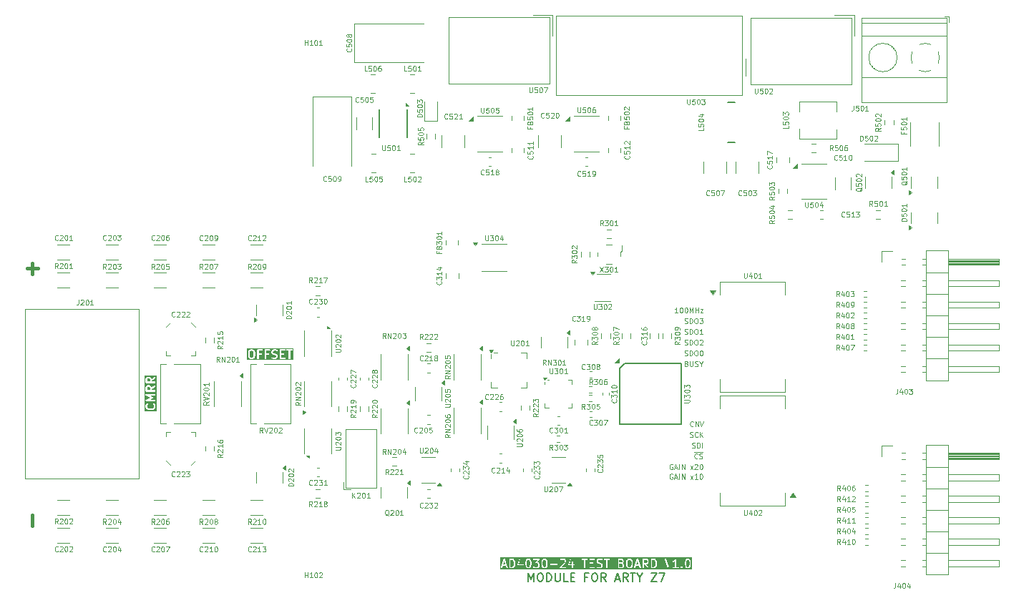
<source format=gbr>
G04 #@! TF.GenerationSoftware,KiCad,Pcbnew,8.0.4*
G04 #@! TF.CreationDate,2024-09-02T12:45:46+02:00*
G04 #@! TF.ProjectId,AD4030-Voltage,41443430-3330-42d5-966f-6c746167652e,rev?*
G04 #@! TF.SameCoordinates,Original*
G04 #@! TF.FileFunction,Legend,Top*
G04 #@! TF.FilePolarity,Positive*
%FSLAX46Y46*%
G04 Gerber Fmt 4.6, Leading zero omitted, Abs format (unit mm)*
G04 Created by KiCad (PCBNEW 8.0.4) date 2024-09-02 12:45:46*
%MOMM*%
%LPD*%
G01*
G04 APERTURE LIST*
%ADD10C,0.400000*%
%ADD11C,0.120000*%
%ADD12C,0.200000*%
%ADD13C,0.150000*%
%ADD14C,0.152400*%
%ADD15C,0.127000*%
%ADD16C,0.100000*%
G04 APERTURE END LIST*
D10*
X80645000Y-90170000D02*
X81915000Y-90170000D01*
X81280000Y-90805000D02*
X81280000Y-89535000D01*
X81280000Y-120650000D02*
X81280000Y-119380000D01*
D11*
X158435232Y-97935760D02*
X158520947Y-97964331D01*
X158520947Y-97964331D02*
X158663804Y-97964331D01*
X158663804Y-97964331D02*
X158720947Y-97935760D01*
X158720947Y-97935760D02*
X158749518Y-97907188D01*
X158749518Y-97907188D02*
X158778089Y-97850045D01*
X158778089Y-97850045D02*
X158778089Y-97792902D01*
X158778089Y-97792902D02*
X158749518Y-97735760D01*
X158749518Y-97735760D02*
X158720947Y-97707188D01*
X158720947Y-97707188D02*
X158663804Y-97678617D01*
X158663804Y-97678617D02*
X158549518Y-97650045D01*
X158549518Y-97650045D02*
X158492375Y-97621474D01*
X158492375Y-97621474D02*
X158463804Y-97592902D01*
X158463804Y-97592902D02*
X158435232Y-97535760D01*
X158435232Y-97535760D02*
X158435232Y-97478617D01*
X158435232Y-97478617D02*
X158463804Y-97421474D01*
X158463804Y-97421474D02*
X158492375Y-97392902D01*
X158492375Y-97392902D02*
X158549518Y-97364331D01*
X158549518Y-97364331D02*
X158692375Y-97364331D01*
X158692375Y-97364331D02*
X158778089Y-97392902D01*
X159035233Y-97964331D02*
X159035233Y-97364331D01*
X159035233Y-97364331D02*
X159178090Y-97364331D01*
X159178090Y-97364331D02*
X159263804Y-97392902D01*
X159263804Y-97392902D02*
X159320947Y-97450045D01*
X159320947Y-97450045D02*
X159349518Y-97507188D01*
X159349518Y-97507188D02*
X159378090Y-97621474D01*
X159378090Y-97621474D02*
X159378090Y-97707188D01*
X159378090Y-97707188D02*
X159349518Y-97821474D01*
X159349518Y-97821474D02*
X159320947Y-97878617D01*
X159320947Y-97878617D02*
X159263804Y-97935760D01*
X159263804Y-97935760D02*
X159178090Y-97964331D01*
X159178090Y-97964331D02*
X159035233Y-97964331D01*
X159749518Y-97364331D02*
X159863804Y-97364331D01*
X159863804Y-97364331D02*
X159920947Y-97392902D01*
X159920947Y-97392902D02*
X159978090Y-97450045D01*
X159978090Y-97450045D02*
X160006661Y-97564331D01*
X160006661Y-97564331D02*
X160006661Y-97764331D01*
X160006661Y-97764331D02*
X159978090Y-97878617D01*
X159978090Y-97878617D02*
X159920947Y-97935760D01*
X159920947Y-97935760D02*
X159863804Y-97964331D01*
X159863804Y-97964331D02*
X159749518Y-97964331D01*
X159749518Y-97964331D02*
X159692376Y-97935760D01*
X159692376Y-97935760D02*
X159635233Y-97878617D01*
X159635233Y-97878617D02*
X159606661Y-97764331D01*
X159606661Y-97764331D02*
X159606661Y-97564331D01*
X159606661Y-97564331D02*
X159635233Y-97450045D01*
X159635233Y-97450045D02*
X159692376Y-97392902D01*
X159692376Y-97392902D02*
X159749518Y-97364331D01*
X160578089Y-97964331D02*
X160235232Y-97964331D01*
X160406661Y-97964331D02*
X160406661Y-97364331D01*
X160406661Y-97364331D02*
X160349518Y-97450045D01*
X160349518Y-97450045D02*
X160292375Y-97507188D01*
X160292375Y-97507188D02*
X160235232Y-97535760D01*
D12*
G36*
X107339626Y-99962023D02*
G01*
X107403805Y-100026202D01*
X107441720Y-100177861D01*
X107441720Y-100486575D01*
X107403804Y-100638235D01*
X107339628Y-100702413D01*
X107280018Y-100732219D01*
X107136756Y-100732219D01*
X107077146Y-100702414D01*
X107012969Y-100638236D01*
X106975054Y-100486575D01*
X106975054Y-100177862D01*
X107012969Y-100026202D01*
X107077148Y-99962023D01*
X107136756Y-99932219D01*
X107280018Y-99932219D01*
X107339626Y-99962023D01*
G37*
G36*
X112179482Y-101043330D02*
G01*
X106663943Y-101043330D01*
X106663943Y-100165552D01*
X106775054Y-100165552D01*
X106775054Y-100498885D01*
X106775389Y-100502287D01*
X106775172Y-100503746D01*
X106776251Y-100511043D01*
X106776975Y-100518394D01*
X106777539Y-100519757D01*
X106778040Y-100523139D01*
X106825659Y-100713614D01*
X106832254Y-100732075D01*
X106836679Y-100738047D01*
X106839525Y-100744918D01*
X106851962Y-100760071D01*
X106947200Y-100855311D01*
X106954868Y-100861604D01*
X106956599Y-100863600D01*
X106959606Y-100865493D01*
X106962353Y-100867747D01*
X106964793Y-100868757D01*
X106973190Y-100874043D01*
X107068427Y-100921662D01*
X107086736Y-100928668D01*
X107090319Y-100928922D01*
X107093640Y-100930298D01*
X107113149Y-100932219D01*
X107303625Y-100932219D01*
X107323134Y-100930298D01*
X107326454Y-100928922D01*
X107330038Y-100928668D01*
X107348346Y-100921662D01*
X107443584Y-100874043D01*
X107451979Y-100868758D01*
X107454421Y-100867747D01*
X107457168Y-100865491D01*
X107460174Y-100863600D01*
X107461904Y-100861605D01*
X107469574Y-100855310D01*
X107564812Y-100760071D01*
X107577249Y-100744918D01*
X107580094Y-100738047D01*
X107584520Y-100732075D01*
X107591115Y-100713615D01*
X107638734Y-100523139D01*
X107639234Y-100519757D01*
X107639799Y-100518394D01*
X107640522Y-100511043D01*
X107641602Y-100503746D01*
X107641384Y-100502287D01*
X107641720Y-100498885D01*
X107641720Y-100165552D01*
X107641384Y-100162149D01*
X107641602Y-100160691D01*
X107640522Y-100153393D01*
X107639799Y-100146043D01*
X107639234Y-100144679D01*
X107638734Y-100141298D01*
X107591115Y-99950822D01*
X107584520Y-99932362D01*
X107580093Y-99926387D01*
X107577248Y-99919519D01*
X107564812Y-99904365D01*
X107492666Y-99832219D01*
X107870292Y-99832219D01*
X107870292Y-100832219D01*
X107872213Y-100851728D01*
X107887145Y-100887776D01*
X107914735Y-100915366D01*
X107950783Y-100930298D01*
X107989801Y-100930298D01*
X108025849Y-100915366D01*
X108053439Y-100887776D01*
X108068371Y-100851728D01*
X108070292Y-100832219D01*
X108070292Y-100408409D01*
X108303625Y-100408409D01*
X108323134Y-100406488D01*
X108359182Y-100391556D01*
X108386772Y-100363966D01*
X108401704Y-100327918D01*
X108401704Y-100288900D01*
X108386772Y-100252852D01*
X108359182Y-100225262D01*
X108323134Y-100210330D01*
X108303625Y-100208409D01*
X108070292Y-100208409D01*
X108070292Y-99932219D01*
X108446482Y-99932219D01*
X108465991Y-99930298D01*
X108502039Y-99915366D01*
X108529629Y-99887776D01*
X108544561Y-99851728D01*
X108544561Y-99832219D01*
X108727435Y-99832219D01*
X108727435Y-100832219D01*
X108729356Y-100851728D01*
X108744288Y-100887776D01*
X108771878Y-100915366D01*
X108807926Y-100930298D01*
X108846944Y-100930298D01*
X108882992Y-100915366D01*
X108910582Y-100887776D01*
X108925514Y-100851728D01*
X108927435Y-100832219D01*
X108927435Y-100408409D01*
X109160768Y-100408409D01*
X109180277Y-100406488D01*
X109216325Y-100391556D01*
X109243915Y-100363966D01*
X109258847Y-100327918D01*
X109258847Y-100288900D01*
X109243915Y-100252852D01*
X109216325Y-100225262D01*
X109180277Y-100210330D01*
X109160768Y-100208409D01*
X108927435Y-100208409D01*
X108927435Y-100022695D01*
X109536959Y-100022695D01*
X109536959Y-100117933D01*
X109538880Y-100137442D01*
X109540255Y-100140762D01*
X109540510Y-100144346D01*
X109547516Y-100162654D01*
X109595135Y-100257892D01*
X109600420Y-100266288D01*
X109601431Y-100268728D01*
X109603684Y-100271474D01*
X109605578Y-100274482D01*
X109607572Y-100276211D01*
X109613867Y-100283882D01*
X109661486Y-100331500D01*
X109669152Y-100337792D01*
X109670885Y-100339790D01*
X109673893Y-100341683D01*
X109676639Y-100343937D01*
X109679079Y-100344947D01*
X109687476Y-100350233D01*
X109782713Y-100397852D01*
X109784141Y-100398398D01*
X109784721Y-100398828D01*
X109792897Y-100401749D01*
X109801022Y-100404858D01*
X109801742Y-100404909D01*
X109803181Y-100405423D01*
X109983006Y-100450379D01*
X110053913Y-100485833D01*
X110078582Y-100510501D01*
X110108387Y-100570111D01*
X110108387Y-100618135D01*
X110078582Y-100677743D01*
X110053913Y-100702413D01*
X109994304Y-100732219D01*
X109796042Y-100732219D01*
X109668582Y-100689732D01*
X109649466Y-100685385D01*
X109610546Y-100688151D01*
X109575647Y-100705601D01*
X109550082Y-100735077D01*
X109537744Y-100772093D01*
X109540510Y-100811013D01*
X109557960Y-100845912D01*
X109587436Y-100871477D01*
X109605336Y-100879468D01*
X109748193Y-100927087D01*
X109757865Y-100929286D01*
X109760307Y-100930298D01*
X109763844Y-100930646D01*
X109767308Y-100931434D01*
X109769942Y-100931246D01*
X109779816Y-100932219D01*
X110017911Y-100932219D01*
X110037420Y-100930298D01*
X110040740Y-100928922D01*
X110044324Y-100928668D01*
X110062632Y-100921662D01*
X110157870Y-100874043D01*
X110166265Y-100868758D01*
X110168707Y-100867747D01*
X110171454Y-100865491D01*
X110174460Y-100863600D01*
X110176190Y-100861605D01*
X110183860Y-100855310D01*
X110231479Y-100807690D01*
X110237771Y-100800023D01*
X110239768Y-100798292D01*
X110241661Y-100795284D01*
X110243916Y-100792537D01*
X110244927Y-100790095D01*
X110250211Y-100781701D01*
X110297830Y-100686464D01*
X110304836Y-100668155D01*
X110305090Y-100664571D01*
X110306466Y-100661251D01*
X110308387Y-100641742D01*
X110308387Y-100546504D01*
X110306466Y-100526995D01*
X110305090Y-100523674D01*
X110304836Y-100520091D01*
X110297830Y-100501782D01*
X110250211Y-100406545D01*
X110244925Y-100398148D01*
X110243915Y-100395708D01*
X110241661Y-100392962D01*
X110239768Y-100389954D01*
X110237770Y-100388221D01*
X110231478Y-100380555D01*
X110183860Y-100332936D01*
X110176189Y-100326641D01*
X110174460Y-100324647D01*
X110171452Y-100322753D01*
X110168706Y-100320500D01*
X110166266Y-100319489D01*
X110157870Y-100314204D01*
X110062632Y-100266585D01*
X110061205Y-100266039D01*
X110060625Y-100265609D01*
X110052448Y-100262687D01*
X110044324Y-100259579D01*
X110043601Y-100259527D01*
X110042164Y-100259014D01*
X109862339Y-100214057D01*
X109791432Y-100178604D01*
X109766764Y-100153935D01*
X109736959Y-100094325D01*
X109736959Y-100046302D01*
X109766764Y-99986692D01*
X109791432Y-99962023D01*
X109851042Y-99932219D01*
X110049303Y-99932219D01*
X110176764Y-99974706D01*
X110195879Y-99979053D01*
X110234799Y-99976287D01*
X110269698Y-99958837D01*
X110295263Y-99929361D01*
X110307602Y-99892345D01*
X110304835Y-99853425D01*
X110294232Y-99832219D01*
X110536959Y-99832219D01*
X110536959Y-100832219D01*
X110538880Y-100851728D01*
X110553812Y-100887776D01*
X110581402Y-100915366D01*
X110617450Y-100930298D01*
X110636959Y-100932219D01*
X111113149Y-100932219D01*
X111132658Y-100930298D01*
X111168706Y-100915366D01*
X111196296Y-100887776D01*
X111211228Y-100851728D01*
X111211228Y-100812710D01*
X111196296Y-100776662D01*
X111168706Y-100749072D01*
X111132658Y-100734140D01*
X111113149Y-100732219D01*
X110736959Y-100732219D01*
X110736959Y-100408409D01*
X110970292Y-100408409D01*
X110989801Y-100406488D01*
X111025849Y-100391556D01*
X111053439Y-100363966D01*
X111068371Y-100327918D01*
X111068371Y-100288900D01*
X111053439Y-100252852D01*
X111025849Y-100225262D01*
X110989801Y-100210330D01*
X110970292Y-100208409D01*
X110736959Y-100208409D01*
X110736959Y-99932219D01*
X111113149Y-99932219D01*
X111132658Y-99930298D01*
X111168706Y-99915366D01*
X111196296Y-99887776D01*
X111211228Y-99851728D01*
X111211228Y-99812710D01*
X111300785Y-99812710D01*
X111300785Y-99851728D01*
X111315717Y-99887776D01*
X111343307Y-99915366D01*
X111379355Y-99930298D01*
X111398864Y-99932219D01*
X111584578Y-99932219D01*
X111584578Y-100832219D01*
X111586499Y-100851728D01*
X111601431Y-100887776D01*
X111629021Y-100915366D01*
X111665069Y-100930298D01*
X111704087Y-100930298D01*
X111740135Y-100915366D01*
X111767725Y-100887776D01*
X111782657Y-100851728D01*
X111784578Y-100832219D01*
X111784578Y-99932219D01*
X111970292Y-99932219D01*
X111989801Y-99930298D01*
X112025849Y-99915366D01*
X112053439Y-99887776D01*
X112068371Y-99851728D01*
X112068371Y-99812710D01*
X112053439Y-99776662D01*
X112025849Y-99749072D01*
X111989801Y-99734140D01*
X111970292Y-99732219D01*
X111398864Y-99732219D01*
X111379355Y-99734140D01*
X111343307Y-99749072D01*
X111315717Y-99776662D01*
X111300785Y-99812710D01*
X111211228Y-99812710D01*
X111196296Y-99776662D01*
X111168706Y-99749072D01*
X111132658Y-99734140D01*
X111113149Y-99732219D01*
X110636959Y-99732219D01*
X110617450Y-99734140D01*
X110581402Y-99749072D01*
X110553812Y-99776662D01*
X110538880Y-99812710D01*
X110536959Y-99832219D01*
X110294232Y-99832219D01*
X110287386Y-99818526D01*
X110257910Y-99792961D01*
X110240009Y-99784970D01*
X110097153Y-99737351D01*
X110087481Y-99735151D01*
X110085039Y-99734140D01*
X110081500Y-99733791D01*
X110078037Y-99733004D01*
X110075403Y-99733191D01*
X110065530Y-99732219D01*
X109827435Y-99732219D01*
X109807926Y-99734140D01*
X109804605Y-99735515D01*
X109801022Y-99735770D01*
X109782713Y-99742776D01*
X109687476Y-99790395D01*
X109679079Y-99795680D01*
X109676639Y-99796691D01*
X109673893Y-99798944D01*
X109670885Y-99800838D01*
X109669152Y-99802835D01*
X109661486Y-99809128D01*
X109613867Y-99856746D01*
X109607572Y-99864416D01*
X109605578Y-99866146D01*
X109603684Y-99869153D01*
X109601431Y-99871900D01*
X109600420Y-99874339D01*
X109595135Y-99882736D01*
X109547516Y-99977974D01*
X109540510Y-99996282D01*
X109540255Y-99999865D01*
X109538880Y-100003186D01*
X109536959Y-100022695D01*
X108927435Y-100022695D01*
X108927435Y-99932219D01*
X109303625Y-99932219D01*
X109323134Y-99930298D01*
X109359182Y-99915366D01*
X109386772Y-99887776D01*
X109401704Y-99851728D01*
X109401704Y-99812710D01*
X109386772Y-99776662D01*
X109359182Y-99749072D01*
X109323134Y-99734140D01*
X109303625Y-99732219D01*
X108827435Y-99732219D01*
X108807926Y-99734140D01*
X108771878Y-99749072D01*
X108744288Y-99776662D01*
X108729356Y-99812710D01*
X108727435Y-99832219D01*
X108544561Y-99832219D01*
X108544561Y-99812710D01*
X108529629Y-99776662D01*
X108502039Y-99749072D01*
X108465991Y-99734140D01*
X108446482Y-99732219D01*
X107970292Y-99732219D01*
X107950783Y-99734140D01*
X107914735Y-99749072D01*
X107887145Y-99776662D01*
X107872213Y-99812710D01*
X107870292Y-99832219D01*
X107492666Y-99832219D01*
X107469574Y-99809127D01*
X107461903Y-99802832D01*
X107460174Y-99800838D01*
X107457166Y-99798944D01*
X107454420Y-99796691D01*
X107451980Y-99795680D01*
X107443584Y-99790395D01*
X107348346Y-99742776D01*
X107330038Y-99735770D01*
X107326454Y-99735515D01*
X107323134Y-99734140D01*
X107303625Y-99732219D01*
X107113149Y-99732219D01*
X107093640Y-99734140D01*
X107090319Y-99735515D01*
X107086736Y-99735770D01*
X107068427Y-99742776D01*
X106973190Y-99790395D01*
X106964791Y-99795681D01*
X106962354Y-99796691D01*
X106959610Y-99798942D01*
X106956599Y-99800838D01*
X106954866Y-99802835D01*
X106947200Y-99809127D01*
X106851962Y-99904365D01*
X106839526Y-99919519D01*
X106836680Y-99926387D01*
X106832254Y-99932362D01*
X106825659Y-99950823D01*
X106778040Y-100141298D01*
X106777539Y-100144679D01*
X106776975Y-100146043D01*
X106776251Y-100153393D01*
X106775172Y-100160691D01*
X106775389Y-100162149D01*
X106775054Y-100165552D01*
X106663943Y-100165552D01*
X106663943Y-99621108D01*
X112179482Y-99621108D01*
X112179482Y-101043330D01*
G37*
D11*
X158435232Y-99205760D02*
X158520947Y-99234331D01*
X158520947Y-99234331D02*
X158663804Y-99234331D01*
X158663804Y-99234331D02*
X158720947Y-99205760D01*
X158720947Y-99205760D02*
X158749518Y-99177188D01*
X158749518Y-99177188D02*
X158778089Y-99120045D01*
X158778089Y-99120045D02*
X158778089Y-99062902D01*
X158778089Y-99062902D02*
X158749518Y-99005760D01*
X158749518Y-99005760D02*
X158720947Y-98977188D01*
X158720947Y-98977188D02*
X158663804Y-98948617D01*
X158663804Y-98948617D02*
X158549518Y-98920045D01*
X158549518Y-98920045D02*
X158492375Y-98891474D01*
X158492375Y-98891474D02*
X158463804Y-98862902D01*
X158463804Y-98862902D02*
X158435232Y-98805760D01*
X158435232Y-98805760D02*
X158435232Y-98748617D01*
X158435232Y-98748617D02*
X158463804Y-98691474D01*
X158463804Y-98691474D02*
X158492375Y-98662902D01*
X158492375Y-98662902D02*
X158549518Y-98634331D01*
X158549518Y-98634331D02*
X158692375Y-98634331D01*
X158692375Y-98634331D02*
X158778089Y-98662902D01*
X159035233Y-99234331D02*
X159035233Y-98634331D01*
X159035233Y-98634331D02*
X159178090Y-98634331D01*
X159178090Y-98634331D02*
X159263804Y-98662902D01*
X159263804Y-98662902D02*
X159320947Y-98720045D01*
X159320947Y-98720045D02*
X159349518Y-98777188D01*
X159349518Y-98777188D02*
X159378090Y-98891474D01*
X159378090Y-98891474D02*
X159378090Y-98977188D01*
X159378090Y-98977188D02*
X159349518Y-99091474D01*
X159349518Y-99091474D02*
X159320947Y-99148617D01*
X159320947Y-99148617D02*
X159263804Y-99205760D01*
X159263804Y-99205760D02*
X159178090Y-99234331D01*
X159178090Y-99234331D02*
X159035233Y-99234331D01*
X159749518Y-98634331D02*
X159863804Y-98634331D01*
X159863804Y-98634331D02*
X159920947Y-98662902D01*
X159920947Y-98662902D02*
X159978090Y-98720045D01*
X159978090Y-98720045D02*
X160006661Y-98834331D01*
X160006661Y-98834331D02*
X160006661Y-99034331D01*
X160006661Y-99034331D02*
X159978090Y-99148617D01*
X159978090Y-99148617D02*
X159920947Y-99205760D01*
X159920947Y-99205760D02*
X159863804Y-99234331D01*
X159863804Y-99234331D02*
X159749518Y-99234331D01*
X159749518Y-99234331D02*
X159692376Y-99205760D01*
X159692376Y-99205760D02*
X159635233Y-99148617D01*
X159635233Y-99148617D02*
X159606661Y-99034331D01*
X159606661Y-99034331D02*
X159606661Y-98834331D01*
X159606661Y-98834331D02*
X159635233Y-98720045D01*
X159635233Y-98720045D02*
X159692376Y-98662902D01*
X159692376Y-98662902D02*
X159749518Y-98634331D01*
X160235232Y-98691474D02*
X160263804Y-98662902D01*
X160263804Y-98662902D02*
X160320947Y-98634331D01*
X160320947Y-98634331D02*
X160463804Y-98634331D01*
X160463804Y-98634331D02*
X160520947Y-98662902D01*
X160520947Y-98662902D02*
X160549518Y-98691474D01*
X160549518Y-98691474D02*
X160578089Y-98748617D01*
X160578089Y-98748617D02*
X160578089Y-98805760D01*
X160578089Y-98805760D02*
X160549518Y-98891474D01*
X160549518Y-98891474D02*
X160206661Y-99234331D01*
X160206661Y-99234331D02*
X160578089Y-99234331D01*
X158435232Y-100475760D02*
X158520947Y-100504331D01*
X158520947Y-100504331D02*
X158663804Y-100504331D01*
X158663804Y-100504331D02*
X158720947Y-100475760D01*
X158720947Y-100475760D02*
X158749518Y-100447188D01*
X158749518Y-100447188D02*
X158778089Y-100390045D01*
X158778089Y-100390045D02*
X158778089Y-100332902D01*
X158778089Y-100332902D02*
X158749518Y-100275760D01*
X158749518Y-100275760D02*
X158720947Y-100247188D01*
X158720947Y-100247188D02*
X158663804Y-100218617D01*
X158663804Y-100218617D02*
X158549518Y-100190045D01*
X158549518Y-100190045D02*
X158492375Y-100161474D01*
X158492375Y-100161474D02*
X158463804Y-100132902D01*
X158463804Y-100132902D02*
X158435232Y-100075760D01*
X158435232Y-100075760D02*
X158435232Y-100018617D01*
X158435232Y-100018617D02*
X158463804Y-99961474D01*
X158463804Y-99961474D02*
X158492375Y-99932902D01*
X158492375Y-99932902D02*
X158549518Y-99904331D01*
X158549518Y-99904331D02*
X158692375Y-99904331D01*
X158692375Y-99904331D02*
X158778089Y-99932902D01*
X159035233Y-100504331D02*
X159035233Y-99904331D01*
X159035233Y-99904331D02*
X159178090Y-99904331D01*
X159178090Y-99904331D02*
X159263804Y-99932902D01*
X159263804Y-99932902D02*
X159320947Y-99990045D01*
X159320947Y-99990045D02*
X159349518Y-100047188D01*
X159349518Y-100047188D02*
X159378090Y-100161474D01*
X159378090Y-100161474D02*
X159378090Y-100247188D01*
X159378090Y-100247188D02*
X159349518Y-100361474D01*
X159349518Y-100361474D02*
X159320947Y-100418617D01*
X159320947Y-100418617D02*
X159263804Y-100475760D01*
X159263804Y-100475760D02*
X159178090Y-100504331D01*
X159178090Y-100504331D02*
X159035233Y-100504331D01*
X159749518Y-99904331D02*
X159863804Y-99904331D01*
X159863804Y-99904331D02*
X159920947Y-99932902D01*
X159920947Y-99932902D02*
X159978090Y-99990045D01*
X159978090Y-99990045D02*
X160006661Y-100104331D01*
X160006661Y-100104331D02*
X160006661Y-100304331D01*
X160006661Y-100304331D02*
X159978090Y-100418617D01*
X159978090Y-100418617D02*
X159920947Y-100475760D01*
X159920947Y-100475760D02*
X159863804Y-100504331D01*
X159863804Y-100504331D02*
X159749518Y-100504331D01*
X159749518Y-100504331D02*
X159692376Y-100475760D01*
X159692376Y-100475760D02*
X159635233Y-100418617D01*
X159635233Y-100418617D02*
X159606661Y-100304331D01*
X159606661Y-100304331D02*
X159606661Y-100104331D01*
X159606661Y-100104331D02*
X159635233Y-99990045D01*
X159635233Y-99990045D02*
X159692376Y-99932902D01*
X159692376Y-99932902D02*
X159749518Y-99904331D01*
X160378089Y-99904331D02*
X160435232Y-99904331D01*
X160435232Y-99904331D02*
X160492375Y-99932902D01*
X160492375Y-99932902D02*
X160520947Y-99961474D01*
X160520947Y-99961474D02*
X160549518Y-100018617D01*
X160549518Y-100018617D02*
X160578089Y-100132902D01*
X160578089Y-100132902D02*
X160578089Y-100275760D01*
X160578089Y-100275760D02*
X160549518Y-100390045D01*
X160549518Y-100390045D02*
X160520947Y-100447188D01*
X160520947Y-100447188D02*
X160492375Y-100475760D01*
X160492375Y-100475760D02*
X160435232Y-100504331D01*
X160435232Y-100504331D02*
X160378089Y-100504331D01*
X160378089Y-100504331D02*
X160320947Y-100475760D01*
X160320947Y-100475760D02*
X160292375Y-100447188D01*
X160292375Y-100447188D02*
X160263804Y-100390045D01*
X160263804Y-100390045D02*
X160235232Y-100275760D01*
X160235232Y-100275760D02*
X160235232Y-100132902D01*
X160235232Y-100132902D02*
X160263804Y-100018617D01*
X160263804Y-100018617D02*
X160292375Y-99961474D01*
X160292375Y-99961474D02*
X160320947Y-99932902D01*
X160320947Y-99932902D02*
X160378089Y-99904331D01*
X159324232Y-111397760D02*
X159409947Y-111426331D01*
X159409947Y-111426331D02*
X159552804Y-111426331D01*
X159552804Y-111426331D02*
X159609947Y-111397760D01*
X159609947Y-111397760D02*
X159638518Y-111369188D01*
X159638518Y-111369188D02*
X159667089Y-111312045D01*
X159667089Y-111312045D02*
X159667089Y-111254902D01*
X159667089Y-111254902D02*
X159638518Y-111197760D01*
X159638518Y-111197760D02*
X159609947Y-111169188D01*
X159609947Y-111169188D02*
X159552804Y-111140617D01*
X159552804Y-111140617D02*
X159438518Y-111112045D01*
X159438518Y-111112045D02*
X159381375Y-111083474D01*
X159381375Y-111083474D02*
X159352804Y-111054902D01*
X159352804Y-111054902D02*
X159324232Y-110997760D01*
X159324232Y-110997760D02*
X159324232Y-110940617D01*
X159324232Y-110940617D02*
X159352804Y-110883474D01*
X159352804Y-110883474D02*
X159381375Y-110854902D01*
X159381375Y-110854902D02*
X159438518Y-110826331D01*
X159438518Y-110826331D02*
X159581375Y-110826331D01*
X159581375Y-110826331D02*
X159667089Y-110854902D01*
X159924233Y-111426331D02*
X159924233Y-110826331D01*
X159924233Y-110826331D02*
X160067090Y-110826331D01*
X160067090Y-110826331D02*
X160152804Y-110854902D01*
X160152804Y-110854902D02*
X160209947Y-110912045D01*
X160209947Y-110912045D02*
X160238518Y-110969188D01*
X160238518Y-110969188D02*
X160267090Y-111083474D01*
X160267090Y-111083474D02*
X160267090Y-111169188D01*
X160267090Y-111169188D02*
X160238518Y-111283474D01*
X160238518Y-111283474D02*
X160209947Y-111340617D01*
X160209947Y-111340617D02*
X160152804Y-111397760D01*
X160152804Y-111397760D02*
X160067090Y-111426331D01*
X160067090Y-111426331D02*
X159924233Y-111426331D01*
X160524233Y-111426331D02*
X160524233Y-110826331D01*
X158663804Y-101460045D02*
X158749518Y-101488617D01*
X158749518Y-101488617D02*
X158778089Y-101517188D01*
X158778089Y-101517188D02*
X158806661Y-101574331D01*
X158806661Y-101574331D02*
X158806661Y-101660045D01*
X158806661Y-101660045D02*
X158778089Y-101717188D01*
X158778089Y-101717188D02*
X158749518Y-101745760D01*
X158749518Y-101745760D02*
X158692375Y-101774331D01*
X158692375Y-101774331D02*
X158463804Y-101774331D01*
X158463804Y-101774331D02*
X158463804Y-101174331D01*
X158463804Y-101174331D02*
X158663804Y-101174331D01*
X158663804Y-101174331D02*
X158720947Y-101202902D01*
X158720947Y-101202902D02*
X158749518Y-101231474D01*
X158749518Y-101231474D02*
X158778089Y-101288617D01*
X158778089Y-101288617D02*
X158778089Y-101345760D01*
X158778089Y-101345760D02*
X158749518Y-101402902D01*
X158749518Y-101402902D02*
X158720947Y-101431474D01*
X158720947Y-101431474D02*
X158663804Y-101460045D01*
X158663804Y-101460045D02*
X158463804Y-101460045D01*
X159063804Y-101174331D02*
X159063804Y-101660045D01*
X159063804Y-101660045D02*
X159092375Y-101717188D01*
X159092375Y-101717188D02*
X159120947Y-101745760D01*
X159120947Y-101745760D02*
X159178089Y-101774331D01*
X159178089Y-101774331D02*
X159292375Y-101774331D01*
X159292375Y-101774331D02*
X159349518Y-101745760D01*
X159349518Y-101745760D02*
X159378089Y-101717188D01*
X159378089Y-101717188D02*
X159406661Y-101660045D01*
X159406661Y-101660045D02*
X159406661Y-101174331D01*
X159663803Y-101745760D02*
X159749518Y-101774331D01*
X159749518Y-101774331D02*
X159892375Y-101774331D01*
X159892375Y-101774331D02*
X159949518Y-101745760D01*
X159949518Y-101745760D02*
X159978089Y-101717188D01*
X159978089Y-101717188D02*
X160006660Y-101660045D01*
X160006660Y-101660045D02*
X160006660Y-101602902D01*
X160006660Y-101602902D02*
X159978089Y-101545760D01*
X159978089Y-101545760D02*
X159949518Y-101517188D01*
X159949518Y-101517188D02*
X159892375Y-101488617D01*
X159892375Y-101488617D02*
X159778089Y-101460045D01*
X159778089Y-101460045D02*
X159720946Y-101431474D01*
X159720946Y-101431474D02*
X159692375Y-101402902D01*
X159692375Y-101402902D02*
X159663803Y-101345760D01*
X159663803Y-101345760D02*
X159663803Y-101288617D01*
X159663803Y-101288617D02*
X159692375Y-101231474D01*
X159692375Y-101231474D02*
X159720946Y-101202902D01*
X159720946Y-101202902D02*
X159778089Y-101174331D01*
X159778089Y-101174331D02*
X159920946Y-101174331D01*
X159920946Y-101174331D02*
X160006660Y-101202902D01*
X160378089Y-101488617D02*
X160378089Y-101774331D01*
X160178089Y-101174331D02*
X160378089Y-101488617D01*
X160378089Y-101488617D02*
X160578089Y-101174331D01*
D12*
G36*
X95121554Y-104233846D02*
G01*
X95146223Y-104258514D01*
X95176028Y-104318124D01*
X95176028Y-104575469D01*
X94852219Y-104575469D01*
X94852219Y-104318124D01*
X94882024Y-104258514D01*
X94906692Y-104233845D01*
X94966302Y-104204041D01*
X95061945Y-104204041D01*
X95121554Y-104233846D01*
G37*
G36*
X95121554Y-103233846D02*
G01*
X95146223Y-103258514D01*
X95176028Y-103318124D01*
X95176028Y-103575469D01*
X94852219Y-103575469D01*
X94852219Y-103318124D01*
X94882024Y-103258514D01*
X94906692Y-103233845D01*
X94966302Y-103204041D01*
X95061945Y-103204041D01*
X95121554Y-103233846D01*
G37*
G36*
X95963330Y-107077056D02*
G01*
X94541108Y-107077056D01*
X94541108Y-106437374D01*
X94652219Y-106437374D01*
X94652219Y-106532612D01*
X94653191Y-106542485D01*
X94653004Y-106545119D01*
X94653791Y-106548582D01*
X94654140Y-106552121D01*
X94655151Y-106554563D01*
X94657351Y-106564235D01*
X94704970Y-106707091D01*
X94712961Y-106724992D01*
X94715316Y-106727707D01*
X94716691Y-106731026D01*
X94729127Y-106746180D01*
X94824365Y-106841418D01*
X94832031Y-106847709D01*
X94833764Y-106849707D01*
X94836775Y-106851602D01*
X94839519Y-106853854D01*
X94841956Y-106854863D01*
X94850355Y-106860150D01*
X94945592Y-106907769D01*
X94947020Y-106908315D01*
X94947600Y-106908745D01*
X94955776Y-106911666D01*
X94963901Y-106914775D01*
X94964621Y-106914826D01*
X94966060Y-106915340D01*
X95156536Y-106962959D01*
X95159917Y-106963459D01*
X95161281Y-106964024D01*
X95168631Y-106964747D01*
X95175929Y-106965827D01*
X95177387Y-106965609D01*
X95180790Y-106965945D01*
X95323647Y-106965945D01*
X95327049Y-106965609D01*
X95328508Y-106965827D01*
X95335805Y-106964747D01*
X95343156Y-106964024D01*
X95344519Y-106963459D01*
X95347901Y-106962959D01*
X95538376Y-106915340D01*
X95539813Y-106914826D01*
X95540536Y-106914775D01*
X95548660Y-106911666D01*
X95556837Y-106908745D01*
X95557417Y-106908314D01*
X95558844Y-106907769D01*
X95654082Y-106860150D01*
X95662474Y-106854867D01*
X95664918Y-106853855D01*
X95667667Y-106851598D01*
X95670672Y-106849707D01*
X95672401Y-106847712D01*
X95680071Y-106841418D01*
X95775311Y-106746180D01*
X95787747Y-106731027D01*
X95789122Y-106727707D01*
X95791477Y-106724992D01*
X95799468Y-106707092D01*
X95847087Y-106564235D01*
X95849286Y-106554562D01*
X95850298Y-106552121D01*
X95850646Y-106548583D01*
X95851434Y-106545120D01*
X95851246Y-106542485D01*
X95852219Y-106532612D01*
X95852219Y-106437374D01*
X95851246Y-106427500D01*
X95851434Y-106424866D01*
X95850646Y-106421402D01*
X95850298Y-106417865D01*
X95849286Y-106415423D01*
X95847087Y-106405751D01*
X95799468Y-106262894D01*
X95791477Y-106244994D01*
X95789122Y-106242278D01*
X95787747Y-106238959D01*
X95775310Y-106223805D01*
X95727690Y-106176187D01*
X95712537Y-106163750D01*
X95676488Y-106148819D01*
X95637470Y-106148820D01*
X95601422Y-106163751D01*
X95573832Y-106191341D01*
X95558901Y-106227390D01*
X95558902Y-106266408D01*
X95573833Y-106302456D01*
X95586270Y-106317609D01*
X95617197Y-106348535D01*
X95652219Y-106453600D01*
X95652219Y-106516385D01*
X95617197Y-106621450D01*
X95550127Y-106688520D01*
X95479218Y-106723974D01*
X95311337Y-106765945D01*
X95193099Y-106765945D01*
X95025218Y-106723974D01*
X94954313Y-106688522D01*
X94887240Y-106621449D01*
X94852219Y-106516385D01*
X94852219Y-106453601D01*
X94887240Y-106348535D01*
X94918167Y-106317609D01*
X94930604Y-106302456D01*
X94945535Y-106266407D01*
X94945535Y-106227389D01*
X94930604Y-106191341D01*
X94903014Y-106163751D01*
X94866966Y-106148820D01*
X94827948Y-106148820D01*
X94791899Y-106163751D01*
X94776746Y-106176188D01*
X94729127Y-106223806D01*
X94716691Y-106238960D01*
X94715316Y-106242278D01*
X94712961Y-106244994D01*
X94704970Y-106262895D01*
X94657351Y-106405751D01*
X94655151Y-106415422D01*
X94654140Y-106417865D01*
X94653791Y-106421403D01*
X94653004Y-106424867D01*
X94653191Y-106427500D01*
X94652219Y-106437374D01*
X94541108Y-106437374D01*
X94541108Y-105166843D01*
X94653378Y-105166843D01*
X94654140Y-105168938D01*
X94654140Y-105171169D01*
X94660784Y-105187210D01*
X94666713Y-105203512D01*
X94668218Y-105205155D01*
X94669072Y-105207217D01*
X94681345Y-105219490D01*
X94693064Y-105232287D01*
X94695708Y-105233853D01*
X94696662Y-105234807D01*
X94698843Y-105235710D01*
X94709930Y-105242278D01*
X95230034Y-105484993D01*
X94709930Y-105727708D01*
X94698843Y-105734275D01*
X94696662Y-105735179D01*
X94695708Y-105736132D01*
X94693064Y-105737699D01*
X94681345Y-105750495D01*
X94669072Y-105762769D01*
X94668218Y-105764830D01*
X94666713Y-105766474D01*
X94660784Y-105782775D01*
X94654140Y-105798817D01*
X94654140Y-105801047D01*
X94653378Y-105803143D01*
X94654140Y-105820482D01*
X94654140Y-105837835D01*
X94654993Y-105839894D01*
X94655091Y-105842123D01*
X94662432Y-105857853D01*
X94669072Y-105873883D01*
X94670648Y-105875459D01*
X94671592Y-105877481D01*
X94684388Y-105889199D01*
X94696662Y-105901473D01*
X94698723Y-105902326D01*
X94700367Y-105903832D01*
X94716668Y-105909760D01*
X94732710Y-105916405D01*
X94735768Y-105916706D01*
X94737036Y-105917167D01*
X94739395Y-105917063D01*
X94752219Y-105918326D01*
X95752219Y-105918326D01*
X95771728Y-105916405D01*
X95807776Y-105901473D01*
X95835366Y-105873883D01*
X95850298Y-105837835D01*
X95850298Y-105798817D01*
X95835366Y-105762769D01*
X95807776Y-105735179D01*
X95771728Y-105720247D01*
X95752219Y-105718326D01*
X95202975Y-105718326D01*
X95508793Y-105575611D01*
X95515934Y-105571380D01*
X95518356Y-105570500D01*
X95520068Y-105568931D01*
X95525659Y-105565620D01*
X95535919Y-105554415D01*
X95547132Y-105544148D01*
X95549011Y-105540120D01*
X95552011Y-105536845D01*
X95557202Y-105522569D01*
X95563632Y-105508791D01*
X95563827Y-105504350D01*
X95565345Y-105500176D01*
X95564677Y-105484993D01*
X95565345Y-105469810D01*
X95563827Y-105465635D01*
X95563632Y-105461195D01*
X95557202Y-105447416D01*
X95552011Y-105433141D01*
X95549011Y-105429865D01*
X95547132Y-105425838D01*
X95535919Y-105415570D01*
X95525659Y-105404366D01*
X95520068Y-105401054D01*
X95518356Y-105399486D01*
X95515934Y-105398605D01*
X95508793Y-105394375D01*
X95202975Y-105251660D01*
X95752219Y-105251660D01*
X95771728Y-105249739D01*
X95807776Y-105234807D01*
X95835366Y-105207217D01*
X95850298Y-105171169D01*
X95850298Y-105132151D01*
X95835366Y-105096103D01*
X95807776Y-105068513D01*
X95771728Y-105053581D01*
X95752219Y-105051660D01*
X94752219Y-105051660D01*
X94739395Y-105052922D01*
X94737036Y-105052819D01*
X94735768Y-105053279D01*
X94732710Y-105053581D01*
X94716668Y-105060225D01*
X94700367Y-105066154D01*
X94698723Y-105067659D01*
X94696662Y-105068513D01*
X94684388Y-105080786D01*
X94671592Y-105092505D01*
X94670648Y-105094526D01*
X94669072Y-105096103D01*
X94662432Y-105112132D01*
X94655091Y-105127863D01*
X94654993Y-105130091D01*
X94654140Y-105132151D01*
X94654140Y-105149503D01*
X94653378Y-105166843D01*
X94541108Y-105166843D01*
X94541108Y-104294517D01*
X94652219Y-104294517D01*
X94652219Y-104675469D01*
X94654140Y-104694978D01*
X94669072Y-104731026D01*
X94696662Y-104758616D01*
X94732710Y-104773548D01*
X94752219Y-104775469D01*
X95752219Y-104775469D01*
X95771728Y-104773548D01*
X95807776Y-104758616D01*
X95835366Y-104731026D01*
X95850298Y-104694978D01*
X95850298Y-104655960D01*
X95835366Y-104619912D01*
X95807776Y-104592322D01*
X95771728Y-104577390D01*
X95752219Y-104575469D01*
X95376028Y-104575469D01*
X95376028Y-104489439D01*
X95809565Y-104185964D01*
X95824446Y-104173203D01*
X95845415Y-104140298D01*
X95852196Y-104101873D01*
X95843756Y-104063779D01*
X95821381Y-104031814D01*
X95788476Y-104010845D01*
X95750052Y-104004064D01*
X95711957Y-104012504D01*
X95694873Y-104022118D01*
X95366347Y-104252085D01*
X95365471Y-104249795D01*
X95317852Y-104154558D01*
X95312566Y-104146161D01*
X95311556Y-104143721D01*
X95309302Y-104140975D01*
X95307409Y-104137967D01*
X95305411Y-104136234D01*
X95299119Y-104128568D01*
X95251501Y-104080949D01*
X95243830Y-104074654D01*
X95242101Y-104072660D01*
X95239093Y-104070766D01*
X95236347Y-104068513D01*
X95233907Y-104067502D01*
X95225511Y-104062217D01*
X95130273Y-104014598D01*
X95111965Y-104007592D01*
X95108381Y-104007337D01*
X95105061Y-104005962D01*
X95085552Y-104004041D01*
X94942695Y-104004041D01*
X94923186Y-104005962D01*
X94919865Y-104007337D01*
X94916282Y-104007592D01*
X94897973Y-104014598D01*
X94802736Y-104062217D01*
X94794339Y-104067502D01*
X94791899Y-104068513D01*
X94789153Y-104070766D01*
X94786145Y-104072660D01*
X94784412Y-104074657D01*
X94776746Y-104080950D01*
X94729127Y-104128568D01*
X94722832Y-104136238D01*
X94720838Y-104137968D01*
X94718944Y-104140975D01*
X94716691Y-104143722D01*
X94715680Y-104146161D01*
X94710395Y-104154558D01*
X94662776Y-104249796D01*
X94655770Y-104268104D01*
X94655515Y-104271687D01*
X94654140Y-104275008D01*
X94652219Y-104294517D01*
X94541108Y-104294517D01*
X94541108Y-103294517D01*
X94652219Y-103294517D01*
X94652219Y-103675469D01*
X94654140Y-103694978D01*
X94669072Y-103731026D01*
X94696662Y-103758616D01*
X94732710Y-103773548D01*
X94752219Y-103775469D01*
X95752219Y-103775469D01*
X95771728Y-103773548D01*
X95807776Y-103758616D01*
X95835366Y-103731026D01*
X95850298Y-103694978D01*
X95850298Y-103655960D01*
X95835366Y-103619912D01*
X95807776Y-103592322D01*
X95771728Y-103577390D01*
X95752219Y-103575469D01*
X95376028Y-103575469D01*
X95376028Y-103489439D01*
X95809565Y-103185964D01*
X95824446Y-103173203D01*
X95845415Y-103140298D01*
X95852196Y-103101873D01*
X95843756Y-103063779D01*
X95821381Y-103031814D01*
X95788476Y-103010845D01*
X95750052Y-103004064D01*
X95711957Y-103012504D01*
X95694873Y-103022118D01*
X95366347Y-103252085D01*
X95365471Y-103249795D01*
X95317852Y-103154558D01*
X95312566Y-103146161D01*
X95311556Y-103143721D01*
X95309302Y-103140975D01*
X95307409Y-103137967D01*
X95305411Y-103136234D01*
X95299119Y-103128568D01*
X95251501Y-103080949D01*
X95243830Y-103074654D01*
X95242101Y-103072660D01*
X95239093Y-103070766D01*
X95236347Y-103068513D01*
X95233907Y-103067502D01*
X95225511Y-103062217D01*
X95130273Y-103014598D01*
X95111965Y-103007592D01*
X95108381Y-103007337D01*
X95105061Y-103005962D01*
X95085552Y-103004041D01*
X94942695Y-103004041D01*
X94923186Y-103005962D01*
X94919865Y-103007337D01*
X94916282Y-103007592D01*
X94897973Y-103014598D01*
X94802736Y-103062217D01*
X94794339Y-103067502D01*
X94791899Y-103068513D01*
X94789153Y-103070766D01*
X94786145Y-103072660D01*
X94784412Y-103074657D01*
X94776746Y-103080950D01*
X94729127Y-103128568D01*
X94722832Y-103136238D01*
X94720838Y-103137968D01*
X94718944Y-103140975D01*
X94716691Y-103143722D01*
X94715680Y-103146161D01*
X94710395Y-103154558D01*
X94662776Y-103249796D01*
X94655770Y-103268104D01*
X94655515Y-103271687D01*
X94654140Y-103275008D01*
X94652219Y-103294517D01*
X94541108Y-103294517D01*
X94541108Y-102892930D01*
X95963330Y-102892930D01*
X95963330Y-107077056D01*
G37*
D13*
X139931237Y-127250819D02*
X139931237Y-126250819D01*
X139931237Y-126250819D02*
X140264570Y-126965104D01*
X140264570Y-126965104D02*
X140597903Y-126250819D01*
X140597903Y-126250819D02*
X140597903Y-127250819D01*
X141264570Y-126250819D02*
X141455046Y-126250819D01*
X141455046Y-126250819D02*
X141550284Y-126298438D01*
X141550284Y-126298438D02*
X141645522Y-126393676D01*
X141645522Y-126393676D02*
X141693141Y-126584152D01*
X141693141Y-126584152D02*
X141693141Y-126917485D01*
X141693141Y-126917485D02*
X141645522Y-127107961D01*
X141645522Y-127107961D02*
X141550284Y-127203200D01*
X141550284Y-127203200D02*
X141455046Y-127250819D01*
X141455046Y-127250819D02*
X141264570Y-127250819D01*
X141264570Y-127250819D02*
X141169332Y-127203200D01*
X141169332Y-127203200D02*
X141074094Y-127107961D01*
X141074094Y-127107961D02*
X141026475Y-126917485D01*
X141026475Y-126917485D02*
X141026475Y-126584152D01*
X141026475Y-126584152D02*
X141074094Y-126393676D01*
X141074094Y-126393676D02*
X141169332Y-126298438D01*
X141169332Y-126298438D02*
X141264570Y-126250819D01*
X142121713Y-127250819D02*
X142121713Y-126250819D01*
X142121713Y-126250819D02*
X142359808Y-126250819D01*
X142359808Y-126250819D02*
X142502665Y-126298438D01*
X142502665Y-126298438D02*
X142597903Y-126393676D01*
X142597903Y-126393676D02*
X142645522Y-126488914D01*
X142645522Y-126488914D02*
X142693141Y-126679390D01*
X142693141Y-126679390D02*
X142693141Y-126822247D01*
X142693141Y-126822247D02*
X142645522Y-127012723D01*
X142645522Y-127012723D02*
X142597903Y-127107961D01*
X142597903Y-127107961D02*
X142502665Y-127203200D01*
X142502665Y-127203200D02*
X142359808Y-127250819D01*
X142359808Y-127250819D02*
X142121713Y-127250819D01*
X143121713Y-126250819D02*
X143121713Y-127060342D01*
X143121713Y-127060342D02*
X143169332Y-127155580D01*
X143169332Y-127155580D02*
X143216951Y-127203200D01*
X143216951Y-127203200D02*
X143312189Y-127250819D01*
X143312189Y-127250819D02*
X143502665Y-127250819D01*
X143502665Y-127250819D02*
X143597903Y-127203200D01*
X143597903Y-127203200D02*
X143645522Y-127155580D01*
X143645522Y-127155580D02*
X143693141Y-127060342D01*
X143693141Y-127060342D02*
X143693141Y-126250819D01*
X144645522Y-127250819D02*
X144169332Y-127250819D01*
X144169332Y-127250819D02*
X144169332Y-126250819D01*
X144978856Y-126727009D02*
X145312189Y-126727009D01*
X145455046Y-127250819D02*
X144978856Y-127250819D01*
X144978856Y-127250819D02*
X144978856Y-126250819D01*
X144978856Y-126250819D02*
X145455046Y-126250819D01*
X146978856Y-126727009D02*
X146645523Y-126727009D01*
X146645523Y-127250819D02*
X146645523Y-126250819D01*
X146645523Y-126250819D02*
X147121713Y-126250819D01*
X147693142Y-126250819D02*
X147883618Y-126250819D01*
X147883618Y-126250819D02*
X147978856Y-126298438D01*
X147978856Y-126298438D02*
X148074094Y-126393676D01*
X148074094Y-126393676D02*
X148121713Y-126584152D01*
X148121713Y-126584152D02*
X148121713Y-126917485D01*
X148121713Y-126917485D02*
X148074094Y-127107961D01*
X148074094Y-127107961D02*
X147978856Y-127203200D01*
X147978856Y-127203200D02*
X147883618Y-127250819D01*
X147883618Y-127250819D02*
X147693142Y-127250819D01*
X147693142Y-127250819D02*
X147597904Y-127203200D01*
X147597904Y-127203200D02*
X147502666Y-127107961D01*
X147502666Y-127107961D02*
X147455047Y-126917485D01*
X147455047Y-126917485D02*
X147455047Y-126584152D01*
X147455047Y-126584152D02*
X147502666Y-126393676D01*
X147502666Y-126393676D02*
X147597904Y-126298438D01*
X147597904Y-126298438D02*
X147693142Y-126250819D01*
X149121713Y-127250819D02*
X148788380Y-126774628D01*
X148550285Y-127250819D02*
X148550285Y-126250819D01*
X148550285Y-126250819D02*
X148931237Y-126250819D01*
X148931237Y-126250819D02*
X149026475Y-126298438D01*
X149026475Y-126298438D02*
X149074094Y-126346057D01*
X149074094Y-126346057D02*
X149121713Y-126441295D01*
X149121713Y-126441295D02*
X149121713Y-126584152D01*
X149121713Y-126584152D02*
X149074094Y-126679390D01*
X149074094Y-126679390D02*
X149026475Y-126727009D01*
X149026475Y-126727009D02*
X148931237Y-126774628D01*
X148931237Y-126774628D02*
X148550285Y-126774628D01*
X150264571Y-126965104D02*
X150740761Y-126965104D01*
X150169333Y-127250819D02*
X150502666Y-126250819D01*
X150502666Y-126250819D02*
X150835999Y-127250819D01*
X151740761Y-127250819D02*
X151407428Y-126774628D01*
X151169333Y-127250819D02*
X151169333Y-126250819D01*
X151169333Y-126250819D02*
X151550285Y-126250819D01*
X151550285Y-126250819D02*
X151645523Y-126298438D01*
X151645523Y-126298438D02*
X151693142Y-126346057D01*
X151693142Y-126346057D02*
X151740761Y-126441295D01*
X151740761Y-126441295D02*
X151740761Y-126584152D01*
X151740761Y-126584152D02*
X151693142Y-126679390D01*
X151693142Y-126679390D02*
X151645523Y-126727009D01*
X151645523Y-126727009D02*
X151550285Y-126774628D01*
X151550285Y-126774628D02*
X151169333Y-126774628D01*
X152026476Y-126250819D02*
X152597904Y-126250819D01*
X152312190Y-127250819D02*
X152312190Y-126250819D01*
X153121714Y-126774628D02*
X153121714Y-127250819D01*
X152788381Y-126250819D02*
X153121714Y-126774628D01*
X153121714Y-126774628D02*
X153455047Y-126250819D01*
X154455048Y-126250819D02*
X155121714Y-126250819D01*
X155121714Y-126250819D02*
X154455048Y-127250819D01*
X154455048Y-127250819D02*
X155121714Y-127250819D01*
X155407429Y-126250819D02*
X156074095Y-126250819D01*
X156074095Y-126250819D02*
X155645524Y-127250819D01*
G36*
X138110160Y-124712990D02*
G01*
X138184273Y-124787103D01*
X138222766Y-124864090D01*
X138266150Y-125037624D01*
X138266150Y-125162013D01*
X138222766Y-125335547D01*
X138184272Y-125412534D01*
X138110160Y-125486647D01*
X137995647Y-125524819D01*
X137844722Y-125524819D01*
X137844722Y-124674819D01*
X137995647Y-124674819D01*
X138110160Y-124712990D01*
G37*
G36*
X140058628Y-124709077D02*
G01*
X140089035Y-124739484D01*
X140127528Y-124816471D01*
X140170912Y-124990005D01*
X140170912Y-125209632D01*
X140127528Y-125383166D01*
X140089034Y-125460153D01*
X140058627Y-125490561D01*
X139990112Y-125524819D01*
X139930284Y-125524819D01*
X139861768Y-125490561D01*
X139831361Y-125460153D01*
X139792867Y-125383166D01*
X139749484Y-125209632D01*
X139749484Y-124990005D01*
X139792867Y-124816471D01*
X139831361Y-124739484D01*
X139861768Y-124709077D01*
X139930284Y-124674819D01*
X139990112Y-124674819D01*
X140058628Y-124709077D01*
G37*
G36*
X141963390Y-124709077D02*
G01*
X141993797Y-124739484D01*
X142032290Y-124816471D01*
X142075674Y-124990005D01*
X142075674Y-125209632D01*
X142032290Y-125383166D01*
X141993796Y-125460153D01*
X141963389Y-125490561D01*
X141894874Y-125524819D01*
X141835046Y-125524819D01*
X141766530Y-125490561D01*
X141736123Y-125460153D01*
X141697629Y-125383166D01*
X141654246Y-125209632D01*
X141654246Y-124990005D01*
X141697629Y-124816471D01*
X141736123Y-124739484D01*
X141766530Y-124709077D01*
X141835046Y-124674819D01*
X141894874Y-124674819D01*
X141963390Y-124709077D01*
G37*
G36*
X151062542Y-125189180D02*
G01*
X151089036Y-125215674D01*
X151123294Y-125284190D01*
X151123294Y-125391637D01*
X151089035Y-125460153D01*
X151058628Y-125490561D01*
X150990113Y-125524819D01*
X150701866Y-125524819D01*
X150701866Y-125151009D01*
X150948029Y-125151009D01*
X151062542Y-125189180D01*
G37*
G36*
X151011010Y-124709077D02*
G01*
X151041417Y-124739484D01*
X151075675Y-124808000D01*
X151075675Y-124867828D01*
X151041417Y-124936344D01*
X151011010Y-124966751D01*
X150942494Y-125001009D01*
X150701866Y-125001009D01*
X150701866Y-124674819D01*
X150942494Y-124674819D01*
X151011010Y-124709077D01*
G37*
G36*
X152058629Y-124709077D02*
G01*
X152130571Y-124781019D01*
X152170913Y-124942386D01*
X152170913Y-125257251D01*
X152130571Y-125418617D01*
X152058628Y-125490561D01*
X151990113Y-125524819D01*
X151835047Y-125524819D01*
X151766531Y-125490561D01*
X151694588Y-125418617D01*
X151654247Y-125257251D01*
X151654247Y-124942386D01*
X151694588Y-124781019D01*
X151766531Y-124709077D01*
X151835047Y-124674819D01*
X151990113Y-124674819D01*
X152058629Y-124709077D01*
G37*
G36*
X154872066Y-124712990D02*
G01*
X154946179Y-124787103D01*
X154984672Y-124864090D01*
X155028056Y-125037624D01*
X155028056Y-125162013D01*
X154984672Y-125335547D01*
X154946178Y-125412534D01*
X154872066Y-125486647D01*
X154757553Y-125524819D01*
X154606628Y-125524819D01*
X154606628Y-124674819D01*
X154757553Y-124674819D01*
X154872066Y-124712990D01*
G37*
G36*
X158915772Y-124709077D02*
G01*
X158946179Y-124739484D01*
X158984672Y-124816471D01*
X159028056Y-124990005D01*
X159028056Y-125209632D01*
X158984672Y-125383166D01*
X158946178Y-125460153D01*
X158915771Y-125490561D01*
X158847256Y-125524819D01*
X158787428Y-125524819D01*
X158718912Y-125490561D01*
X158688505Y-125460153D01*
X158650011Y-125383166D01*
X158606628Y-125209632D01*
X158606628Y-124990005D01*
X158650011Y-124816471D01*
X158688505Y-124739484D01*
X158718912Y-124709077D01*
X158787428Y-124674819D01*
X158847256Y-124674819D01*
X158915772Y-124709077D01*
G37*
G36*
X153963391Y-124709077D02*
G01*
X153993798Y-124739484D01*
X154028056Y-124808000D01*
X154028056Y-124915447D01*
X153993798Y-124983963D01*
X153963391Y-125014370D01*
X153894875Y-125048628D01*
X153606628Y-125048628D01*
X153606628Y-124674819D01*
X153894875Y-124674819D01*
X153963391Y-124709077D01*
G37*
G36*
X137237093Y-125239104D02*
G01*
X136969017Y-125239104D01*
X137103055Y-124836989D01*
X137237093Y-125239104D01*
G37*
G36*
X152998999Y-125239104D02*
G01*
X152730923Y-125239104D01*
X152864961Y-124836989D01*
X152998999Y-125239104D01*
G37*
G36*
X159289167Y-125785930D02*
G01*
X136584200Y-125785930D01*
X136584200Y-125590439D01*
X136695311Y-125590439D01*
X136697386Y-125619629D01*
X136710472Y-125645802D01*
X136732579Y-125664976D01*
X136760342Y-125674230D01*
X136789532Y-125672155D01*
X136815705Y-125659069D01*
X136834879Y-125636962D01*
X136840873Y-125623536D01*
X136919017Y-125389104D01*
X137287093Y-125389104D01*
X137365237Y-125623536D01*
X137371231Y-125636961D01*
X137390405Y-125659068D01*
X137416578Y-125672155D01*
X137445768Y-125674230D01*
X137473530Y-125664976D01*
X137495638Y-125645802D01*
X137508724Y-125619628D01*
X137510799Y-125590438D01*
X137507539Y-125576102D01*
X137182112Y-124599819D01*
X137694722Y-124599819D01*
X137694722Y-125599819D01*
X137696163Y-125614450D01*
X137696163Y-125614451D01*
X137707362Y-125641487D01*
X137728054Y-125662179D01*
X137755090Y-125673378D01*
X137769722Y-125674819D01*
X138007817Y-125674819D01*
X138015222Y-125674089D01*
X138017197Y-125674230D01*
X138019794Y-125673639D01*
X138022449Y-125673378D01*
X138024280Y-125672619D01*
X138031534Y-125670970D01*
X138174391Y-125623351D01*
X138187816Y-125617357D01*
X138189851Y-125615591D01*
X138192342Y-125614560D01*
X138203707Y-125605233D01*
X138298946Y-125509993D01*
X138303663Y-125504244D01*
X138305162Y-125502945D01*
X138306583Y-125500686D01*
X138308273Y-125498628D01*
X138309030Y-125496798D01*
X138312994Y-125490502D01*
X138360613Y-125395264D01*
X138361022Y-125394194D01*
X138361345Y-125393759D01*
X138363537Y-125387622D01*
X138365868Y-125381533D01*
X138365906Y-125380992D01*
X138366292Y-125379913D01*
X138396994Y-125257105D01*
X138647692Y-125257105D01*
X138648544Y-125269090D01*
X138648544Y-125281117D01*
X138649576Y-125283608D01*
X138649767Y-125286295D01*
X138655141Y-125297044D01*
X138659743Y-125308153D01*
X138661648Y-125310058D01*
X138662853Y-125312468D01*
X138671935Y-125320345D01*
X138680435Y-125328845D01*
X138682923Y-125329875D01*
X138684960Y-125331642D01*
X138696363Y-125335443D01*
X138707471Y-125340044D01*
X138711297Y-125340420D01*
X138712723Y-125340896D01*
X138714697Y-125340755D01*
X138722103Y-125341485D01*
X139123293Y-125341485D01*
X139123293Y-125599819D01*
X139124734Y-125614451D01*
X139135933Y-125641487D01*
X139156625Y-125662179D01*
X139183661Y-125673378D01*
X139212925Y-125673378D01*
X139239961Y-125662179D01*
X139260653Y-125641487D01*
X139271852Y-125614451D01*
X139273293Y-125599819D01*
X139273293Y-125341485D01*
X139341150Y-125341485D01*
X139355782Y-125340044D01*
X139382818Y-125328845D01*
X139403510Y-125308153D01*
X139414709Y-125281117D01*
X139414709Y-125251853D01*
X139403510Y-125224817D01*
X139382818Y-125204125D01*
X139355782Y-125192926D01*
X139341150Y-125191485D01*
X139273293Y-125191485D01*
X139273293Y-124980771D01*
X139599484Y-124980771D01*
X139599484Y-125218866D01*
X139599735Y-125221419D01*
X139599573Y-125222512D01*
X139600382Y-125227985D01*
X139600925Y-125233498D01*
X139601347Y-125234519D01*
X139601723Y-125237056D01*
X139649342Y-125427532D01*
X139649727Y-125428611D01*
X139649766Y-125429151D01*
X139652093Y-125435232D01*
X139654289Y-125441378D01*
X139654611Y-125441813D01*
X139655021Y-125442883D01*
X139702640Y-125538121D01*
X139706603Y-125544417D01*
X139707361Y-125546247D01*
X139709050Y-125548305D01*
X139710472Y-125550564D01*
X139711970Y-125551863D01*
X139716688Y-125557612D01*
X139764307Y-125605232D01*
X139770056Y-125609950D01*
X139771357Y-125611450D01*
X139773616Y-125612872D01*
X139775673Y-125614560D01*
X139777500Y-125615317D01*
X139783800Y-125619282D01*
X139879038Y-125666901D01*
X139892769Y-125672156D01*
X139895458Y-125672347D01*
X139897947Y-125673378D01*
X139912579Y-125674819D01*
X140007817Y-125674819D01*
X140022449Y-125673378D01*
X140024938Y-125672346D01*
X140027626Y-125672156D01*
X140041358Y-125666901D01*
X140136596Y-125619282D01*
X140142895Y-125615317D01*
X140144723Y-125614560D01*
X140146779Y-125612872D01*
X140149039Y-125611450D01*
X140150339Y-125609950D01*
X140156089Y-125605232D01*
X140203707Y-125557613D01*
X140208425Y-125551863D01*
X140209924Y-125550564D01*
X140211345Y-125548305D01*
X140213035Y-125546247D01*
X140213792Y-125544417D01*
X140217756Y-125538121D01*
X140265375Y-125442883D01*
X140265784Y-125441813D01*
X140266107Y-125441378D01*
X140268299Y-125435241D01*
X140270630Y-125429152D01*
X140270668Y-125428611D01*
X140271054Y-125427532D01*
X140318673Y-125237056D01*
X140319048Y-125234519D01*
X140319471Y-125233498D01*
X140320013Y-125227985D01*
X140320823Y-125222512D01*
X140320660Y-125221419D01*
X140320912Y-125218866D01*
X140320912Y-124980771D01*
X140320660Y-124978217D01*
X140320823Y-124977125D01*
X140320013Y-124971651D01*
X140319471Y-124966139D01*
X140319048Y-124965117D01*
X140318673Y-124962581D01*
X140271054Y-124772105D01*
X140270668Y-124771025D01*
X140270630Y-124770485D01*
X140268299Y-124764395D01*
X140266107Y-124758259D01*
X140265784Y-124757823D01*
X140265375Y-124756754D01*
X140217756Y-124661516D01*
X140213791Y-124655216D01*
X140213034Y-124653389D01*
X140211345Y-124651332D01*
X140209924Y-124649073D01*
X140208425Y-124647773D01*
X140203707Y-124642024D01*
X140156088Y-124594405D01*
X140150338Y-124589686D01*
X140149039Y-124588188D01*
X140146779Y-124586766D01*
X140144856Y-124585187D01*
X140505687Y-124585187D01*
X140505687Y-124614451D01*
X140516886Y-124641487D01*
X140537578Y-124662179D01*
X140564614Y-124673378D01*
X140579246Y-124674819D01*
X141033011Y-124674819D01*
X140808517Y-124931383D01*
X140803995Y-124937707D01*
X140802600Y-124939103D01*
X140802051Y-124940426D01*
X140799966Y-124943344D01*
X140796064Y-124954881D01*
X140791401Y-124966139D01*
X140791401Y-124968669D01*
X140790591Y-124971065D01*
X140791401Y-124983218D01*
X140791401Y-124995403D01*
X140792368Y-124997739D01*
X140792537Y-125000263D01*
X140797939Y-125011188D01*
X140802600Y-125022439D01*
X140804386Y-125024225D01*
X140805509Y-125026495D01*
X140814681Y-125034520D01*
X140823292Y-125043131D01*
X140825628Y-125044099D01*
X140827533Y-125045765D01*
X140839070Y-125049666D01*
X140850328Y-125054330D01*
X140853898Y-125054681D01*
X140855254Y-125055140D01*
X140857221Y-125055008D01*
X140864960Y-125055771D01*
X140990112Y-125055771D01*
X141058628Y-125090029D01*
X141089035Y-125120436D01*
X141123293Y-125188952D01*
X141123293Y-125391637D01*
X141089034Y-125460153D01*
X141058627Y-125490561D01*
X140990112Y-125524819D01*
X140739808Y-125524819D01*
X140671292Y-125490561D01*
X140632280Y-125451548D01*
X140620914Y-125442220D01*
X140593878Y-125431021D01*
X140564615Y-125431021D01*
X140537579Y-125442219D01*
X140516886Y-125462912D01*
X140505687Y-125489948D01*
X140505687Y-125519211D01*
X140516885Y-125546247D01*
X140526212Y-125557612D01*
X140573831Y-125605232D01*
X140579580Y-125609950D01*
X140580881Y-125611450D01*
X140583140Y-125612872D01*
X140585197Y-125614560D01*
X140587024Y-125615317D01*
X140593324Y-125619282D01*
X140688562Y-125666901D01*
X140702293Y-125672156D01*
X140704982Y-125672347D01*
X140707471Y-125673378D01*
X140722103Y-125674819D01*
X141007817Y-125674819D01*
X141022449Y-125673378D01*
X141024938Y-125672346D01*
X141027626Y-125672156D01*
X141041358Y-125666901D01*
X141136596Y-125619282D01*
X141142895Y-125615317D01*
X141144723Y-125614560D01*
X141146779Y-125612872D01*
X141149039Y-125611450D01*
X141150339Y-125609950D01*
X141156089Y-125605232D01*
X141203707Y-125557613D01*
X141208425Y-125551863D01*
X141209924Y-125550564D01*
X141211345Y-125548305D01*
X141213035Y-125546247D01*
X141213792Y-125544417D01*
X141217756Y-125538121D01*
X141265375Y-125442883D01*
X141270630Y-125429152D01*
X141270821Y-125426462D01*
X141271852Y-125423974D01*
X141273293Y-125409342D01*
X141273293Y-125171247D01*
X141271852Y-125156615D01*
X141270821Y-125154126D01*
X141270630Y-125151437D01*
X141265375Y-125137706D01*
X141217756Y-125042468D01*
X141213791Y-125036168D01*
X141213034Y-125034341D01*
X141211345Y-125032284D01*
X141209924Y-125030025D01*
X141208425Y-125028725D01*
X141203707Y-125022976D01*
X141161502Y-124980771D01*
X141504246Y-124980771D01*
X141504246Y-125218866D01*
X141504497Y-125221419D01*
X141504335Y-125222512D01*
X141505144Y-125227985D01*
X141505687Y-125233498D01*
X141506109Y-125234519D01*
X141506485Y-125237056D01*
X141554104Y-125427532D01*
X141554489Y-125428611D01*
X141554528Y-125429151D01*
X141556855Y-125435232D01*
X141559051Y-125441378D01*
X141559373Y-125441813D01*
X141559783Y-125442883D01*
X141607402Y-125538121D01*
X141611365Y-125544417D01*
X141612123Y-125546247D01*
X141613812Y-125548305D01*
X141615234Y-125550564D01*
X141616732Y-125551863D01*
X141621450Y-125557612D01*
X141669069Y-125605232D01*
X141674818Y-125609950D01*
X141676119Y-125611450D01*
X141678378Y-125612872D01*
X141680435Y-125614560D01*
X141682262Y-125615317D01*
X141688562Y-125619282D01*
X141783800Y-125666901D01*
X141797531Y-125672156D01*
X141800220Y-125672347D01*
X141802709Y-125673378D01*
X141817341Y-125674819D01*
X141912579Y-125674819D01*
X141927211Y-125673378D01*
X141929700Y-125672346D01*
X141932388Y-125672156D01*
X141946120Y-125666901D01*
X142041358Y-125619282D01*
X142047657Y-125615317D01*
X142049485Y-125614560D01*
X142051541Y-125612872D01*
X142053801Y-125611450D01*
X142055101Y-125609950D01*
X142060851Y-125605232D01*
X142080896Y-125585187D01*
X143648544Y-125585187D01*
X143648544Y-125614451D01*
X143659743Y-125641487D01*
X143680435Y-125662179D01*
X143707471Y-125673378D01*
X143722103Y-125674819D01*
X144341150Y-125674819D01*
X144355782Y-125673378D01*
X144382818Y-125662179D01*
X144403510Y-125641487D01*
X144414709Y-125614451D01*
X144414709Y-125585187D01*
X144403510Y-125558151D01*
X144382818Y-125537459D01*
X144355782Y-125526260D01*
X144341150Y-125524819D01*
X143903169Y-125524819D01*
X144170882Y-125257105D01*
X144647692Y-125257105D01*
X144648544Y-125269090D01*
X144648544Y-125281117D01*
X144649576Y-125283608D01*
X144649767Y-125286295D01*
X144655141Y-125297044D01*
X144659743Y-125308153D01*
X144661648Y-125310058D01*
X144662853Y-125312468D01*
X144671935Y-125320345D01*
X144680435Y-125328845D01*
X144682923Y-125329875D01*
X144684960Y-125331642D01*
X144696363Y-125335443D01*
X144707471Y-125340044D01*
X144711297Y-125340420D01*
X144712723Y-125340896D01*
X144714697Y-125340755D01*
X144722103Y-125341485D01*
X145123293Y-125341485D01*
X145123293Y-125599819D01*
X145124734Y-125614451D01*
X145135933Y-125641487D01*
X145156625Y-125662179D01*
X145183661Y-125673378D01*
X145212925Y-125673378D01*
X145239961Y-125662179D01*
X145260653Y-125641487D01*
X145271852Y-125614451D01*
X145273293Y-125599819D01*
X145273293Y-125341485D01*
X145341150Y-125341485D01*
X145355782Y-125340044D01*
X145382818Y-125328845D01*
X145403510Y-125308153D01*
X145414709Y-125281117D01*
X145414709Y-125251853D01*
X145403510Y-125224817D01*
X145382818Y-125204125D01*
X145355782Y-125192926D01*
X145341150Y-125191485D01*
X145273293Y-125191485D01*
X145273293Y-124933152D01*
X145271852Y-124918520D01*
X145260653Y-124891484D01*
X145239961Y-124870792D01*
X145212925Y-124859593D01*
X145183661Y-124859593D01*
X145156625Y-124870792D01*
X145135933Y-124891484D01*
X145124734Y-124918520D01*
X145123293Y-124933152D01*
X145123293Y-125191485D01*
X144826160Y-125191485D01*
X145028259Y-124585187D01*
X146267592Y-124585187D01*
X146267592Y-124614451D01*
X146278791Y-124641487D01*
X146299483Y-124662179D01*
X146326519Y-124673378D01*
X146341151Y-124674819D01*
X146551865Y-124674819D01*
X146551865Y-125599819D01*
X146553306Y-125614451D01*
X146564505Y-125641487D01*
X146585197Y-125662179D01*
X146612233Y-125673378D01*
X146641497Y-125673378D01*
X146668533Y-125662179D01*
X146689225Y-125641487D01*
X146700424Y-125614451D01*
X146701865Y-125599819D01*
X146701865Y-124674819D01*
X146912579Y-124674819D01*
X146927211Y-124673378D01*
X146954247Y-124662179D01*
X146974939Y-124641487D01*
X146986138Y-124614451D01*
X146986138Y-124599819D01*
X147170913Y-124599819D01*
X147170913Y-125599819D01*
X147172354Y-125614450D01*
X147172354Y-125614451D01*
X147183553Y-125641487D01*
X147204245Y-125662179D01*
X147231281Y-125673378D01*
X147245913Y-125674819D01*
X147722103Y-125674819D01*
X147736735Y-125673378D01*
X147763771Y-125662179D01*
X147784463Y-125641487D01*
X147795662Y-125614451D01*
X147795662Y-125585187D01*
X147784463Y-125558151D01*
X147763771Y-125537459D01*
X147736735Y-125526260D01*
X147722103Y-125524819D01*
X147320913Y-125524819D01*
X147320913Y-125151009D01*
X147579246Y-125151009D01*
X147593878Y-125149568D01*
X147620914Y-125138369D01*
X147641606Y-125117677D01*
X147652805Y-125090641D01*
X147652805Y-125061377D01*
X147641606Y-125034341D01*
X147620914Y-125013649D01*
X147593878Y-125002450D01*
X147579246Y-125001009D01*
X147320913Y-125001009D01*
X147320913Y-124790295D01*
X148028056Y-124790295D01*
X148028056Y-124885533D01*
X148029497Y-124900165D01*
X148030528Y-124902654D01*
X148030719Y-124905342D01*
X148035974Y-124919074D01*
X148083593Y-125014312D01*
X148087557Y-125020611D01*
X148088315Y-125022439D01*
X148090003Y-125024495D01*
X148091425Y-125026755D01*
X148092923Y-125028054D01*
X148097642Y-125033804D01*
X148145261Y-125081423D01*
X148151010Y-125086141D01*
X148152310Y-125087640D01*
X148154569Y-125089061D01*
X148156626Y-125090750D01*
X148158453Y-125091507D01*
X148164753Y-125095472D01*
X148259991Y-125143091D01*
X148261060Y-125143500D01*
X148261496Y-125143823D01*
X148267632Y-125146015D01*
X148273722Y-125148346D01*
X148274262Y-125148384D01*
X148275342Y-125148770D01*
X148457832Y-125194392D01*
X148534819Y-125232886D01*
X148565226Y-125263293D01*
X148599484Y-125331809D01*
X148599484Y-125391637D01*
X148565225Y-125460153D01*
X148534818Y-125490561D01*
X148466303Y-125524819D01*
X148258083Y-125524819D01*
X148126773Y-125481049D01*
X148112436Y-125477789D01*
X148083246Y-125479864D01*
X148057073Y-125492950D01*
X148037899Y-125515057D01*
X148028645Y-125542820D01*
X148030720Y-125572010D01*
X148043806Y-125598183D01*
X148065913Y-125617357D01*
X148079339Y-125623351D01*
X148222195Y-125670970D01*
X148229450Y-125672619D01*
X148231281Y-125673378D01*
X148233934Y-125673639D01*
X148236532Y-125674230D01*
X148238506Y-125674089D01*
X148245913Y-125674819D01*
X148484008Y-125674819D01*
X148498640Y-125673378D01*
X148501129Y-125672346D01*
X148503817Y-125672156D01*
X148517549Y-125666901D01*
X148612787Y-125619282D01*
X148619086Y-125615317D01*
X148620914Y-125614560D01*
X148622970Y-125612872D01*
X148625230Y-125611450D01*
X148626530Y-125609950D01*
X148632280Y-125605232D01*
X148679898Y-125557613D01*
X148684616Y-125551863D01*
X148686115Y-125550564D01*
X148687536Y-125548305D01*
X148689226Y-125546247D01*
X148689983Y-125544417D01*
X148693947Y-125538121D01*
X148741566Y-125442883D01*
X148746821Y-125429152D01*
X148747012Y-125426462D01*
X148748043Y-125423974D01*
X148749484Y-125409342D01*
X148749484Y-125314104D01*
X148748043Y-125299472D01*
X148747012Y-125296983D01*
X148746821Y-125294294D01*
X148741566Y-125280563D01*
X148693947Y-125185325D01*
X148689982Y-125179025D01*
X148689225Y-125177198D01*
X148687536Y-125175141D01*
X148686115Y-125172882D01*
X148684616Y-125171582D01*
X148679898Y-125165833D01*
X148632279Y-125118214D01*
X148626529Y-125113495D01*
X148625230Y-125111997D01*
X148622970Y-125110575D01*
X148620914Y-125108887D01*
X148619086Y-125108129D01*
X148612787Y-125104165D01*
X148517549Y-125056546D01*
X148516479Y-125056136D01*
X148516044Y-125055814D01*
X148509898Y-125053618D01*
X148503817Y-125051291D01*
X148503277Y-125051252D01*
X148502198Y-125050867D01*
X148319708Y-125005244D01*
X148242721Y-124966751D01*
X148212314Y-124936344D01*
X148178056Y-124867828D01*
X148178056Y-124808000D01*
X148212314Y-124739484D01*
X148242721Y-124709077D01*
X148311237Y-124674819D01*
X148519457Y-124674819D01*
X148650766Y-124718589D01*
X148665103Y-124721849D01*
X148694293Y-124719774D01*
X148720467Y-124706688D01*
X148739641Y-124684580D01*
X148748895Y-124656818D01*
X148746820Y-124627628D01*
X148733733Y-124601455D01*
X148714977Y-124585187D01*
X148886640Y-124585187D01*
X148886640Y-124614451D01*
X148897839Y-124641487D01*
X148918531Y-124662179D01*
X148945567Y-124673378D01*
X148960199Y-124674819D01*
X149170913Y-124674819D01*
X149170913Y-125599819D01*
X149172354Y-125614451D01*
X149183553Y-125641487D01*
X149204245Y-125662179D01*
X149231281Y-125673378D01*
X149260545Y-125673378D01*
X149287581Y-125662179D01*
X149308273Y-125641487D01*
X149319472Y-125614451D01*
X149320913Y-125599819D01*
X149320913Y-124674819D01*
X149531627Y-124674819D01*
X149546259Y-124673378D01*
X149573295Y-124662179D01*
X149593987Y-124641487D01*
X149605186Y-124614451D01*
X149605186Y-124599819D01*
X150551866Y-124599819D01*
X150551866Y-125599819D01*
X150553307Y-125614450D01*
X150553307Y-125614451D01*
X150564506Y-125641487D01*
X150585198Y-125662179D01*
X150612234Y-125673378D01*
X150626866Y-125674819D01*
X151007818Y-125674819D01*
X151022450Y-125673378D01*
X151024939Y-125672346D01*
X151027627Y-125672156D01*
X151041359Y-125666901D01*
X151136597Y-125619282D01*
X151142896Y-125615317D01*
X151144724Y-125614560D01*
X151146780Y-125612872D01*
X151149040Y-125611450D01*
X151150340Y-125609950D01*
X151156090Y-125605232D01*
X151203708Y-125557613D01*
X151208426Y-125551863D01*
X151209925Y-125550564D01*
X151211346Y-125548305D01*
X151213036Y-125546247D01*
X151213793Y-125544417D01*
X151217757Y-125538121D01*
X151265376Y-125442883D01*
X151270631Y-125429152D01*
X151270822Y-125426462D01*
X151271853Y-125423974D01*
X151273294Y-125409342D01*
X151273294Y-125266485D01*
X151271853Y-125251853D01*
X151270822Y-125249364D01*
X151270631Y-125246675D01*
X151265376Y-125232944D01*
X151217757Y-125137706D01*
X151213792Y-125131406D01*
X151213035Y-125129579D01*
X151211346Y-125127522D01*
X151209925Y-125125263D01*
X151208426Y-125123963D01*
X151203708Y-125118214D01*
X151156089Y-125070595D01*
X151144724Y-125061268D01*
X151142233Y-125060236D01*
X151140198Y-125058471D01*
X151134130Y-125055762D01*
X151156089Y-125033804D01*
X151160807Y-125028054D01*
X151162306Y-125026755D01*
X151163727Y-125024495D01*
X151165416Y-125022439D01*
X151166173Y-125020611D01*
X151170138Y-125014312D01*
X151210718Y-124933152D01*
X151504247Y-124933152D01*
X151504247Y-125266485D01*
X151504498Y-125269038D01*
X151504336Y-125270131D01*
X151505145Y-125275604D01*
X151505688Y-125281117D01*
X151506110Y-125282138D01*
X151506486Y-125284675D01*
X151554105Y-125475151D01*
X151559052Y-125488997D01*
X151562371Y-125493476D01*
X151564505Y-125498628D01*
X151573833Y-125509994D01*
X151669071Y-125605233D01*
X151674821Y-125609953D01*
X151676120Y-125611450D01*
X151678374Y-125612869D01*
X151680436Y-125614561D01*
X151682268Y-125615319D01*
X151688563Y-125619282D01*
X151783801Y-125666901D01*
X151797532Y-125672156D01*
X151800221Y-125672347D01*
X151802710Y-125673378D01*
X151817342Y-125674819D01*
X152007818Y-125674819D01*
X152022450Y-125673378D01*
X152024939Y-125672346D01*
X152027627Y-125672156D01*
X152041359Y-125666901D01*
X152136597Y-125619282D01*
X152142896Y-125615317D01*
X152144724Y-125614560D01*
X152146780Y-125612871D01*
X152149040Y-125611450D01*
X152150339Y-125609951D01*
X152156089Y-125605233D01*
X152170883Y-125590439D01*
X152457217Y-125590439D01*
X152459292Y-125619629D01*
X152472378Y-125645802D01*
X152494485Y-125664976D01*
X152522248Y-125674230D01*
X152551438Y-125672155D01*
X152577611Y-125659069D01*
X152596785Y-125636962D01*
X152602779Y-125623536D01*
X152680923Y-125389104D01*
X153048999Y-125389104D01*
X153127143Y-125623536D01*
X153133137Y-125636961D01*
X153152311Y-125659068D01*
X153178484Y-125672155D01*
X153207674Y-125674230D01*
X153235436Y-125664976D01*
X153257544Y-125645802D01*
X153270630Y-125619628D01*
X153272705Y-125590438D01*
X153269445Y-125576102D01*
X152944018Y-124599819D01*
X153456628Y-124599819D01*
X153456628Y-125599819D01*
X153458069Y-125614451D01*
X153469268Y-125641487D01*
X153489960Y-125662179D01*
X153516996Y-125673378D01*
X153546260Y-125673378D01*
X153573296Y-125662179D01*
X153593988Y-125641487D01*
X153605187Y-125614451D01*
X153606628Y-125599819D01*
X153606628Y-125198628D01*
X153730674Y-125198628D01*
X154041614Y-125642829D01*
X154051185Y-125653989D01*
X154075864Y-125669716D01*
X154104681Y-125674802D01*
X154133252Y-125668472D01*
X154157226Y-125651690D01*
X154172953Y-125627012D01*
X154178038Y-125598194D01*
X154171709Y-125569623D01*
X154164499Y-125556810D01*
X153913695Y-125198518D01*
X153927212Y-125197187D01*
X153929701Y-125196155D01*
X153932389Y-125195965D01*
X153946121Y-125190710D01*
X154041359Y-125143091D01*
X154047658Y-125139126D01*
X154049486Y-125138369D01*
X154051542Y-125136680D01*
X154053802Y-125135259D01*
X154055101Y-125133760D01*
X154060851Y-125129042D01*
X154108470Y-125081423D01*
X154113188Y-125075673D01*
X154114687Y-125074374D01*
X154116108Y-125072114D01*
X154117797Y-125070058D01*
X154118554Y-125068230D01*
X154122519Y-125061931D01*
X154170138Y-124966693D01*
X154175393Y-124952962D01*
X154175584Y-124950272D01*
X154176615Y-124947784D01*
X154178056Y-124933152D01*
X154178056Y-124790295D01*
X154176615Y-124775663D01*
X154175584Y-124773174D01*
X154175393Y-124770485D01*
X154170138Y-124756754D01*
X154122519Y-124661516D01*
X154118554Y-124655216D01*
X154117797Y-124653389D01*
X154116108Y-124651332D01*
X154114687Y-124649073D01*
X154113188Y-124647773D01*
X154108470Y-124642024D01*
X154066265Y-124599819D01*
X154456628Y-124599819D01*
X154456628Y-125599819D01*
X154458069Y-125614450D01*
X154458069Y-125614451D01*
X154469268Y-125641487D01*
X154489960Y-125662179D01*
X154516996Y-125673378D01*
X154531628Y-125674819D01*
X154769723Y-125674819D01*
X154777128Y-125674089D01*
X154779103Y-125674230D01*
X154781700Y-125673639D01*
X154784355Y-125673378D01*
X154786186Y-125672619D01*
X154793440Y-125670970D01*
X154936297Y-125623351D01*
X154949722Y-125617357D01*
X154951757Y-125615591D01*
X154954248Y-125614560D01*
X154965613Y-125605233D01*
X155060852Y-125509993D01*
X155065569Y-125504244D01*
X155067068Y-125502945D01*
X155068489Y-125500686D01*
X155070179Y-125498628D01*
X155070936Y-125496798D01*
X155074900Y-125490502D01*
X155122519Y-125395264D01*
X155122928Y-125394194D01*
X155123251Y-125393759D01*
X155125443Y-125387622D01*
X155127774Y-125381533D01*
X155127812Y-125380992D01*
X155128198Y-125379913D01*
X155175817Y-125189437D01*
X155176192Y-125186900D01*
X155176615Y-125185879D01*
X155177157Y-125180366D01*
X155177967Y-125174893D01*
X155177804Y-125173800D01*
X155178056Y-125171247D01*
X155178056Y-125028390D01*
X155177804Y-125025836D01*
X155177967Y-125024744D01*
X155177157Y-125019270D01*
X155176615Y-125013758D01*
X155176192Y-125012736D01*
X155175817Y-125010200D01*
X155128198Y-124819724D01*
X155127812Y-124818644D01*
X155127774Y-124818104D01*
X155125437Y-124811997D01*
X155123251Y-124805878D01*
X155122928Y-124805442D01*
X155122519Y-124804373D01*
X155074900Y-124709135D01*
X155070937Y-124702840D01*
X155070179Y-124701008D01*
X155068487Y-124698946D01*
X155067068Y-124696692D01*
X155065571Y-124695393D01*
X155060851Y-124689643D01*
X154980407Y-124609199D01*
X156076265Y-124609199D01*
X156079525Y-124623536D01*
X156412858Y-125623536D01*
X156418852Y-125636961D01*
X156422362Y-125641008D01*
X156424759Y-125645802D01*
X156431867Y-125651967D01*
X156438026Y-125659068D01*
X156442815Y-125661462D01*
X156446866Y-125664976D01*
X156455791Y-125667950D01*
X156464199Y-125672155D01*
X156469543Y-125672534D01*
X156474629Y-125674230D01*
X156484009Y-125673563D01*
X156493389Y-125674230D01*
X156498474Y-125672534D01*
X156503819Y-125672155D01*
X156512229Y-125667949D01*
X156521151Y-125664976D01*
X156525198Y-125661465D01*
X156529992Y-125659069D01*
X156536155Y-125651963D01*
X156543259Y-125645802D01*
X156545654Y-125641010D01*
X156549166Y-125636962D01*
X156555160Y-125623536D01*
X156804288Y-124876152D01*
X157028646Y-124876152D01*
X157030720Y-124905342D01*
X157043807Y-124931517D01*
X157065915Y-124950690D01*
X157093676Y-124959944D01*
X157122866Y-124957870D01*
X157136598Y-124952615D01*
X157231836Y-124904996D01*
X157238135Y-124901031D01*
X157239963Y-124900274D01*
X157242019Y-124898585D01*
X157244279Y-124897164D01*
X157245578Y-124895665D01*
X157251328Y-124890947D01*
X157313771Y-124828504D01*
X157313771Y-125524819D01*
X157103057Y-125524819D01*
X157088425Y-125526260D01*
X157061389Y-125537459D01*
X157040697Y-125558151D01*
X157029498Y-125585187D01*
X157029498Y-125614451D01*
X157040697Y-125641487D01*
X157061389Y-125662179D01*
X157088425Y-125673378D01*
X157103057Y-125674819D01*
X157674485Y-125674819D01*
X157689117Y-125673378D01*
X157716153Y-125662179D01*
X157736845Y-125641487D01*
X157748044Y-125614451D01*
X157748044Y-125585187D01*
X157736845Y-125558151D01*
X157716263Y-125537569D01*
X157981879Y-125537569D01*
X157981879Y-125566832D01*
X157986916Y-125578991D01*
X157993078Y-125593868D01*
X158002405Y-125605233D01*
X158050024Y-125652852D01*
X158061389Y-125662179D01*
X158088425Y-125673378D01*
X158088426Y-125673378D01*
X158117688Y-125673378D01*
X158117689Y-125673378D01*
X158144725Y-125662179D01*
X158156090Y-125652852D01*
X158203709Y-125605233D01*
X158213036Y-125593868D01*
X158224235Y-125566832D01*
X158224235Y-125537569D01*
X158223031Y-125534662D01*
X158213037Y-125510533D01*
X158203709Y-125499167D01*
X158156091Y-125451548D01*
X158144725Y-125442220D01*
X158144724Y-125442219D01*
X158126428Y-125434641D01*
X158117689Y-125431021D01*
X158117688Y-125431021D01*
X158088425Y-125431021D01*
X158079686Y-125434641D01*
X158061390Y-125442219D01*
X158061389Y-125442220D01*
X158050023Y-125451548D01*
X158002404Y-125499168D01*
X157993077Y-125510533D01*
X157981879Y-125537569D01*
X157716263Y-125537569D01*
X157716153Y-125537459D01*
X157689117Y-125526260D01*
X157674485Y-125524819D01*
X157463771Y-125524819D01*
X157463771Y-124980771D01*
X158456628Y-124980771D01*
X158456628Y-125218866D01*
X158456879Y-125221419D01*
X158456717Y-125222512D01*
X158457526Y-125227985D01*
X158458069Y-125233498D01*
X158458491Y-125234519D01*
X158458867Y-125237056D01*
X158506486Y-125427532D01*
X158506871Y-125428611D01*
X158506910Y-125429151D01*
X158509237Y-125435232D01*
X158511433Y-125441378D01*
X158511755Y-125441813D01*
X158512165Y-125442883D01*
X158559784Y-125538121D01*
X158563747Y-125544417D01*
X158564505Y-125546247D01*
X158566194Y-125548305D01*
X158567616Y-125550564D01*
X158569114Y-125551863D01*
X158573832Y-125557612D01*
X158621451Y-125605232D01*
X158627200Y-125609950D01*
X158628501Y-125611450D01*
X158630760Y-125612872D01*
X158632817Y-125614560D01*
X158634644Y-125615317D01*
X158640944Y-125619282D01*
X158736182Y-125666901D01*
X158749913Y-125672156D01*
X158752602Y-125672347D01*
X158755091Y-125673378D01*
X158769723Y-125674819D01*
X158864961Y-125674819D01*
X158879593Y-125673378D01*
X158882082Y-125672346D01*
X158884770Y-125672156D01*
X158898502Y-125666901D01*
X158993740Y-125619282D01*
X159000039Y-125615317D01*
X159001867Y-125614560D01*
X159003923Y-125612872D01*
X159006183Y-125611450D01*
X159007483Y-125609950D01*
X159013233Y-125605232D01*
X159060851Y-125557613D01*
X159065569Y-125551863D01*
X159067068Y-125550564D01*
X159068489Y-125548305D01*
X159070179Y-125546247D01*
X159070936Y-125544417D01*
X159074900Y-125538121D01*
X159122519Y-125442883D01*
X159122928Y-125441813D01*
X159123251Y-125441378D01*
X159125443Y-125435241D01*
X159127774Y-125429152D01*
X159127812Y-125428611D01*
X159128198Y-125427532D01*
X159175817Y-125237056D01*
X159176192Y-125234519D01*
X159176615Y-125233498D01*
X159177157Y-125227985D01*
X159177967Y-125222512D01*
X159177804Y-125221419D01*
X159178056Y-125218866D01*
X159178056Y-124980771D01*
X159177804Y-124978217D01*
X159177967Y-124977125D01*
X159177157Y-124971651D01*
X159176615Y-124966139D01*
X159176192Y-124965117D01*
X159175817Y-124962581D01*
X159128198Y-124772105D01*
X159127812Y-124771025D01*
X159127774Y-124770485D01*
X159125443Y-124764395D01*
X159123251Y-124758259D01*
X159122928Y-124757823D01*
X159122519Y-124756754D01*
X159074900Y-124661516D01*
X159070935Y-124655216D01*
X159070178Y-124653389D01*
X159068489Y-124651332D01*
X159067068Y-124649073D01*
X159065569Y-124647773D01*
X159060851Y-124642024D01*
X159013232Y-124594405D01*
X159007482Y-124589686D01*
X159006183Y-124588188D01*
X159003923Y-124586766D01*
X159001867Y-124585078D01*
X159000039Y-124584320D01*
X158993740Y-124580356D01*
X158898502Y-124532737D01*
X158884770Y-124527482D01*
X158882082Y-124527291D01*
X158879593Y-124526260D01*
X158864961Y-124524819D01*
X158769723Y-124524819D01*
X158755091Y-124526260D01*
X158752602Y-124527290D01*
X158749913Y-124527482D01*
X158736182Y-124532737D01*
X158640944Y-124580356D01*
X158634644Y-124584320D01*
X158632817Y-124585078D01*
X158630760Y-124586766D01*
X158628501Y-124588188D01*
X158627201Y-124589686D01*
X158621452Y-124594405D01*
X158573833Y-124642024D01*
X158569114Y-124647773D01*
X158567616Y-124649073D01*
X158566194Y-124651332D01*
X158564506Y-124653389D01*
X158563748Y-124655216D01*
X158559784Y-124661516D01*
X158512165Y-124756754D01*
X158511755Y-124757823D01*
X158511433Y-124758259D01*
X158509237Y-124764404D01*
X158506910Y-124770486D01*
X158506871Y-124771025D01*
X158506486Y-124772105D01*
X158458867Y-124962581D01*
X158458491Y-124965117D01*
X158458069Y-124966139D01*
X158457526Y-124971651D01*
X158456717Y-124977125D01*
X158456879Y-124978217D01*
X158456628Y-124980771D01*
X157463771Y-124980771D01*
X157463771Y-124599819D01*
X157463765Y-124599766D01*
X157463771Y-124599740D01*
X157463755Y-124599663D01*
X157462330Y-124585187D01*
X157459488Y-124578326D01*
X157458032Y-124571045D01*
X157453942Y-124564938D01*
X157451131Y-124558151D01*
X157445882Y-124552902D01*
X157441749Y-124546730D01*
X157435632Y-124542652D01*
X157430439Y-124537459D01*
X157423579Y-124534617D01*
X157417400Y-124530498D01*
X157410191Y-124529072D01*
X157403403Y-124526260D01*
X157395976Y-124526260D01*
X157388692Y-124524819D01*
X157381487Y-124526260D01*
X157374139Y-124526260D01*
X157367278Y-124529101D01*
X157359998Y-124530558D01*
X157353892Y-124534646D01*
X157347103Y-124537459D01*
X157341852Y-124542709D01*
X157335683Y-124546841D01*
X157326462Y-124558099D01*
X157326411Y-124558151D01*
X157326401Y-124558173D01*
X157326367Y-124558216D01*
X157235247Y-124694896D01*
X157153868Y-124776275D01*
X157069516Y-124818451D01*
X157057073Y-124826283D01*
X157037900Y-124848391D01*
X157028646Y-124876152D01*
X156804288Y-124876152D01*
X156888493Y-124623536D01*
X156891753Y-124609200D01*
X156889678Y-124580010D01*
X156876592Y-124553836D01*
X156854484Y-124534662D01*
X156826722Y-124525408D01*
X156797532Y-124527483D01*
X156771359Y-124540570D01*
X156752185Y-124562677D01*
X156746191Y-124576102D01*
X156484009Y-125362648D01*
X156221827Y-124576102D01*
X156215833Y-124562676D01*
X156196659Y-124540569D01*
X156170486Y-124527483D01*
X156141296Y-124525408D01*
X156113533Y-124534662D01*
X156091426Y-124553836D01*
X156078340Y-124580009D01*
X156076265Y-124609199D01*
X154980407Y-124609199D01*
X154965613Y-124594405D01*
X154954248Y-124585078D01*
X154951757Y-124584046D01*
X154949722Y-124582281D01*
X154936297Y-124576287D01*
X154793440Y-124528668D01*
X154786186Y-124527018D01*
X154784355Y-124526260D01*
X154781700Y-124525998D01*
X154779103Y-124525408D01*
X154777128Y-124525548D01*
X154769723Y-124524819D01*
X154531628Y-124524819D01*
X154516996Y-124526260D01*
X154489960Y-124537459D01*
X154469268Y-124558151D01*
X154458069Y-124585187D01*
X154456628Y-124599819D01*
X154066265Y-124599819D01*
X154060851Y-124594405D01*
X154055101Y-124589686D01*
X154053802Y-124588188D01*
X154051542Y-124586766D01*
X154049486Y-124585078D01*
X154047658Y-124584320D01*
X154041359Y-124580356D01*
X153946121Y-124532737D01*
X153932389Y-124527482D01*
X153929701Y-124527291D01*
X153927212Y-124526260D01*
X153912580Y-124524819D01*
X153531628Y-124524819D01*
X153516996Y-124526260D01*
X153489960Y-124537459D01*
X153469268Y-124558151D01*
X153458069Y-124585187D01*
X153456628Y-124599819D01*
X152944018Y-124599819D01*
X152936112Y-124576102D01*
X152930118Y-124562676D01*
X152926606Y-124558627D01*
X152924211Y-124553836D01*
X152917107Y-124547674D01*
X152910944Y-124540569D01*
X152906150Y-124538172D01*
X152902103Y-124534662D01*
X152893181Y-124531688D01*
X152884771Y-124527483D01*
X152879426Y-124527103D01*
X152874341Y-124525408D01*
X152864961Y-124526074D01*
X152855581Y-124525408D01*
X152850495Y-124527103D01*
X152845151Y-124527483D01*
X152836743Y-124531687D01*
X152827818Y-124534662D01*
X152823767Y-124538175D01*
X152818978Y-124540570D01*
X152812819Y-124547670D01*
X152805711Y-124553836D01*
X152803314Y-124558629D01*
X152799804Y-124562677D01*
X152793810Y-124576102D01*
X152460477Y-125576102D01*
X152457217Y-125590439D01*
X152170883Y-125590439D01*
X152251328Y-125509993D01*
X152260655Y-125498628D01*
X152262788Y-125493476D01*
X152266108Y-125488997D01*
X152271055Y-125475151D01*
X152318674Y-125284675D01*
X152319049Y-125282138D01*
X152319472Y-125281117D01*
X152320014Y-125275604D01*
X152320824Y-125270131D01*
X152320661Y-125269038D01*
X152320913Y-125266485D01*
X152320913Y-124933152D01*
X152320661Y-124930598D01*
X152320824Y-124929506D01*
X152320014Y-124924032D01*
X152319472Y-124918520D01*
X152319049Y-124917498D01*
X152318674Y-124914962D01*
X152271055Y-124724486D01*
X152266108Y-124710640D01*
X152262789Y-124706161D01*
X152260655Y-124701008D01*
X152251327Y-124689643D01*
X152156089Y-124594405D01*
X152150339Y-124589686D01*
X152149040Y-124588188D01*
X152146780Y-124586766D01*
X152144724Y-124585078D01*
X152142896Y-124584320D01*
X152136597Y-124580356D01*
X152041359Y-124532737D01*
X152027627Y-124527482D01*
X152024939Y-124527291D01*
X152022450Y-124526260D01*
X152007818Y-124524819D01*
X151817342Y-124524819D01*
X151802710Y-124526260D01*
X151800221Y-124527290D01*
X151797532Y-124527482D01*
X151783801Y-124532737D01*
X151688563Y-124580356D01*
X151682268Y-124584318D01*
X151680436Y-124585077D01*
X151678374Y-124586768D01*
X151676120Y-124588188D01*
X151674821Y-124589684D01*
X151669071Y-124594405D01*
X151573833Y-124689643D01*
X151564506Y-124701008D01*
X151562372Y-124706158D01*
X151559052Y-124710640D01*
X151554105Y-124724486D01*
X151506486Y-124914962D01*
X151506110Y-124917498D01*
X151505688Y-124918520D01*
X151505145Y-124924032D01*
X151504336Y-124929506D01*
X151504498Y-124930598D01*
X151504247Y-124933152D01*
X151210718Y-124933152D01*
X151217757Y-124919074D01*
X151223012Y-124905343D01*
X151223203Y-124902653D01*
X151224234Y-124900165D01*
X151225675Y-124885533D01*
X151225675Y-124790295D01*
X151224234Y-124775663D01*
X151223203Y-124773174D01*
X151223012Y-124770485D01*
X151217757Y-124756754D01*
X151170138Y-124661516D01*
X151166173Y-124655216D01*
X151165416Y-124653389D01*
X151163727Y-124651332D01*
X151162306Y-124649073D01*
X151160807Y-124647773D01*
X151156089Y-124642024D01*
X151108470Y-124594405D01*
X151102720Y-124589686D01*
X151101421Y-124588188D01*
X151099161Y-124586766D01*
X151097105Y-124585078D01*
X151095277Y-124584320D01*
X151088978Y-124580356D01*
X150993740Y-124532737D01*
X150980008Y-124527482D01*
X150977320Y-124527291D01*
X150974831Y-124526260D01*
X150960199Y-124524819D01*
X150626866Y-124524819D01*
X150612234Y-124526260D01*
X150585198Y-124537459D01*
X150564506Y-124558151D01*
X150553307Y-124585187D01*
X150551866Y-124599819D01*
X149605186Y-124599819D01*
X149605186Y-124585187D01*
X149593987Y-124558151D01*
X149573295Y-124537459D01*
X149546259Y-124526260D01*
X149531627Y-124524819D01*
X148960199Y-124524819D01*
X148945567Y-124526260D01*
X148918531Y-124537459D01*
X148897839Y-124558151D01*
X148886640Y-124585187D01*
X148714977Y-124585187D01*
X148711626Y-124582281D01*
X148698201Y-124576287D01*
X148555344Y-124528668D01*
X148548090Y-124527018D01*
X148546259Y-124526260D01*
X148543604Y-124525998D01*
X148541007Y-124525408D01*
X148539032Y-124525548D01*
X148531627Y-124524819D01*
X148293532Y-124524819D01*
X148278900Y-124526260D01*
X148276411Y-124527290D01*
X148273722Y-124527482D01*
X148259991Y-124532737D01*
X148164753Y-124580356D01*
X148158453Y-124584320D01*
X148156626Y-124585078D01*
X148154569Y-124586766D01*
X148152310Y-124588188D01*
X148151010Y-124589686D01*
X148145261Y-124594405D01*
X148097642Y-124642024D01*
X148092923Y-124647773D01*
X148091425Y-124649073D01*
X148090003Y-124651332D01*
X148088315Y-124653389D01*
X148087557Y-124655216D01*
X148083593Y-124661516D01*
X148035974Y-124756754D01*
X148030719Y-124770486D01*
X148030528Y-124773173D01*
X148029497Y-124775663D01*
X148028056Y-124790295D01*
X147320913Y-124790295D01*
X147320913Y-124674819D01*
X147722103Y-124674819D01*
X147736735Y-124673378D01*
X147763771Y-124662179D01*
X147784463Y-124641487D01*
X147795662Y-124614451D01*
X147795662Y-124585187D01*
X147784463Y-124558151D01*
X147763771Y-124537459D01*
X147736735Y-124526260D01*
X147722103Y-124524819D01*
X147245913Y-124524819D01*
X147231281Y-124526260D01*
X147204245Y-124537459D01*
X147183553Y-124558151D01*
X147172354Y-124585187D01*
X147170913Y-124599819D01*
X146986138Y-124599819D01*
X146986138Y-124585187D01*
X146974939Y-124558151D01*
X146954247Y-124537459D01*
X146927211Y-124526260D01*
X146912579Y-124524819D01*
X146341151Y-124524819D01*
X146326519Y-124526260D01*
X146299483Y-124537459D01*
X146278791Y-124558151D01*
X146267592Y-124585187D01*
X145028259Y-124585187D01*
X145031349Y-124575918D01*
X145034609Y-124561581D01*
X145032534Y-124532391D01*
X145019448Y-124506217D01*
X144997340Y-124487043D01*
X144969578Y-124477789D01*
X144940388Y-124479864D01*
X144914215Y-124492951D01*
X144895041Y-124515058D01*
X144889047Y-124528483D01*
X144650952Y-125242768D01*
X144649302Y-125250021D01*
X144648544Y-125251853D01*
X144648544Y-125253358D01*
X144647692Y-125257105D01*
X144170882Y-125257105D01*
X144346564Y-125081423D01*
X144355892Y-125070058D01*
X144356923Y-125067567D01*
X144358688Y-125065533D01*
X144364682Y-125052107D01*
X144412301Y-124909251D01*
X144413950Y-124901995D01*
X144414709Y-124900165D01*
X144414970Y-124897511D01*
X144415561Y-124894914D01*
X144415420Y-124892939D01*
X144416150Y-124885533D01*
X144416150Y-124790295D01*
X144414709Y-124775663D01*
X144413678Y-124773174D01*
X144413487Y-124770485D01*
X144408232Y-124756754D01*
X144360613Y-124661516D01*
X144356648Y-124655216D01*
X144355891Y-124653389D01*
X144354202Y-124651332D01*
X144352781Y-124649073D01*
X144351282Y-124647773D01*
X144346564Y-124642024D01*
X144298945Y-124594405D01*
X144293195Y-124589686D01*
X144291896Y-124588188D01*
X144289636Y-124586766D01*
X144287580Y-124585078D01*
X144285752Y-124584320D01*
X144279453Y-124580356D01*
X144184215Y-124532737D01*
X144170483Y-124527482D01*
X144167795Y-124527291D01*
X144165306Y-124526260D01*
X144150674Y-124524819D01*
X143912579Y-124524819D01*
X143897947Y-124526260D01*
X143895458Y-124527290D01*
X143892769Y-124527482D01*
X143879038Y-124532737D01*
X143783800Y-124580356D01*
X143777500Y-124584320D01*
X143775673Y-124585078D01*
X143773616Y-124586766D01*
X143771357Y-124588188D01*
X143770057Y-124589686D01*
X143764308Y-124594405D01*
X143716689Y-124642024D01*
X143707362Y-124653389D01*
X143696163Y-124680426D01*
X143696163Y-124709688D01*
X143707362Y-124736725D01*
X143728054Y-124757417D01*
X143755091Y-124768616D01*
X143784353Y-124768616D01*
X143811390Y-124757417D01*
X143822755Y-124748090D01*
X143861768Y-124709077D01*
X143930284Y-124674819D01*
X144132969Y-124674819D01*
X144201485Y-124709077D01*
X144231892Y-124739484D01*
X144266150Y-124808000D01*
X144266150Y-124873363D01*
X144227978Y-124987876D01*
X143669070Y-125546786D01*
X143659743Y-125558151D01*
X143648544Y-125585187D01*
X142080896Y-125585187D01*
X142108469Y-125557613D01*
X142113187Y-125551863D01*
X142114686Y-125550564D01*
X142116107Y-125548305D01*
X142117797Y-125546247D01*
X142118554Y-125544417D01*
X142122518Y-125538121D01*
X142170137Y-125442883D01*
X142170546Y-125441813D01*
X142170869Y-125441378D01*
X142173061Y-125435241D01*
X142175392Y-125429152D01*
X142175430Y-125428611D01*
X142175816Y-125427532D01*
X142223435Y-125237056D01*
X142223810Y-125234519D01*
X142224233Y-125233498D01*
X142224775Y-125227985D01*
X142225585Y-125222512D01*
X142225422Y-125221419D01*
X142225674Y-125218866D01*
X142225674Y-125204234D01*
X142505687Y-125204234D01*
X142505687Y-125233498D01*
X142516886Y-125260534D01*
X142537578Y-125281226D01*
X142564614Y-125292425D01*
X142579246Y-125293866D01*
X143341151Y-125293866D01*
X143355783Y-125292425D01*
X143382819Y-125281226D01*
X143403511Y-125260534D01*
X143414710Y-125233498D01*
X143414710Y-125204234D01*
X143403511Y-125177198D01*
X143382819Y-125156506D01*
X143355783Y-125145307D01*
X143341151Y-125143866D01*
X142579246Y-125143866D01*
X142564614Y-125145307D01*
X142537578Y-125156506D01*
X142516886Y-125177198D01*
X142505687Y-125204234D01*
X142225674Y-125204234D01*
X142225674Y-124980771D01*
X142225422Y-124978217D01*
X142225585Y-124977125D01*
X142224775Y-124971651D01*
X142224233Y-124966139D01*
X142223810Y-124965117D01*
X142223435Y-124962581D01*
X142175816Y-124772105D01*
X142175430Y-124771025D01*
X142175392Y-124770485D01*
X142173061Y-124764395D01*
X142170869Y-124758259D01*
X142170546Y-124757823D01*
X142170137Y-124756754D01*
X142122518Y-124661516D01*
X142118553Y-124655216D01*
X142117796Y-124653389D01*
X142116107Y-124651332D01*
X142114686Y-124649073D01*
X142113187Y-124647773D01*
X142108469Y-124642024D01*
X142060850Y-124594405D01*
X142055100Y-124589686D01*
X142053801Y-124588188D01*
X142051541Y-124586766D01*
X142049485Y-124585078D01*
X142047657Y-124584320D01*
X142041358Y-124580356D01*
X141946120Y-124532737D01*
X141932388Y-124527482D01*
X141929700Y-124527291D01*
X141927211Y-124526260D01*
X141912579Y-124524819D01*
X141817341Y-124524819D01*
X141802709Y-124526260D01*
X141800220Y-124527290D01*
X141797531Y-124527482D01*
X141783800Y-124532737D01*
X141688562Y-124580356D01*
X141682262Y-124584320D01*
X141680435Y-124585078D01*
X141678378Y-124586766D01*
X141676119Y-124588188D01*
X141674819Y-124589686D01*
X141669070Y-124594405D01*
X141621451Y-124642024D01*
X141616732Y-124647773D01*
X141615234Y-124649073D01*
X141613812Y-124651332D01*
X141612124Y-124653389D01*
X141611366Y-124655216D01*
X141607402Y-124661516D01*
X141559783Y-124756754D01*
X141559373Y-124757823D01*
X141559051Y-124758259D01*
X141556855Y-124764404D01*
X141554528Y-124770486D01*
X141554489Y-124771025D01*
X141554104Y-124772105D01*
X141506485Y-124962581D01*
X141506109Y-124965117D01*
X141505687Y-124966139D01*
X141505144Y-124971651D01*
X141504335Y-124977125D01*
X141504497Y-124978217D01*
X141504246Y-124980771D01*
X141161502Y-124980771D01*
X141156088Y-124975357D01*
X141150338Y-124970638D01*
X141149039Y-124969140D01*
X141146779Y-124967718D01*
X141144723Y-124966030D01*
X141142895Y-124965272D01*
X141136596Y-124961308D01*
X141041358Y-124913689D01*
X141027840Y-124908516D01*
X141254736Y-124649207D01*
X141259257Y-124642882D01*
X141260653Y-124641487D01*
X141261201Y-124640163D01*
X141263287Y-124637246D01*
X141267188Y-124625708D01*
X141271852Y-124614451D01*
X141271852Y-124611920D01*
X141272662Y-124609525D01*
X141271852Y-124597371D01*
X141271852Y-124585187D01*
X141270884Y-124582850D01*
X141270716Y-124580327D01*
X141265313Y-124569401D01*
X141260653Y-124558151D01*
X141258866Y-124556364D01*
X141257744Y-124554095D01*
X141248571Y-124546069D01*
X141239961Y-124537459D01*
X141237624Y-124536490D01*
X141235720Y-124534825D01*
X141224182Y-124530923D01*
X141212925Y-124526260D01*
X141209354Y-124525908D01*
X141207999Y-124525450D01*
X141206031Y-124525581D01*
X141198293Y-124524819D01*
X140579246Y-124524819D01*
X140564614Y-124526260D01*
X140537578Y-124537459D01*
X140516886Y-124558151D01*
X140505687Y-124585187D01*
X140144856Y-124585187D01*
X140144723Y-124585078D01*
X140142895Y-124584320D01*
X140136596Y-124580356D01*
X140041358Y-124532737D01*
X140027626Y-124527482D01*
X140024938Y-124527291D01*
X140022449Y-124526260D01*
X140007817Y-124524819D01*
X139912579Y-124524819D01*
X139897947Y-124526260D01*
X139895458Y-124527290D01*
X139892769Y-124527482D01*
X139879038Y-124532737D01*
X139783800Y-124580356D01*
X139777500Y-124584320D01*
X139775673Y-124585078D01*
X139773616Y-124586766D01*
X139771357Y-124588188D01*
X139770057Y-124589686D01*
X139764308Y-124594405D01*
X139716689Y-124642024D01*
X139711970Y-124647773D01*
X139710472Y-124649073D01*
X139709050Y-124651332D01*
X139707362Y-124653389D01*
X139706604Y-124655216D01*
X139702640Y-124661516D01*
X139655021Y-124756754D01*
X139654611Y-124757823D01*
X139654289Y-124758259D01*
X139652093Y-124764404D01*
X139649766Y-124770486D01*
X139649727Y-124771025D01*
X139649342Y-124772105D01*
X139601723Y-124962581D01*
X139601347Y-124965117D01*
X139600925Y-124966139D01*
X139600382Y-124971651D01*
X139599573Y-124977125D01*
X139599735Y-124978217D01*
X139599484Y-124980771D01*
X139273293Y-124980771D01*
X139273293Y-124933152D01*
X139271852Y-124918520D01*
X139260653Y-124891484D01*
X139239961Y-124870792D01*
X139212925Y-124859593D01*
X139183661Y-124859593D01*
X139156625Y-124870792D01*
X139135933Y-124891484D01*
X139124734Y-124918520D01*
X139123293Y-124933152D01*
X139123293Y-125191485D01*
X138826160Y-125191485D01*
X139031349Y-124575918D01*
X139034609Y-124561581D01*
X139032534Y-124532391D01*
X139019448Y-124506217D01*
X138997340Y-124487043D01*
X138969578Y-124477789D01*
X138940388Y-124479864D01*
X138914215Y-124492951D01*
X138895041Y-124515058D01*
X138889047Y-124528483D01*
X138650952Y-125242768D01*
X138649302Y-125250021D01*
X138648544Y-125251853D01*
X138648544Y-125253358D01*
X138647692Y-125257105D01*
X138396994Y-125257105D01*
X138413911Y-125189437D01*
X138414286Y-125186900D01*
X138414709Y-125185879D01*
X138415251Y-125180366D01*
X138416061Y-125174893D01*
X138415898Y-125173800D01*
X138416150Y-125171247D01*
X138416150Y-125028390D01*
X138415898Y-125025836D01*
X138416061Y-125024744D01*
X138415251Y-125019270D01*
X138414709Y-125013758D01*
X138414286Y-125012736D01*
X138413911Y-125010200D01*
X138366292Y-124819724D01*
X138365906Y-124818644D01*
X138365868Y-124818104D01*
X138363531Y-124811997D01*
X138361345Y-124805878D01*
X138361022Y-124805442D01*
X138360613Y-124804373D01*
X138312994Y-124709135D01*
X138309031Y-124702840D01*
X138308273Y-124701008D01*
X138306581Y-124698946D01*
X138305162Y-124696692D01*
X138303665Y-124695393D01*
X138298945Y-124689643D01*
X138203707Y-124594405D01*
X138192342Y-124585078D01*
X138189851Y-124584046D01*
X138187816Y-124582281D01*
X138174391Y-124576287D01*
X138031534Y-124528668D01*
X138024280Y-124527018D01*
X138022449Y-124526260D01*
X138019794Y-124525998D01*
X138017197Y-124525408D01*
X138015222Y-124525548D01*
X138007817Y-124524819D01*
X137769722Y-124524819D01*
X137755090Y-124526260D01*
X137728054Y-124537459D01*
X137707362Y-124558151D01*
X137696163Y-124585187D01*
X137694722Y-124599819D01*
X137182112Y-124599819D01*
X137174206Y-124576102D01*
X137168212Y-124562676D01*
X137164700Y-124558627D01*
X137162305Y-124553836D01*
X137155201Y-124547674D01*
X137149038Y-124540569D01*
X137144244Y-124538172D01*
X137140197Y-124534662D01*
X137131275Y-124531688D01*
X137122865Y-124527483D01*
X137117520Y-124527103D01*
X137112435Y-124525408D01*
X137103055Y-124526074D01*
X137093675Y-124525408D01*
X137088589Y-124527103D01*
X137083245Y-124527483D01*
X137074837Y-124531687D01*
X137065912Y-124534662D01*
X137061861Y-124538175D01*
X137057072Y-124540570D01*
X137050913Y-124547670D01*
X137043805Y-124553836D01*
X137041408Y-124558629D01*
X137037898Y-124562677D01*
X137031904Y-124576102D01*
X136698571Y-125576102D01*
X136695311Y-125590439D01*
X136584200Y-125590439D01*
X136584200Y-124366678D01*
X159289167Y-124366678D01*
X159289167Y-125785930D01*
G37*
D11*
X159949661Y-112639188D02*
X159921089Y-112667760D01*
X159921089Y-112667760D02*
X159835375Y-112696331D01*
X159835375Y-112696331D02*
X159778232Y-112696331D01*
X159778232Y-112696331D02*
X159692518Y-112667760D01*
X159692518Y-112667760D02*
X159635375Y-112610617D01*
X159635375Y-112610617D02*
X159606804Y-112553474D01*
X159606804Y-112553474D02*
X159578232Y-112439188D01*
X159578232Y-112439188D02*
X159578232Y-112353474D01*
X159578232Y-112353474D02*
X159606804Y-112239188D01*
X159606804Y-112239188D02*
X159635375Y-112182045D01*
X159635375Y-112182045D02*
X159692518Y-112124902D01*
X159692518Y-112124902D02*
X159778232Y-112096331D01*
X159778232Y-112096331D02*
X159835375Y-112096331D01*
X159835375Y-112096331D02*
X159921089Y-112124902D01*
X159921089Y-112124902D02*
X159949661Y-112153474D01*
X160178232Y-112667760D02*
X160263947Y-112696331D01*
X160263947Y-112696331D02*
X160406804Y-112696331D01*
X160406804Y-112696331D02*
X160463947Y-112667760D01*
X160463947Y-112667760D02*
X160492518Y-112639188D01*
X160492518Y-112639188D02*
X160521089Y-112582045D01*
X160521089Y-112582045D02*
X160521089Y-112524902D01*
X160521089Y-112524902D02*
X160492518Y-112467760D01*
X160492518Y-112467760D02*
X160463947Y-112439188D01*
X160463947Y-112439188D02*
X160406804Y-112410617D01*
X160406804Y-112410617D02*
X160292518Y-112382045D01*
X160292518Y-112382045D02*
X160235375Y-112353474D01*
X160235375Y-112353474D02*
X160206804Y-112324902D01*
X160206804Y-112324902D02*
X160178232Y-112267760D01*
X160178232Y-112267760D02*
X160178232Y-112210617D01*
X160178232Y-112210617D02*
X160206804Y-112153474D01*
X160206804Y-112153474D02*
X160235375Y-112124902D01*
X160235375Y-112124902D02*
X160292518Y-112096331D01*
X160292518Y-112096331D02*
X160435375Y-112096331D01*
X160435375Y-112096331D02*
X160521089Y-112124902D01*
X159523947Y-111929760D02*
X160575376Y-111929760D01*
X158435232Y-96665760D02*
X158520947Y-96694331D01*
X158520947Y-96694331D02*
X158663804Y-96694331D01*
X158663804Y-96694331D02*
X158720947Y-96665760D01*
X158720947Y-96665760D02*
X158749518Y-96637188D01*
X158749518Y-96637188D02*
X158778089Y-96580045D01*
X158778089Y-96580045D02*
X158778089Y-96522902D01*
X158778089Y-96522902D02*
X158749518Y-96465760D01*
X158749518Y-96465760D02*
X158720947Y-96437188D01*
X158720947Y-96437188D02*
X158663804Y-96408617D01*
X158663804Y-96408617D02*
X158549518Y-96380045D01*
X158549518Y-96380045D02*
X158492375Y-96351474D01*
X158492375Y-96351474D02*
X158463804Y-96322902D01*
X158463804Y-96322902D02*
X158435232Y-96265760D01*
X158435232Y-96265760D02*
X158435232Y-96208617D01*
X158435232Y-96208617D02*
X158463804Y-96151474D01*
X158463804Y-96151474D02*
X158492375Y-96122902D01*
X158492375Y-96122902D02*
X158549518Y-96094331D01*
X158549518Y-96094331D02*
X158692375Y-96094331D01*
X158692375Y-96094331D02*
X158778089Y-96122902D01*
X159035233Y-96694331D02*
X159035233Y-96094331D01*
X159035233Y-96094331D02*
X159178090Y-96094331D01*
X159178090Y-96094331D02*
X159263804Y-96122902D01*
X159263804Y-96122902D02*
X159320947Y-96180045D01*
X159320947Y-96180045D02*
X159349518Y-96237188D01*
X159349518Y-96237188D02*
X159378090Y-96351474D01*
X159378090Y-96351474D02*
X159378090Y-96437188D01*
X159378090Y-96437188D02*
X159349518Y-96551474D01*
X159349518Y-96551474D02*
X159320947Y-96608617D01*
X159320947Y-96608617D02*
X159263804Y-96665760D01*
X159263804Y-96665760D02*
X159178090Y-96694331D01*
X159178090Y-96694331D02*
X159035233Y-96694331D01*
X159749518Y-96094331D02*
X159863804Y-96094331D01*
X159863804Y-96094331D02*
X159920947Y-96122902D01*
X159920947Y-96122902D02*
X159978090Y-96180045D01*
X159978090Y-96180045D02*
X160006661Y-96294331D01*
X160006661Y-96294331D02*
X160006661Y-96494331D01*
X160006661Y-96494331D02*
X159978090Y-96608617D01*
X159978090Y-96608617D02*
X159920947Y-96665760D01*
X159920947Y-96665760D02*
X159863804Y-96694331D01*
X159863804Y-96694331D02*
X159749518Y-96694331D01*
X159749518Y-96694331D02*
X159692376Y-96665760D01*
X159692376Y-96665760D02*
X159635233Y-96608617D01*
X159635233Y-96608617D02*
X159606661Y-96494331D01*
X159606661Y-96494331D02*
X159606661Y-96294331D01*
X159606661Y-96294331D02*
X159635233Y-96180045D01*
X159635233Y-96180045D02*
X159692376Y-96122902D01*
X159692376Y-96122902D02*
X159749518Y-96094331D01*
X160206661Y-96094331D02*
X160578089Y-96094331D01*
X160578089Y-96094331D02*
X160378089Y-96322902D01*
X160378089Y-96322902D02*
X160463804Y-96322902D01*
X160463804Y-96322902D02*
X160520947Y-96351474D01*
X160520947Y-96351474D02*
X160549518Y-96380045D01*
X160549518Y-96380045D02*
X160578089Y-96437188D01*
X160578089Y-96437188D02*
X160578089Y-96580045D01*
X160578089Y-96580045D02*
X160549518Y-96637188D01*
X160549518Y-96637188D02*
X160520947Y-96665760D01*
X160520947Y-96665760D02*
X160463804Y-96694331D01*
X160463804Y-96694331D02*
X160292375Y-96694331D01*
X160292375Y-96694331D02*
X160235232Y-96665760D01*
X160235232Y-96665760D02*
X160206661Y-96637188D01*
X159441661Y-108829188D02*
X159413089Y-108857760D01*
X159413089Y-108857760D02*
X159327375Y-108886331D01*
X159327375Y-108886331D02*
X159270232Y-108886331D01*
X159270232Y-108886331D02*
X159184518Y-108857760D01*
X159184518Y-108857760D02*
X159127375Y-108800617D01*
X159127375Y-108800617D02*
X159098804Y-108743474D01*
X159098804Y-108743474D02*
X159070232Y-108629188D01*
X159070232Y-108629188D02*
X159070232Y-108543474D01*
X159070232Y-108543474D02*
X159098804Y-108429188D01*
X159098804Y-108429188D02*
X159127375Y-108372045D01*
X159127375Y-108372045D02*
X159184518Y-108314902D01*
X159184518Y-108314902D02*
X159270232Y-108286331D01*
X159270232Y-108286331D02*
X159327375Y-108286331D01*
X159327375Y-108286331D02*
X159413089Y-108314902D01*
X159413089Y-108314902D02*
X159441661Y-108343474D01*
X159698804Y-108886331D02*
X159698804Y-108286331D01*
X159698804Y-108286331D02*
X160041661Y-108886331D01*
X160041661Y-108886331D02*
X160041661Y-108286331D01*
X160241660Y-108286331D02*
X160441660Y-108886331D01*
X160441660Y-108886331D02*
X160641660Y-108286331D01*
X157000089Y-113394902D02*
X156942947Y-113366331D01*
X156942947Y-113366331D02*
X156857232Y-113366331D01*
X156857232Y-113366331D02*
X156771518Y-113394902D01*
X156771518Y-113394902D02*
X156714375Y-113452045D01*
X156714375Y-113452045D02*
X156685804Y-113509188D01*
X156685804Y-113509188D02*
X156657232Y-113623474D01*
X156657232Y-113623474D02*
X156657232Y-113709188D01*
X156657232Y-113709188D02*
X156685804Y-113823474D01*
X156685804Y-113823474D02*
X156714375Y-113880617D01*
X156714375Y-113880617D02*
X156771518Y-113937760D01*
X156771518Y-113937760D02*
X156857232Y-113966331D01*
X156857232Y-113966331D02*
X156914375Y-113966331D01*
X156914375Y-113966331D02*
X157000089Y-113937760D01*
X157000089Y-113937760D02*
X157028661Y-113909188D01*
X157028661Y-113909188D02*
X157028661Y-113709188D01*
X157028661Y-113709188D02*
X156914375Y-113709188D01*
X157257232Y-113794902D02*
X157542947Y-113794902D01*
X157200089Y-113966331D02*
X157400089Y-113366331D01*
X157400089Y-113366331D02*
X157600089Y-113966331D01*
X157800090Y-113966331D02*
X157800090Y-113366331D01*
X158085804Y-113966331D02*
X158085804Y-113366331D01*
X158085804Y-113366331D02*
X158428661Y-113966331D01*
X158428661Y-113966331D02*
X158428661Y-113366331D01*
X159114375Y-113966331D02*
X159428661Y-113566331D01*
X159114375Y-113566331D02*
X159428661Y-113966331D01*
X159628660Y-113423474D02*
X159657232Y-113394902D01*
X159657232Y-113394902D02*
X159714375Y-113366331D01*
X159714375Y-113366331D02*
X159857232Y-113366331D01*
X159857232Y-113366331D02*
X159914375Y-113394902D01*
X159914375Y-113394902D02*
X159942946Y-113423474D01*
X159942946Y-113423474D02*
X159971517Y-113480617D01*
X159971517Y-113480617D02*
X159971517Y-113537760D01*
X159971517Y-113537760D02*
X159942946Y-113623474D01*
X159942946Y-113623474D02*
X159600089Y-113966331D01*
X159600089Y-113966331D02*
X159971517Y-113966331D01*
X160342946Y-113366331D02*
X160400089Y-113366331D01*
X160400089Y-113366331D02*
X160457232Y-113394902D01*
X160457232Y-113394902D02*
X160485804Y-113423474D01*
X160485804Y-113423474D02*
X160514375Y-113480617D01*
X160514375Y-113480617D02*
X160542946Y-113594902D01*
X160542946Y-113594902D02*
X160542946Y-113737760D01*
X160542946Y-113737760D02*
X160514375Y-113852045D01*
X160514375Y-113852045D02*
X160485804Y-113909188D01*
X160485804Y-113909188D02*
X160457232Y-113937760D01*
X160457232Y-113937760D02*
X160400089Y-113966331D01*
X160400089Y-113966331D02*
X160342946Y-113966331D01*
X160342946Y-113966331D02*
X160285804Y-113937760D01*
X160285804Y-113937760D02*
X160257232Y-113909188D01*
X160257232Y-113909188D02*
X160228661Y-113852045D01*
X160228661Y-113852045D02*
X160200089Y-113737760D01*
X160200089Y-113737760D02*
X160200089Y-113594902D01*
X160200089Y-113594902D02*
X160228661Y-113480617D01*
X160228661Y-113480617D02*
X160257232Y-113423474D01*
X160257232Y-113423474D02*
X160285804Y-113394902D01*
X160285804Y-113394902D02*
X160342946Y-113366331D01*
X157635089Y-95424331D02*
X157292232Y-95424331D01*
X157463661Y-95424331D02*
X157463661Y-94824331D01*
X157463661Y-94824331D02*
X157406518Y-94910045D01*
X157406518Y-94910045D02*
X157349375Y-94967188D01*
X157349375Y-94967188D02*
X157292232Y-94995760D01*
X158006518Y-94824331D02*
X158063661Y-94824331D01*
X158063661Y-94824331D02*
X158120804Y-94852902D01*
X158120804Y-94852902D02*
X158149376Y-94881474D01*
X158149376Y-94881474D02*
X158177947Y-94938617D01*
X158177947Y-94938617D02*
X158206518Y-95052902D01*
X158206518Y-95052902D02*
X158206518Y-95195760D01*
X158206518Y-95195760D02*
X158177947Y-95310045D01*
X158177947Y-95310045D02*
X158149376Y-95367188D01*
X158149376Y-95367188D02*
X158120804Y-95395760D01*
X158120804Y-95395760D02*
X158063661Y-95424331D01*
X158063661Y-95424331D02*
X158006518Y-95424331D01*
X158006518Y-95424331D02*
X157949376Y-95395760D01*
X157949376Y-95395760D02*
X157920804Y-95367188D01*
X157920804Y-95367188D02*
X157892233Y-95310045D01*
X157892233Y-95310045D02*
X157863661Y-95195760D01*
X157863661Y-95195760D02*
X157863661Y-95052902D01*
X157863661Y-95052902D02*
X157892233Y-94938617D01*
X157892233Y-94938617D02*
X157920804Y-94881474D01*
X157920804Y-94881474D02*
X157949376Y-94852902D01*
X157949376Y-94852902D02*
X158006518Y-94824331D01*
X158577947Y-94824331D02*
X158635090Y-94824331D01*
X158635090Y-94824331D02*
X158692233Y-94852902D01*
X158692233Y-94852902D02*
X158720805Y-94881474D01*
X158720805Y-94881474D02*
X158749376Y-94938617D01*
X158749376Y-94938617D02*
X158777947Y-95052902D01*
X158777947Y-95052902D02*
X158777947Y-95195760D01*
X158777947Y-95195760D02*
X158749376Y-95310045D01*
X158749376Y-95310045D02*
X158720805Y-95367188D01*
X158720805Y-95367188D02*
X158692233Y-95395760D01*
X158692233Y-95395760D02*
X158635090Y-95424331D01*
X158635090Y-95424331D02*
X158577947Y-95424331D01*
X158577947Y-95424331D02*
X158520805Y-95395760D01*
X158520805Y-95395760D02*
X158492233Y-95367188D01*
X158492233Y-95367188D02*
X158463662Y-95310045D01*
X158463662Y-95310045D02*
X158435090Y-95195760D01*
X158435090Y-95195760D02*
X158435090Y-95052902D01*
X158435090Y-95052902D02*
X158463662Y-94938617D01*
X158463662Y-94938617D02*
X158492233Y-94881474D01*
X158492233Y-94881474D02*
X158520805Y-94852902D01*
X158520805Y-94852902D02*
X158577947Y-94824331D01*
X159035091Y-95424331D02*
X159035091Y-94824331D01*
X159035091Y-94824331D02*
X159235091Y-95252902D01*
X159235091Y-95252902D02*
X159435091Y-94824331D01*
X159435091Y-94824331D02*
X159435091Y-95424331D01*
X159720805Y-95424331D02*
X159720805Y-94824331D01*
X159720805Y-95110045D02*
X160063662Y-95110045D01*
X160063662Y-95424331D02*
X160063662Y-94824331D01*
X160292233Y-95024331D02*
X160606519Y-95024331D01*
X160606519Y-95024331D02*
X160292233Y-95424331D01*
X160292233Y-95424331D02*
X160606519Y-95424331D01*
X159070232Y-110127760D02*
X159155947Y-110156331D01*
X159155947Y-110156331D02*
X159298804Y-110156331D01*
X159298804Y-110156331D02*
X159355947Y-110127760D01*
X159355947Y-110127760D02*
X159384518Y-110099188D01*
X159384518Y-110099188D02*
X159413089Y-110042045D01*
X159413089Y-110042045D02*
X159413089Y-109984902D01*
X159413089Y-109984902D02*
X159384518Y-109927760D01*
X159384518Y-109927760D02*
X159355947Y-109899188D01*
X159355947Y-109899188D02*
X159298804Y-109870617D01*
X159298804Y-109870617D02*
X159184518Y-109842045D01*
X159184518Y-109842045D02*
X159127375Y-109813474D01*
X159127375Y-109813474D02*
X159098804Y-109784902D01*
X159098804Y-109784902D02*
X159070232Y-109727760D01*
X159070232Y-109727760D02*
X159070232Y-109670617D01*
X159070232Y-109670617D02*
X159098804Y-109613474D01*
X159098804Y-109613474D02*
X159127375Y-109584902D01*
X159127375Y-109584902D02*
X159184518Y-109556331D01*
X159184518Y-109556331D02*
X159327375Y-109556331D01*
X159327375Y-109556331D02*
X159413089Y-109584902D01*
X160013090Y-110099188D02*
X159984518Y-110127760D01*
X159984518Y-110127760D02*
X159898804Y-110156331D01*
X159898804Y-110156331D02*
X159841661Y-110156331D01*
X159841661Y-110156331D02*
X159755947Y-110127760D01*
X159755947Y-110127760D02*
X159698804Y-110070617D01*
X159698804Y-110070617D02*
X159670233Y-110013474D01*
X159670233Y-110013474D02*
X159641661Y-109899188D01*
X159641661Y-109899188D02*
X159641661Y-109813474D01*
X159641661Y-109813474D02*
X159670233Y-109699188D01*
X159670233Y-109699188D02*
X159698804Y-109642045D01*
X159698804Y-109642045D02*
X159755947Y-109584902D01*
X159755947Y-109584902D02*
X159841661Y-109556331D01*
X159841661Y-109556331D02*
X159898804Y-109556331D01*
X159898804Y-109556331D02*
X159984518Y-109584902D01*
X159984518Y-109584902D02*
X160013090Y-109613474D01*
X160270233Y-110156331D02*
X160270233Y-109556331D01*
X160613090Y-110156331D02*
X160355947Y-109813474D01*
X160613090Y-109556331D02*
X160270233Y-109899188D01*
X157000089Y-114537902D02*
X156942947Y-114509331D01*
X156942947Y-114509331D02*
X156857232Y-114509331D01*
X156857232Y-114509331D02*
X156771518Y-114537902D01*
X156771518Y-114537902D02*
X156714375Y-114595045D01*
X156714375Y-114595045D02*
X156685804Y-114652188D01*
X156685804Y-114652188D02*
X156657232Y-114766474D01*
X156657232Y-114766474D02*
X156657232Y-114852188D01*
X156657232Y-114852188D02*
X156685804Y-114966474D01*
X156685804Y-114966474D02*
X156714375Y-115023617D01*
X156714375Y-115023617D02*
X156771518Y-115080760D01*
X156771518Y-115080760D02*
X156857232Y-115109331D01*
X156857232Y-115109331D02*
X156914375Y-115109331D01*
X156914375Y-115109331D02*
X157000089Y-115080760D01*
X157000089Y-115080760D02*
X157028661Y-115052188D01*
X157028661Y-115052188D02*
X157028661Y-114852188D01*
X157028661Y-114852188D02*
X156914375Y-114852188D01*
X157257232Y-114937902D02*
X157542947Y-114937902D01*
X157200089Y-115109331D02*
X157400089Y-114509331D01*
X157400089Y-114509331D02*
X157600089Y-115109331D01*
X157800090Y-115109331D02*
X157800090Y-114509331D01*
X158085804Y-115109331D02*
X158085804Y-114509331D01*
X158085804Y-114509331D02*
X158428661Y-115109331D01*
X158428661Y-115109331D02*
X158428661Y-114509331D01*
X159114375Y-115109331D02*
X159428661Y-114709331D01*
X159114375Y-114709331D02*
X159428661Y-115109331D01*
X159971517Y-115109331D02*
X159628660Y-115109331D01*
X159800089Y-115109331D02*
X159800089Y-114509331D01*
X159800089Y-114509331D02*
X159742946Y-114595045D01*
X159742946Y-114595045D02*
X159685803Y-114652188D01*
X159685803Y-114652188D02*
X159628660Y-114680760D01*
X160342946Y-114509331D02*
X160400089Y-114509331D01*
X160400089Y-114509331D02*
X160457232Y-114537902D01*
X160457232Y-114537902D02*
X160485804Y-114566474D01*
X160485804Y-114566474D02*
X160514375Y-114623617D01*
X160514375Y-114623617D02*
X160542946Y-114737902D01*
X160542946Y-114737902D02*
X160542946Y-114880760D01*
X160542946Y-114880760D02*
X160514375Y-114995045D01*
X160514375Y-114995045D02*
X160485804Y-115052188D01*
X160485804Y-115052188D02*
X160457232Y-115080760D01*
X160457232Y-115080760D02*
X160400089Y-115109331D01*
X160400089Y-115109331D02*
X160342946Y-115109331D01*
X160342946Y-115109331D02*
X160285804Y-115080760D01*
X160285804Y-115080760D02*
X160257232Y-115052188D01*
X160257232Y-115052188D02*
X160228661Y-114995045D01*
X160228661Y-114995045D02*
X160200089Y-114880760D01*
X160200089Y-114880760D02*
X160200089Y-114737902D01*
X160200089Y-114737902D02*
X160228661Y-114623617D01*
X160228661Y-114623617D02*
X160257232Y-114566474D01*
X160257232Y-114566474D02*
X160285804Y-114537902D01*
X160285804Y-114537902D02*
X160342946Y-114509331D01*
X95721571Y-90272331D02*
X95521571Y-89986617D01*
X95378714Y-90272331D02*
X95378714Y-89672331D01*
X95378714Y-89672331D02*
X95607285Y-89672331D01*
X95607285Y-89672331D02*
X95664428Y-89700902D01*
X95664428Y-89700902D02*
X95692999Y-89729474D01*
X95692999Y-89729474D02*
X95721571Y-89786617D01*
X95721571Y-89786617D02*
X95721571Y-89872331D01*
X95721571Y-89872331D02*
X95692999Y-89929474D01*
X95692999Y-89929474D02*
X95664428Y-89958045D01*
X95664428Y-89958045D02*
X95607285Y-89986617D01*
X95607285Y-89986617D02*
X95378714Y-89986617D01*
X95950142Y-89729474D02*
X95978714Y-89700902D01*
X95978714Y-89700902D02*
X96035857Y-89672331D01*
X96035857Y-89672331D02*
X96178714Y-89672331D01*
X96178714Y-89672331D02*
X96235857Y-89700902D01*
X96235857Y-89700902D02*
X96264428Y-89729474D01*
X96264428Y-89729474D02*
X96292999Y-89786617D01*
X96292999Y-89786617D02*
X96292999Y-89843760D01*
X96292999Y-89843760D02*
X96264428Y-89929474D01*
X96264428Y-89929474D02*
X95921571Y-90272331D01*
X95921571Y-90272331D02*
X96292999Y-90272331D01*
X96664428Y-89672331D02*
X96721571Y-89672331D01*
X96721571Y-89672331D02*
X96778714Y-89700902D01*
X96778714Y-89700902D02*
X96807286Y-89729474D01*
X96807286Y-89729474D02*
X96835857Y-89786617D01*
X96835857Y-89786617D02*
X96864428Y-89900902D01*
X96864428Y-89900902D02*
X96864428Y-90043760D01*
X96864428Y-90043760D02*
X96835857Y-90158045D01*
X96835857Y-90158045D02*
X96807286Y-90215188D01*
X96807286Y-90215188D02*
X96778714Y-90243760D01*
X96778714Y-90243760D02*
X96721571Y-90272331D01*
X96721571Y-90272331D02*
X96664428Y-90272331D01*
X96664428Y-90272331D02*
X96607286Y-90243760D01*
X96607286Y-90243760D02*
X96578714Y-90215188D01*
X96578714Y-90215188D02*
X96550143Y-90158045D01*
X96550143Y-90158045D02*
X96521571Y-90043760D01*
X96521571Y-90043760D02*
X96521571Y-89900902D01*
X96521571Y-89900902D02*
X96550143Y-89786617D01*
X96550143Y-89786617D02*
X96578714Y-89729474D01*
X96578714Y-89729474D02*
X96607286Y-89700902D01*
X96607286Y-89700902D02*
X96664428Y-89672331D01*
X97407286Y-89672331D02*
X97121572Y-89672331D01*
X97121572Y-89672331D02*
X97093000Y-89958045D01*
X97093000Y-89958045D02*
X97121572Y-89929474D01*
X97121572Y-89929474D02*
X97178715Y-89900902D01*
X97178715Y-89900902D02*
X97321572Y-89900902D01*
X97321572Y-89900902D02*
X97378715Y-89929474D01*
X97378715Y-89929474D02*
X97407286Y-89958045D01*
X97407286Y-89958045D02*
X97435857Y-90015188D01*
X97435857Y-90015188D02*
X97435857Y-90158045D01*
X97435857Y-90158045D02*
X97407286Y-90215188D01*
X97407286Y-90215188D02*
X97378715Y-90243760D01*
X97378715Y-90243760D02*
X97321572Y-90272331D01*
X97321572Y-90272331D02*
X97178715Y-90272331D01*
X97178715Y-90272331D02*
X97121572Y-90243760D01*
X97121572Y-90243760D02*
X97093000Y-90215188D01*
X102125331Y-105957571D02*
X101839617Y-106157571D01*
X102125331Y-106300428D02*
X101525331Y-106300428D01*
X101525331Y-106300428D02*
X101525331Y-106071857D01*
X101525331Y-106071857D02*
X101553902Y-106014714D01*
X101553902Y-106014714D02*
X101582474Y-105986143D01*
X101582474Y-105986143D02*
X101639617Y-105957571D01*
X101639617Y-105957571D02*
X101725331Y-105957571D01*
X101725331Y-105957571D02*
X101782474Y-105986143D01*
X101782474Y-105986143D02*
X101811045Y-106014714D01*
X101811045Y-106014714D02*
X101839617Y-106071857D01*
X101839617Y-106071857D02*
X101839617Y-106300428D01*
X101525331Y-105786143D02*
X102125331Y-105586143D01*
X102125331Y-105586143D02*
X101525331Y-105386143D01*
X101582474Y-105214714D02*
X101553902Y-105186142D01*
X101553902Y-105186142D02*
X101525331Y-105129000D01*
X101525331Y-105129000D02*
X101525331Y-104986142D01*
X101525331Y-104986142D02*
X101553902Y-104929000D01*
X101553902Y-104929000D02*
X101582474Y-104900428D01*
X101582474Y-104900428D02*
X101639617Y-104871857D01*
X101639617Y-104871857D02*
X101696760Y-104871857D01*
X101696760Y-104871857D02*
X101782474Y-104900428D01*
X101782474Y-104900428D02*
X102125331Y-105243285D01*
X102125331Y-105243285D02*
X102125331Y-104871857D01*
X101525331Y-104500428D02*
X101525331Y-104443285D01*
X101525331Y-104443285D02*
X101553902Y-104386142D01*
X101553902Y-104386142D02*
X101582474Y-104357571D01*
X101582474Y-104357571D02*
X101639617Y-104328999D01*
X101639617Y-104328999D02*
X101753902Y-104300428D01*
X101753902Y-104300428D02*
X101896760Y-104300428D01*
X101896760Y-104300428D02*
X102011045Y-104328999D01*
X102011045Y-104328999D02*
X102068188Y-104357571D01*
X102068188Y-104357571D02*
X102096760Y-104386142D01*
X102096760Y-104386142D02*
X102125331Y-104443285D01*
X102125331Y-104443285D02*
X102125331Y-104500428D01*
X102125331Y-104500428D02*
X102096760Y-104557571D01*
X102096760Y-104557571D02*
X102068188Y-104586142D01*
X102068188Y-104586142D02*
X102011045Y-104614713D01*
X102011045Y-104614713D02*
X101896760Y-104643285D01*
X101896760Y-104643285D02*
X101753902Y-104643285D01*
X101753902Y-104643285D02*
X101639617Y-104614713D01*
X101639617Y-104614713D02*
X101582474Y-104586142D01*
X101582474Y-104586142D02*
X101553902Y-104557571D01*
X101553902Y-104557571D02*
X101525331Y-104500428D01*
X102125331Y-103728999D02*
X102125331Y-104071856D01*
X102125331Y-103900427D02*
X101525331Y-103900427D01*
X101525331Y-103900427D02*
X101611045Y-103957570D01*
X101611045Y-103957570D02*
X101668188Y-104014713D01*
X101668188Y-104014713D02*
X101696760Y-104071856D01*
X161380571Y-81494188D02*
X161351999Y-81522760D01*
X161351999Y-81522760D02*
X161266285Y-81551331D01*
X161266285Y-81551331D02*
X161209142Y-81551331D01*
X161209142Y-81551331D02*
X161123428Y-81522760D01*
X161123428Y-81522760D02*
X161066285Y-81465617D01*
X161066285Y-81465617D02*
X161037714Y-81408474D01*
X161037714Y-81408474D02*
X161009142Y-81294188D01*
X161009142Y-81294188D02*
X161009142Y-81208474D01*
X161009142Y-81208474D02*
X161037714Y-81094188D01*
X161037714Y-81094188D02*
X161066285Y-81037045D01*
X161066285Y-81037045D02*
X161123428Y-80979902D01*
X161123428Y-80979902D02*
X161209142Y-80951331D01*
X161209142Y-80951331D02*
X161266285Y-80951331D01*
X161266285Y-80951331D02*
X161351999Y-80979902D01*
X161351999Y-80979902D02*
X161380571Y-81008474D01*
X161923428Y-80951331D02*
X161637714Y-80951331D01*
X161637714Y-80951331D02*
X161609142Y-81237045D01*
X161609142Y-81237045D02*
X161637714Y-81208474D01*
X161637714Y-81208474D02*
X161694857Y-81179902D01*
X161694857Y-81179902D02*
X161837714Y-81179902D01*
X161837714Y-81179902D02*
X161894857Y-81208474D01*
X161894857Y-81208474D02*
X161923428Y-81237045D01*
X161923428Y-81237045D02*
X161951999Y-81294188D01*
X161951999Y-81294188D02*
X161951999Y-81437045D01*
X161951999Y-81437045D02*
X161923428Y-81494188D01*
X161923428Y-81494188D02*
X161894857Y-81522760D01*
X161894857Y-81522760D02*
X161837714Y-81551331D01*
X161837714Y-81551331D02*
X161694857Y-81551331D01*
X161694857Y-81551331D02*
X161637714Y-81522760D01*
X161637714Y-81522760D02*
X161609142Y-81494188D01*
X162323428Y-80951331D02*
X162380571Y-80951331D01*
X162380571Y-80951331D02*
X162437714Y-80979902D01*
X162437714Y-80979902D02*
X162466286Y-81008474D01*
X162466286Y-81008474D02*
X162494857Y-81065617D01*
X162494857Y-81065617D02*
X162523428Y-81179902D01*
X162523428Y-81179902D02*
X162523428Y-81322760D01*
X162523428Y-81322760D02*
X162494857Y-81437045D01*
X162494857Y-81437045D02*
X162466286Y-81494188D01*
X162466286Y-81494188D02*
X162437714Y-81522760D01*
X162437714Y-81522760D02*
X162380571Y-81551331D01*
X162380571Y-81551331D02*
X162323428Y-81551331D01*
X162323428Y-81551331D02*
X162266286Y-81522760D01*
X162266286Y-81522760D02*
X162237714Y-81494188D01*
X162237714Y-81494188D02*
X162209143Y-81437045D01*
X162209143Y-81437045D02*
X162180571Y-81322760D01*
X162180571Y-81322760D02*
X162180571Y-81179902D01*
X162180571Y-81179902D02*
X162209143Y-81065617D01*
X162209143Y-81065617D02*
X162237714Y-81008474D01*
X162237714Y-81008474D02*
X162266286Y-80979902D01*
X162266286Y-80979902D02*
X162323428Y-80951331D01*
X162723429Y-80951331D02*
X163123429Y-80951331D01*
X163123429Y-80951331D02*
X162866286Y-81551331D01*
X95721571Y-86796188D02*
X95692999Y-86824760D01*
X95692999Y-86824760D02*
X95607285Y-86853331D01*
X95607285Y-86853331D02*
X95550142Y-86853331D01*
X95550142Y-86853331D02*
X95464428Y-86824760D01*
X95464428Y-86824760D02*
X95407285Y-86767617D01*
X95407285Y-86767617D02*
X95378714Y-86710474D01*
X95378714Y-86710474D02*
X95350142Y-86596188D01*
X95350142Y-86596188D02*
X95350142Y-86510474D01*
X95350142Y-86510474D02*
X95378714Y-86396188D01*
X95378714Y-86396188D02*
X95407285Y-86339045D01*
X95407285Y-86339045D02*
X95464428Y-86281902D01*
X95464428Y-86281902D02*
X95550142Y-86253331D01*
X95550142Y-86253331D02*
X95607285Y-86253331D01*
X95607285Y-86253331D02*
X95692999Y-86281902D01*
X95692999Y-86281902D02*
X95721571Y-86310474D01*
X95950142Y-86310474D02*
X95978714Y-86281902D01*
X95978714Y-86281902D02*
X96035857Y-86253331D01*
X96035857Y-86253331D02*
X96178714Y-86253331D01*
X96178714Y-86253331D02*
X96235857Y-86281902D01*
X96235857Y-86281902D02*
X96264428Y-86310474D01*
X96264428Y-86310474D02*
X96292999Y-86367617D01*
X96292999Y-86367617D02*
X96292999Y-86424760D01*
X96292999Y-86424760D02*
X96264428Y-86510474D01*
X96264428Y-86510474D02*
X95921571Y-86853331D01*
X95921571Y-86853331D02*
X96292999Y-86853331D01*
X96664428Y-86253331D02*
X96721571Y-86253331D01*
X96721571Y-86253331D02*
X96778714Y-86281902D01*
X96778714Y-86281902D02*
X96807286Y-86310474D01*
X96807286Y-86310474D02*
X96835857Y-86367617D01*
X96835857Y-86367617D02*
X96864428Y-86481902D01*
X96864428Y-86481902D02*
X96864428Y-86624760D01*
X96864428Y-86624760D02*
X96835857Y-86739045D01*
X96835857Y-86739045D02*
X96807286Y-86796188D01*
X96807286Y-86796188D02*
X96778714Y-86824760D01*
X96778714Y-86824760D02*
X96721571Y-86853331D01*
X96721571Y-86853331D02*
X96664428Y-86853331D01*
X96664428Y-86853331D02*
X96607286Y-86824760D01*
X96607286Y-86824760D02*
X96578714Y-86796188D01*
X96578714Y-86796188D02*
X96550143Y-86739045D01*
X96550143Y-86739045D02*
X96521571Y-86624760D01*
X96521571Y-86624760D02*
X96521571Y-86481902D01*
X96521571Y-86481902D02*
X96550143Y-86367617D01*
X96550143Y-86367617D02*
X96578714Y-86310474D01*
X96578714Y-86310474D02*
X96607286Y-86281902D01*
X96607286Y-86281902D02*
X96664428Y-86253331D01*
X97378715Y-86253331D02*
X97264429Y-86253331D01*
X97264429Y-86253331D02*
X97207286Y-86281902D01*
X97207286Y-86281902D02*
X97178715Y-86310474D01*
X97178715Y-86310474D02*
X97121572Y-86396188D01*
X97121572Y-86396188D02*
X97093000Y-86510474D01*
X97093000Y-86510474D02*
X97093000Y-86739045D01*
X97093000Y-86739045D02*
X97121572Y-86796188D01*
X97121572Y-86796188D02*
X97150143Y-86824760D01*
X97150143Y-86824760D02*
X97207286Y-86853331D01*
X97207286Y-86853331D02*
X97321572Y-86853331D01*
X97321572Y-86853331D02*
X97378715Y-86824760D01*
X97378715Y-86824760D02*
X97407286Y-86796188D01*
X97407286Y-86796188D02*
X97435857Y-86739045D01*
X97435857Y-86739045D02*
X97435857Y-86596188D01*
X97435857Y-86596188D02*
X97407286Y-86539045D01*
X97407286Y-86539045D02*
X97378715Y-86510474D01*
X97378715Y-86510474D02*
X97321572Y-86481902D01*
X97321572Y-86481902D02*
X97207286Y-86481902D01*
X97207286Y-86481902D02*
X97150143Y-86510474D01*
X97150143Y-86510474D02*
X97121572Y-86539045D01*
X97121572Y-86539045D02*
X97093000Y-86596188D01*
X90006571Y-86796188D02*
X89977999Y-86824760D01*
X89977999Y-86824760D02*
X89892285Y-86853331D01*
X89892285Y-86853331D02*
X89835142Y-86853331D01*
X89835142Y-86853331D02*
X89749428Y-86824760D01*
X89749428Y-86824760D02*
X89692285Y-86767617D01*
X89692285Y-86767617D02*
X89663714Y-86710474D01*
X89663714Y-86710474D02*
X89635142Y-86596188D01*
X89635142Y-86596188D02*
X89635142Y-86510474D01*
X89635142Y-86510474D02*
X89663714Y-86396188D01*
X89663714Y-86396188D02*
X89692285Y-86339045D01*
X89692285Y-86339045D02*
X89749428Y-86281902D01*
X89749428Y-86281902D02*
X89835142Y-86253331D01*
X89835142Y-86253331D02*
X89892285Y-86253331D01*
X89892285Y-86253331D02*
X89977999Y-86281902D01*
X89977999Y-86281902D02*
X90006571Y-86310474D01*
X90235142Y-86310474D02*
X90263714Y-86281902D01*
X90263714Y-86281902D02*
X90320857Y-86253331D01*
X90320857Y-86253331D02*
X90463714Y-86253331D01*
X90463714Y-86253331D02*
X90520857Y-86281902D01*
X90520857Y-86281902D02*
X90549428Y-86310474D01*
X90549428Y-86310474D02*
X90577999Y-86367617D01*
X90577999Y-86367617D02*
X90577999Y-86424760D01*
X90577999Y-86424760D02*
X90549428Y-86510474D01*
X90549428Y-86510474D02*
X90206571Y-86853331D01*
X90206571Y-86853331D02*
X90577999Y-86853331D01*
X90949428Y-86253331D02*
X91006571Y-86253331D01*
X91006571Y-86253331D02*
X91063714Y-86281902D01*
X91063714Y-86281902D02*
X91092286Y-86310474D01*
X91092286Y-86310474D02*
X91120857Y-86367617D01*
X91120857Y-86367617D02*
X91149428Y-86481902D01*
X91149428Y-86481902D02*
X91149428Y-86624760D01*
X91149428Y-86624760D02*
X91120857Y-86739045D01*
X91120857Y-86739045D02*
X91092286Y-86796188D01*
X91092286Y-86796188D02*
X91063714Y-86824760D01*
X91063714Y-86824760D02*
X91006571Y-86853331D01*
X91006571Y-86853331D02*
X90949428Y-86853331D01*
X90949428Y-86853331D02*
X90892286Y-86824760D01*
X90892286Y-86824760D02*
X90863714Y-86796188D01*
X90863714Y-86796188D02*
X90835143Y-86739045D01*
X90835143Y-86739045D02*
X90806571Y-86624760D01*
X90806571Y-86624760D02*
X90806571Y-86481902D01*
X90806571Y-86481902D02*
X90835143Y-86367617D01*
X90835143Y-86367617D02*
X90863714Y-86310474D01*
X90863714Y-86310474D02*
X90892286Y-86281902D01*
X90892286Y-86281902D02*
X90949428Y-86253331D01*
X91349429Y-86253331D02*
X91720857Y-86253331D01*
X91720857Y-86253331D02*
X91520857Y-86481902D01*
X91520857Y-86481902D02*
X91606572Y-86481902D01*
X91606572Y-86481902D02*
X91663715Y-86510474D01*
X91663715Y-86510474D02*
X91692286Y-86539045D01*
X91692286Y-86539045D02*
X91720857Y-86596188D01*
X91720857Y-86596188D02*
X91720857Y-86739045D01*
X91720857Y-86739045D02*
X91692286Y-86796188D01*
X91692286Y-86796188D02*
X91663715Y-86824760D01*
X91663715Y-86824760D02*
X91606572Y-86853331D01*
X91606572Y-86853331D02*
X91435143Y-86853331D01*
X91435143Y-86853331D02*
X91378000Y-86824760D01*
X91378000Y-86824760D02*
X91349429Y-86796188D01*
X158737428Y-70156331D02*
X158737428Y-70642045D01*
X158737428Y-70642045D02*
X158765999Y-70699188D01*
X158765999Y-70699188D02*
X158794571Y-70727760D01*
X158794571Y-70727760D02*
X158851713Y-70756331D01*
X158851713Y-70756331D02*
X158965999Y-70756331D01*
X158965999Y-70756331D02*
X159023142Y-70727760D01*
X159023142Y-70727760D02*
X159051713Y-70699188D01*
X159051713Y-70699188D02*
X159080285Y-70642045D01*
X159080285Y-70642045D02*
X159080285Y-70156331D01*
X159651713Y-70156331D02*
X159365999Y-70156331D01*
X159365999Y-70156331D02*
X159337427Y-70442045D01*
X159337427Y-70442045D02*
X159365999Y-70413474D01*
X159365999Y-70413474D02*
X159423142Y-70384902D01*
X159423142Y-70384902D02*
X159565999Y-70384902D01*
X159565999Y-70384902D02*
X159623142Y-70413474D01*
X159623142Y-70413474D02*
X159651713Y-70442045D01*
X159651713Y-70442045D02*
X159680284Y-70499188D01*
X159680284Y-70499188D02*
X159680284Y-70642045D01*
X159680284Y-70642045D02*
X159651713Y-70699188D01*
X159651713Y-70699188D02*
X159623142Y-70727760D01*
X159623142Y-70727760D02*
X159565999Y-70756331D01*
X159565999Y-70756331D02*
X159423142Y-70756331D01*
X159423142Y-70756331D02*
X159365999Y-70727760D01*
X159365999Y-70727760D02*
X159337427Y-70699188D01*
X160051713Y-70156331D02*
X160108856Y-70156331D01*
X160108856Y-70156331D02*
X160165999Y-70184902D01*
X160165999Y-70184902D02*
X160194571Y-70213474D01*
X160194571Y-70213474D02*
X160223142Y-70270617D01*
X160223142Y-70270617D02*
X160251713Y-70384902D01*
X160251713Y-70384902D02*
X160251713Y-70527760D01*
X160251713Y-70527760D02*
X160223142Y-70642045D01*
X160223142Y-70642045D02*
X160194571Y-70699188D01*
X160194571Y-70699188D02*
X160165999Y-70727760D01*
X160165999Y-70727760D02*
X160108856Y-70756331D01*
X160108856Y-70756331D02*
X160051713Y-70756331D01*
X160051713Y-70756331D02*
X159994571Y-70727760D01*
X159994571Y-70727760D02*
X159965999Y-70699188D01*
X159965999Y-70699188D02*
X159937428Y-70642045D01*
X159937428Y-70642045D02*
X159908856Y-70527760D01*
X159908856Y-70527760D02*
X159908856Y-70384902D01*
X159908856Y-70384902D02*
X159937428Y-70270617D01*
X159937428Y-70270617D02*
X159965999Y-70213474D01*
X159965999Y-70213474D02*
X159994571Y-70184902D01*
X159994571Y-70184902D02*
X160051713Y-70156331D01*
X160451714Y-70156331D02*
X160823142Y-70156331D01*
X160823142Y-70156331D02*
X160623142Y-70384902D01*
X160623142Y-70384902D02*
X160708857Y-70384902D01*
X160708857Y-70384902D02*
X160766000Y-70413474D01*
X160766000Y-70413474D02*
X160794571Y-70442045D01*
X160794571Y-70442045D02*
X160823142Y-70499188D01*
X160823142Y-70499188D02*
X160823142Y-70642045D01*
X160823142Y-70642045D02*
X160794571Y-70699188D01*
X160794571Y-70699188D02*
X160766000Y-70727760D01*
X160766000Y-70727760D02*
X160708857Y-70756331D01*
X160708857Y-70756331D02*
X160537428Y-70756331D01*
X160537428Y-70756331D02*
X160480285Y-70727760D01*
X160480285Y-70727760D02*
X160451714Y-70699188D01*
X134710571Y-79048688D02*
X134681999Y-79077260D01*
X134681999Y-79077260D02*
X134596285Y-79105831D01*
X134596285Y-79105831D02*
X134539142Y-79105831D01*
X134539142Y-79105831D02*
X134453428Y-79077260D01*
X134453428Y-79077260D02*
X134396285Y-79020117D01*
X134396285Y-79020117D02*
X134367714Y-78962974D01*
X134367714Y-78962974D02*
X134339142Y-78848688D01*
X134339142Y-78848688D02*
X134339142Y-78762974D01*
X134339142Y-78762974D02*
X134367714Y-78648688D01*
X134367714Y-78648688D02*
X134396285Y-78591545D01*
X134396285Y-78591545D02*
X134453428Y-78534402D01*
X134453428Y-78534402D02*
X134539142Y-78505831D01*
X134539142Y-78505831D02*
X134596285Y-78505831D01*
X134596285Y-78505831D02*
X134681999Y-78534402D01*
X134681999Y-78534402D02*
X134710571Y-78562974D01*
X135253428Y-78505831D02*
X134967714Y-78505831D01*
X134967714Y-78505831D02*
X134939142Y-78791545D01*
X134939142Y-78791545D02*
X134967714Y-78762974D01*
X134967714Y-78762974D02*
X135024857Y-78734402D01*
X135024857Y-78734402D02*
X135167714Y-78734402D01*
X135167714Y-78734402D02*
X135224857Y-78762974D01*
X135224857Y-78762974D02*
X135253428Y-78791545D01*
X135253428Y-78791545D02*
X135281999Y-78848688D01*
X135281999Y-78848688D02*
X135281999Y-78991545D01*
X135281999Y-78991545D02*
X135253428Y-79048688D01*
X135253428Y-79048688D02*
X135224857Y-79077260D01*
X135224857Y-79077260D02*
X135167714Y-79105831D01*
X135167714Y-79105831D02*
X135024857Y-79105831D01*
X135024857Y-79105831D02*
X134967714Y-79077260D01*
X134967714Y-79077260D02*
X134939142Y-79048688D01*
X135853428Y-79105831D02*
X135510571Y-79105831D01*
X135682000Y-79105831D02*
X135682000Y-78505831D01*
X135682000Y-78505831D02*
X135624857Y-78591545D01*
X135624857Y-78591545D02*
X135567714Y-78648688D01*
X135567714Y-78648688D02*
X135510571Y-78677260D01*
X136196286Y-78762974D02*
X136139143Y-78734402D01*
X136139143Y-78734402D02*
X136110572Y-78705831D01*
X136110572Y-78705831D02*
X136082000Y-78648688D01*
X136082000Y-78648688D02*
X136082000Y-78620117D01*
X136082000Y-78620117D02*
X136110572Y-78562974D01*
X136110572Y-78562974D02*
X136139143Y-78534402D01*
X136139143Y-78534402D02*
X136196286Y-78505831D01*
X136196286Y-78505831D02*
X136310572Y-78505831D01*
X136310572Y-78505831D02*
X136367715Y-78534402D01*
X136367715Y-78534402D02*
X136396286Y-78562974D01*
X136396286Y-78562974D02*
X136424857Y-78620117D01*
X136424857Y-78620117D02*
X136424857Y-78648688D01*
X136424857Y-78648688D02*
X136396286Y-78705831D01*
X136396286Y-78705831D02*
X136367715Y-78734402D01*
X136367715Y-78734402D02*
X136310572Y-78762974D01*
X136310572Y-78762974D02*
X136196286Y-78762974D01*
X136196286Y-78762974D02*
X136139143Y-78791545D01*
X136139143Y-78791545D02*
X136110572Y-78820117D01*
X136110572Y-78820117D02*
X136082000Y-78877260D01*
X136082000Y-78877260D02*
X136082000Y-78991545D01*
X136082000Y-78991545D02*
X136110572Y-79048688D01*
X136110572Y-79048688D02*
X136139143Y-79077260D01*
X136139143Y-79077260D02*
X136196286Y-79105831D01*
X136196286Y-79105831D02*
X136310572Y-79105831D01*
X136310572Y-79105831D02*
X136367715Y-79077260D01*
X136367715Y-79077260D02*
X136396286Y-79048688D01*
X136396286Y-79048688D02*
X136424857Y-78991545D01*
X136424857Y-78991545D02*
X136424857Y-78877260D01*
X136424857Y-78877260D02*
X136396286Y-78820117D01*
X136396286Y-78820117D02*
X136367715Y-78791545D01*
X136367715Y-78791545D02*
X136310572Y-78762974D01*
X184745474Y-79876571D02*
X184716902Y-79933714D01*
X184716902Y-79933714D02*
X184659760Y-79990857D01*
X184659760Y-79990857D02*
X184574045Y-80076571D01*
X184574045Y-80076571D02*
X184545474Y-80133714D01*
X184545474Y-80133714D02*
X184545474Y-80190857D01*
X184688331Y-80162286D02*
X184659760Y-80219429D01*
X184659760Y-80219429D02*
X184602617Y-80276571D01*
X184602617Y-80276571D02*
X184488331Y-80305143D01*
X184488331Y-80305143D02*
X184288331Y-80305143D01*
X184288331Y-80305143D02*
X184174045Y-80276571D01*
X184174045Y-80276571D02*
X184116902Y-80219429D01*
X184116902Y-80219429D02*
X184088331Y-80162286D01*
X184088331Y-80162286D02*
X184088331Y-80048000D01*
X184088331Y-80048000D02*
X184116902Y-79990857D01*
X184116902Y-79990857D02*
X184174045Y-79933714D01*
X184174045Y-79933714D02*
X184288331Y-79905143D01*
X184288331Y-79905143D02*
X184488331Y-79905143D01*
X184488331Y-79905143D02*
X184602617Y-79933714D01*
X184602617Y-79933714D02*
X184659760Y-79990857D01*
X184659760Y-79990857D02*
X184688331Y-80048000D01*
X184688331Y-80048000D02*
X184688331Y-80162286D01*
X184088331Y-79362286D02*
X184088331Y-79648000D01*
X184088331Y-79648000D02*
X184374045Y-79676572D01*
X184374045Y-79676572D02*
X184345474Y-79648000D01*
X184345474Y-79648000D02*
X184316902Y-79590858D01*
X184316902Y-79590858D02*
X184316902Y-79448000D01*
X184316902Y-79448000D02*
X184345474Y-79390858D01*
X184345474Y-79390858D02*
X184374045Y-79362286D01*
X184374045Y-79362286D02*
X184431188Y-79333715D01*
X184431188Y-79333715D02*
X184574045Y-79333715D01*
X184574045Y-79333715D02*
X184631188Y-79362286D01*
X184631188Y-79362286D02*
X184659760Y-79390858D01*
X184659760Y-79390858D02*
X184688331Y-79448000D01*
X184688331Y-79448000D02*
X184688331Y-79590858D01*
X184688331Y-79590858D02*
X184659760Y-79648000D01*
X184659760Y-79648000D02*
X184631188Y-79676572D01*
X184088331Y-78962286D02*
X184088331Y-78905143D01*
X184088331Y-78905143D02*
X184116902Y-78848000D01*
X184116902Y-78848000D02*
X184145474Y-78819429D01*
X184145474Y-78819429D02*
X184202617Y-78790857D01*
X184202617Y-78790857D02*
X184316902Y-78762286D01*
X184316902Y-78762286D02*
X184459760Y-78762286D01*
X184459760Y-78762286D02*
X184574045Y-78790857D01*
X184574045Y-78790857D02*
X184631188Y-78819429D01*
X184631188Y-78819429D02*
X184659760Y-78848000D01*
X184659760Y-78848000D02*
X184688331Y-78905143D01*
X184688331Y-78905143D02*
X184688331Y-78962286D01*
X184688331Y-78962286D02*
X184659760Y-79019429D01*
X184659760Y-79019429D02*
X184631188Y-79048000D01*
X184631188Y-79048000D02*
X184574045Y-79076571D01*
X184574045Y-79076571D02*
X184459760Y-79105143D01*
X184459760Y-79105143D02*
X184316902Y-79105143D01*
X184316902Y-79105143D02*
X184202617Y-79076571D01*
X184202617Y-79076571D02*
X184145474Y-79048000D01*
X184145474Y-79048000D02*
X184116902Y-79019429D01*
X184116902Y-79019429D02*
X184088331Y-78962286D01*
X184688331Y-78190857D02*
X184688331Y-78533714D01*
X184688331Y-78362285D02*
X184088331Y-78362285D01*
X184088331Y-78362285D02*
X184174045Y-78419428D01*
X184174045Y-78419428D02*
X184231188Y-78476571D01*
X184231188Y-78476571D02*
X184259760Y-78533714D01*
X176874571Y-117746331D02*
X176674571Y-117460617D01*
X176531714Y-117746331D02*
X176531714Y-117146331D01*
X176531714Y-117146331D02*
X176760285Y-117146331D01*
X176760285Y-117146331D02*
X176817428Y-117174902D01*
X176817428Y-117174902D02*
X176845999Y-117203474D01*
X176845999Y-117203474D02*
X176874571Y-117260617D01*
X176874571Y-117260617D02*
X176874571Y-117346331D01*
X176874571Y-117346331D02*
X176845999Y-117403474D01*
X176845999Y-117403474D02*
X176817428Y-117432045D01*
X176817428Y-117432045D02*
X176760285Y-117460617D01*
X176760285Y-117460617D02*
X176531714Y-117460617D01*
X177388857Y-117346331D02*
X177388857Y-117746331D01*
X177245999Y-117117760D02*
X177103142Y-117546331D01*
X177103142Y-117546331D02*
X177474571Y-117546331D01*
X178017428Y-117746331D02*
X177674571Y-117746331D01*
X177846000Y-117746331D02*
X177846000Y-117146331D01*
X177846000Y-117146331D02*
X177788857Y-117232045D01*
X177788857Y-117232045D02*
X177731714Y-117289188D01*
X177731714Y-117289188D02*
X177674571Y-117317760D01*
X178246000Y-117203474D02*
X178274572Y-117174902D01*
X178274572Y-117174902D02*
X178331715Y-117146331D01*
X178331715Y-117146331D02*
X178474572Y-117146331D01*
X178474572Y-117146331D02*
X178531715Y-117174902D01*
X178531715Y-117174902D02*
X178560286Y-117203474D01*
X178560286Y-117203474D02*
X178588857Y-117260617D01*
X178588857Y-117260617D02*
X178588857Y-117317760D01*
X178588857Y-117317760D02*
X178560286Y-117403474D01*
X178560286Y-117403474D02*
X178217429Y-117746331D01*
X178217429Y-117746331D02*
X178588857Y-117746331D01*
X175985571Y-76217331D02*
X175785571Y-75931617D01*
X175642714Y-76217331D02*
X175642714Y-75617331D01*
X175642714Y-75617331D02*
X175871285Y-75617331D01*
X175871285Y-75617331D02*
X175928428Y-75645902D01*
X175928428Y-75645902D02*
X175956999Y-75674474D01*
X175956999Y-75674474D02*
X175985571Y-75731617D01*
X175985571Y-75731617D02*
X175985571Y-75817331D01*
X175985571Y-75817331D02*
X175956999Y-75874474D01*
X175956999Y-75874474D02*
X175928428Y-75903045D01*
X175928428Y-75903045D02*
X175871285Y-75931617D01*
X175871285Y-75931617D02*
X175642714Y-75931617D01*
X176528428Y-75617331D02*
X176242714Y-75617331D01*
X176242714Y-75617331D02*
X176214142Y-75903045D01*
X176214142Y-75903045D02*
X176242714Y-75874474D01*
X176242714Y-75874474D02*
X176299857Y-75845902D01*
X176299857Y-75845902D02*
X176442714Y-75845902D01*
X176442714Y-75845902D02*
X176499857Y-75874474D01*
X176499857Y-75874474D02*
X176528428Y-75903045D01*
X176528428Y-75903045D02*
X176556999Y-75960188D01*
X176556999Y-75960188D02*
X176556999Y-76103045D01*
X176556999Y-76103045D02*
X176528428Y-76160188D01*
X176528428Y-76160188D02*
X176499857Y-76188760D01*
X176499857Y-76188760D02*
X176442714Y-76217331D01*
X176442714Y-76217331D02*
X176299857Y-76217331D01*
X176299857Y-76217331D02*
X176242714Y-76188760D01*
X176242714Y-76188760D02*
X176214142Y-76160188D01*
X176928428Y-75617331D02*
X176985571Y-75617331D01*
X176985571Y-75617331D02*
X177042714Y-75645902D01*
X177042714Y-75645902D02*
X177071286Y-75674474D01*
X177071286Y-75674474D02*
X177099857Y-75731617D01*
X177099857Y-75731617D02*
X177128428Y-75845902D01*
X177128428Y-75845902D02*
X177128428Y-75988760D01*
X177128428Y-75988760D02*
X177099857Y-76103045D01*
X177099857Y-76103045D02*
X177071286Y-76160188D01*
X177071286Y-76160188D02*
X177042714Y-76188760D01*
X177042714Y-76188760D02*
X176985571Y-76217331D01*
X176985571Y-76217331D02*
X176928428Y-76217331D01*
X176928428Y-76217331D02*
X176871286Y-76188760D01*
X176871286Y-76188760D02*
X176842714Y-76160188D01*
X176842714Y-76160188D02*
X176814143Y-76103045D01*
X176814143Y-76103045D02*
X176785571Y-75988760D01*
X176785571Y-75988760D02*
X176785571Y-75845902D01*
X176785571Y-75845902D02*
X176814143Y-75731617D01*
X176814143Y-75731617D02*
X176842714Y-75674474D01*
X176842714Y-75674474D02*
X176871286Y-75645902D01*
X176871286Y-75645902D02*
X176928428Y-75617331D01*
X177642715Y-75617331D02*
X177528429Y-75617331D01*
X177528429Y-75617331D02*
X177471286Y-75645902D01*
X177471286Y-75645902D02*
X177442715Y-75674474D01*
X177442715Y-75674474D02*
X177385572Y-75760188D01*
X177385572Y-75760188D02*
X177357000Y-75874474D01*
X177357000Y-75874474D02*
X177357000Y-76103045D01*
X177357000Y-76103045D02*
X177385572Y-76160188D01*
X177385572Y-76160188D02*
X177414143Y-76188760D01*
X177414143Y-76188760D02*
X177471286Y-76217331D01*
X177471286Y-76217331D02*
X177585572Y-76217331D01*
X177585572Y-76217331D02*
X177642715Y-76188760D01*
X177642715Y-76188760D02*
X177671286Y-76160188D01*
X177671286Y-76160188D02*
X177699857Y-76103045D01*
X177699857Y-76103045D02*
X177699857Y-75960188D01*
X177699857Y-75960188D02*
X177671286Y-75903045D01*
X177671286Y-75903045D02*
X177642715Y-75874474D01*
X177642715Y-75874474D02*
X177585572Y-75845902D01*
X177585572Y-75845902D02*
X177471286Y-75845902D01*
X177471286Y-75845902D02*
X177414143Y-75874474D01*
X177414143Y-75874474D02*
X177385572Y-75903045D01*
X177385572Y-75903045D02*
X177357000Y-75960188D01*
X95721571Y-120443331D02*
X95521571Y-120157617D01*
X95378714Y-120443331D02*
X95378714Y-119843331D01*
X95378714Y-119843331D02*
X95607285Y-119843331D01*
X95607285Y-119843331D02*
X95664428Y-119871902D01*
X95664428Y-119871902D02*
X95692999Y-119900474D01*
X95692999Y-119900474D02*
X95721571Y-119957617D01*
X95721571Y-119957617D02*
X95721571Y-120043331D01*
X95721571Y-120043331D02*
X95692999Y-120100474D01*
X95692999Y-120100474D02*
X95664428Y-120129045D01*
X95664428Y-120129045D02*
X95607285Y-120157617D01*
X95607285Y-120157617D02*
X95378714Y-120157617D01*
X95950142Y-119900474D02*
X95978714Y-119871902D01*
X95978714Y-119871902D02*
X96035857Y-119843331D01*
X96035857Y-119843331D02*
X96178714Y-119843331D01*
X96178714Y-119843331D02*
X96235857Y-119871902D01*
X96235857Y-119871902D02*
X96264428Y-119900474D01*
X96264428Y-119900474D02*
X96292999Y-119957617D01*
X96292999Y-119957617D02*
X96292999Y-120014760D01*
X96292999Y-120014760D02*
X96264428Y-120100474D01*
X96264428Y-120100474D02*
X95921571Y-120443331D01*
X95921571Y-120443331D02*
X96292999Y-120443331D01*
X96664428Y-119843331D02*
X96721571Y-119843331D01*
X96721571Y-119843331D02*
X96778714Y-119871902D01*
X96778714Y-119871902D02*
X96807286Y-119900474D01*
X96807286Y-119900474D02*
X96835857Y-119957617D01*
X96835857Y-119957617D02*
X96864428Y-120071902D01*
X96864428Y-120071902D02*
X96864428Y-120214760D01*
X96864428Y-120214760D02*
X96835857Y-120329045D01*
X96835857Y-120329045D02*
X96807286Y-120386188D01*
X96807286Y-120386188D02*
X96778714Y-120414760D01*
X96778714Y-120414760D02*
X96721571Y-120443331D01*
X96721571Y-120443331D02*
X96664428Y-120443331D01*
X96664428Y-120443331D02*
X96607286Y-120414760D01*
X96607286Y-120414760D02*
X96578714Y-120386188D01*
X96578714Y-120386188D02*
X96550143Y-120329045D01*
X96550143Y-120329045D02*
X96521571Y-120214760D01*
X96521571Y-120214760D02*
X96521571Y-120071902D01*
X96521571Y-120071902D02*
X96550143Y-119957617D01*
X96550143Y-119957617D02*
X96578714Y-119900474D01*
X96578714Y-119900474D02*
X96607286Y-119871902D01*
X96607286Y-119871902D02*
X96664428Y-119843331D01*
X97378715Y-119843331D02*
X97264429Y-119843331D01*
X97264429Y-119843331D02*
X97207286Y-119871902D01*
X97207286Y-119871902D02*
X97178715Y-119900474D01*
X97178715Y-119900474D02*
X97121572Y-119986188D01*
X97121572Y-119986188D02*
X97093000Y-120100474D01*
X97093000Y-120100474D02*
X97093000Y-120329045D01*
X97093000Y-120329045D02*
X97121572Y-120386188D01*
X97121572Y-120386188D02*
X97150143Y-120414760D01*
X97150143Y-120414760D02*
X97207286Y-120443331D01*
X97207286Y-120443331D02*
X97321572Y-120443331D01*
X97321572Y-120443331D02*
X97378715Y-120414760D01*
X97378715Y-120414760D02*
X97407286Y-120386188D01*
X97407286Y-120386188D02*
X97435857Y-120329045D01*
X97435857Y-120329045D02*
X97435857Y-120186188D01*
X97435857Y-120186188D02*
X97407286Y-120129045D01*
X97407286Y-120129045D02*
X97378715Y-120100474D01*
X97378715Y-120100474D02*
X97321572Y-120071902D01*
X97321572Y-120071902D02*
X97207286Y-120071902D01*
X97207286Y-120071902D02*
X97150143Y-120100474D01*
X97150143Y-120100474D02*
X97121572Y-120129045D01*
X97121572Y-120129045D02*
X97093000Y-120186188D01*
X148099331Y-98842428D02*
X147813617Y-99042428D01*
X148099331Y-99185285D02*
X147499331Y-99185285D01*
X147499331Y-99185285D02*
X147499331Y-98956714D01*
X147499331Y-98956714D02*
X147527902Y-98899571D01*
X147527902Y-98899571D02*
X147556474Y-98871000D01*
X147556474Y-98871000D02*
X147613617Y-98842428D01*
X147613617Y-98842428D02*
X147699331Y-98842428D01*
X147699331Y-98842428D02*
X147756474Y-98871000D01*
X147756474Y-98871000D02*
X147785045Y-98899571D01*
X147785045Y-98899571D02*
X147813617Y-98956714D01*
X147813617Y-98956714D02*
X147813617Y-99185285D01*
X147499331Y-98642428D02*
X147499331Y-98271000D01*
X147499331Y-98271000D02*
X147727902Y-98471000D01*
X147727902Y-98471000D02*
X147727902Y-98385285D01*
X147727902Y-98385285D02*
X147756474Y-98328143D01*
X147756474Y-98328143D02*
X147785045Y-98299571D01*
X147785045Y-98299571D02*
X147842188Y-98271000D01*
X147842188Y-98271000D02*
X147985045Y-98271000D01*
X147985045Y-98271000D02*
X148042188Y-98299571D01*
X148042188Y-98299571D02*
X148070760Y-98328143D01*
X148070760Y-98328143D02*
X148099331Y-98385285D01*
X148099331Y-98385285D02*
X148099331Y-98556714D01*
X148099331Y-98556714D02*
X148070760Y-98613857D01*
X148070760Y-98613857D02*
X148042188Y-98642428D01*
X147499331Y-97899571D02*
X147499331Y-97842428D01*
X147499331Y-97842428D02*
X147527902Y-97785285D01*
X147527902Y-97785285D02*
X147556474Y-97756714D01*
X147556474Y-97756714D02*
X147613617Y-97728142D01*
X147613617Y-97728142D02*
X147727902Y-97699571D01*
X147727902Y-97699571D02*
X147870760Y-97699571D01*
X147870760Y-97699571D02*
X147985045Y-97728142D01*
X147985045Y-97728142D02*
X148042188Y-97756714D01*
X148042188Y-97756714D02*
X148070760Y-97785285D01*
X148070760Y-97785285D02*
X148099331Y-97842428D01*
X148099331Y-97842428D02*
X148099331Y-97899571D01*
X148099331Y-97899571D02*
X148070760Y-97956714D01*
X148070760Y-97956714D02*
X148042188Y-97985285D01*
X148042188Y-97985285D02*
X147985045Y-98013856D01*
X147985045Y-98013856D02*
X147870760Y-98042428D01*
X147870760Y-98042428D02*
X147727902Y-98042428D01*
X147727902Y-98042428D02*
X147613617Y-98013856D01*
X147613617Y-98013856D02*
X147556474Y-97985285D01*
X147556474Y-97985285D02*
X147527902Y-97956714D01*
X147527902Y-97956714D02*
X147499331Y-97899571D01*
X147756474Y-97356713D02*
X147727902Y-97413856D01*
X147727902Y-97413856D02*
X147699331Y-97442427D01*
X147699331Y-97442427D02*
X147642188Y-97470999D01*
X147642188Y-97470999D02*
X147613617Y-97470999D01*
X147613617Y-97470999D02*
X147556474Y-97442427D01*
X147556474Y-97442427D02*
X147527902Y-97413856D01*
X147527902Y-97413856D02*
X147499331Y-97356713D01*
X147499331Y-97356713D02*
X147499331Y-97242427D01*
X147499331Y-97242427D02*
X147527902Y-97185285D01*
X147527902Y-97185285D02*
X147556474Y-97156713D01*
X147556474Y-97156713D02*
X147613617Y-97128142D01*
X147613617Y-97128142D02*
X147642188Y-97128142D01*
X147642188Y-97128142D02*
X147699331Y-97156713D01*
X147699331Y-97156713D02*
X147727902Y-97185285D01*
X147727902Y-97185285D02*
X147756474Y-97242427D01*
X147756474Y-97242427D02*
X147756474Y-97356713D01*
X147756474Y-97356713D02*
X147785045Y-97413856D01*
X147785045Y-97413856D02*
X147813617Y-97442427D01*
X147813617Y-97442427D02*
X147870760Y-97470999D01*
X147870760Y-97470999D02*
X147985045Y-97470999D01*
X147985045Y-97470999D02*
X148042188Y-97442427D01*
X148042188Y-97442427D02*
X148070760Y-97413856D01*
X148070760Y-97413856D02*
X148099331Y-97356713D01*
X148099331Y-97356713D02*
X148099331Y-97242427D01*
X148099331Y-97242427D02*
X148070760Y-97185285D01*
X148070760Y-97185285D02*
X148042188Y-97156713D01*
X148042188Y-97156713D02*
X147985045Y-97128142D01*
X147985045Y-97128142D02*
X147870760Y-97128142D01*
X147870760Y-97128142D02*
X147813617Y-97156713D01*
X147813617Y-97156713D02*
X147785045Y-97185285D01*
X147785045Y-97185285D02*
X147756474Y-97242427D01*
X176747571Y-99839331D02*
X176547571Y-99553617D01*
X176404714Y-99839331D02*
X176404714Y-99239331D01*
X176404714Y-99239331D02*
X176633285Y-99239331D01*
X176633285Y-99239331D02*
X176690428Y-99267902D01*
X176690428Y-99267902D02*
X176718999Y-99296474D01*
X176718999Y-99296474D02*
X176747571Y-99353617D01*
X176747571Y-99353617D02*
X176747571Y-99439331D01*
X176747571Y-99439331D02*
X176718999Y-99496474D01*
X176718999Y-99496474D02*
X176690428Y-99525045D01*
X176690428Y-99525045D02*
X176633285Y-99553617D01*
X176633285Y-99553617D02*
X176404714Y-99553617D01*
X177261857Y-99439331D02*
X177261857Y-99839331D01*
X177118999Y-99210760D02*
X176976142Y-99639331D01*
X176976142Y-99639331D02*
X177347571Y-99639331D01*
X177690428Y-99239331D02*
X177747571Y-99239331D01*
X177747571Y-99239331D02*
X177804714Y-99267902D01*
X177804714Y-99267902D02*
X177833286Y-99296474D01*
X177833286Y-99296474D02*
X177861857Y-99353617D01*
X177861857Y-99353617D02*
X177890428Y-99467902D01*
X177890428Y-99467902D02*
X177890428Y-99610760D01*
X177890428Y-99610760D02*
X177861857Y-99725045D01*
X177861857Y-99725045D02*
X177833286Y-99782188D01*
X177833286Y-99782188D02*
X177804714Y-99810760D01*
X177804714Y-99810760D02*
X177747571Y-99839331D01*
X177747571Y-99839331D02*
X177690428Y-99839331D01*
X177690428Y-99839331D02*
X177633286Y-99810760D01*
X177633286Y-99810760D02*
X177604714Y-99782188D01*
X177604714Y-99782188D02*
X177576143Y-99725045D01*
X177576143Y-99725045D02*
X177547571Y-99610760D01*
X177547571Y-99610760D02*
X177547571Y-99467902D01*
X177547571Y-99467902D02*
X177576143Y-99353617D01*
X177576143Y-99353617D02*
X177604714Y-99296474D01*
X177604714Y-99296474D02*
X177633286Y-99267902D01*
X177633286Y-99267902D02*
X177690428Y-99239331D01*
X178090429Y-99239331D02*
X178490429Y-99239331D01*
X178490429Y-99239331D02*
X178233286Y-99839331D01*
X147688428Y-94413331D02*
X147688428Y-94899045D01*
X147688428Y-94899045D02*
X147716999Y-94956188D01*
X147716999Y-94956188D02*
X147745571Y-94984760D01*
X147745571Y-94984760D02*
X147802713Y-95013331D01*
X147802713Y-95013331D02*
X147916999Y-95013331D01*
X147916999Y-95013331D02*
X147974142Y-94984760D01*
X147974142Y-94984760D02*
X148002713Y-94956188D01*
X148002713Y-94956188D02*
X148031285Y-94899045D01*
X148031285Y-94899045D02*
X148031285Y-94413331D01*
X148259856Y-94413331D02*
X148631284Y-94413331D01*
X148631284Y-94413331D02*
X148431284Y-94641902D01*
X148431284Y-94641902D02*
X148516999Y-94641902D01*
X148516999Y-94641902D02*
X148574142Y-94670474D01*
X148574142Y-94670474D02*
X148602713Y-94699045D01*
X148602713Y-94699045D02*
X148631284Y-94756188D01*
X148631284Y-94756188D02*
X148631284Y-94899045D01*
X148631284Y-94899045D02*
X148602713Y-94956188D01*
X148602713Y-94956188D02*
X148574142Y-94984760D01*
X148574142Y-94984760D02*
X148516999Y-95013331D01*
X148516999Y-95013331D02*
X148345570Y-95013331D01*
X148345570Y-95013331D02*
X148288427Y-94984760D01*
X148288427Y-94984760D02*
X148259856Y-94956188D01*
X149002713Y-94413331D02*
X149059856Y-94413331D01*
X149059856Y-94413331D02*
X149116999Y-94441902D01*
X149116999Y-94441902D02*
X149145571Y-94470474D01*
X149145571Y-94470474D02*
X149174142Y-94527617D01*
X149174142Y-94527617D02*
X149202713Y-94641902D01*
X149202713Y-94641902D02*
X149202713Y-94784760D01*
X149202713Y-94784760D02*
X149174142Y-94899045D01*
X149174142Y-94899045D02*
X149145571Y-94956188D01*
X149145571Y-94956188D02*
X149116999Y-94984760D01*
X149116999Y-94984760D02*
X149059856Y-95013331D01*
X149059856Y-95013331D02*
X149002713Y-95013331D01*
X149002713Y-95013331D02*
X148945571Y-94984760D01*
X148945571Y-94984760D02*
X148916999Y-94956188D01*
X148916999Y-94956188D02*
X148888428Y-94899045D01*
X148888428Y-94899045D02*
X148859856Y-94784760D01*
X148859856Y-94784760D02*
X148859856Y-94641902D01*
X148859856Y-94641902D02*
X148888428Y-94527617D01*
X148888428Y-94527617D02*
X148916999Y-94470474D01*
X148916999Y-94470474D02*
X148945571Y-94441902D01*
X148945571Y-94441902D02*
X149002713Y-94413331D01*
X149431285Y-94470474D02*
X149459857Y-94441902D01*
X149459857Y-94441902D02*
X149517000Y-94413331D01*
X149517000Y-94413331D02*
X149659857Y-94413331D01*
X149659857Y-94413331D02*
X149717000Y-94441902D01*
X149717000Y-94441902D02*
X149745571Y-94470474D01*
X149745571Y-94470474D02*
X149774142Y-94527617D01*
X149774142Y-94527617D02*
X149774142Y-94584760D01*
X149774142Y-94584760D02*
X149745571Y-94670474D01*
X149745571Y-94670474D02*
X149402714Y-95013331D01*
X149402714Y-95013331D02*
X149774142Y-95013331D01*
X129627188Y-91730428D02*
X129655760Y-91759000D01*
X129655760Y-91759000D02*
X129684331Y-91844714D01*
X129684331Y-91844714D02*
X129684331Y-91901857D01*
X129684331Y-91901857D02*
X129655760Y-91987571D01*
X129655760Y-91987571D02*
X129598617Y-92044714D01*
X129598617Y-92044714D02*
X129541474Y-92073285D01*
X129541474Y-92073285D02*
X129427188Y-92101857D01*
X129427188Y-92101857D02*
X129341474Y-92101857D01*
X129341474Y-92101857D02*
X129227188Y-92073285D01*
X129227188Y-92073285D02*
X129170045Y-92044714D01*
X129170045Y-92044714D02*
X129112902Y-91987571D01*
X129112902Y-91987571D02*
X129084331Y-91901857D01*
X129084331Y-91901857D02*
X129084331Y-91844714D01*
X129084331Y-91844714D02*
X129112902Y-91759000D01*
X129112902Y-91759000D02*
X129141474Y-91730428D01*
X129084331Y-91530428D02*
X129084331Y-91159000D01*
X129084331Y-91159000D02*
X129312902Y-91359000D01*
X129312902Y-91359000D02*
X129312902Y-91273285D01*
X129312902Y-91273285D02*
X129341474Y-91216143D01*
X129341474Y-91216143D02*
X129370045Y-91187571D01*
X129370045Y-91187571D02*
X129427188Y-91159000D01*
X129427188Y-91159000D02*
X129570045Y-91159000D01*
X129570045Y-91159000D02*
X129627188Y-91187571D01*
X129627188Y-91187571D02*
X129655760Y-91216143D01*
X129655760Y-91216143D02*
X129684331Y-91273285D01*
X129684331Y-91273285D02*
X129684331Y-91444714D01*
X129684331Y-91444714D02*
X129655760Y-91501857D01*
X129655760Y-91501857D02*
X129627188Y-91530428D01*
X129684331Y-90587571D02*
X129684331Y-90930428D01*
X129684331Y-90758999D02*
X129084331Y-90758999D01*
X129084331Y-90758999D02*
X129170045Y-90816142D01*
X129170045Y-90816142D02*
X129227188Y-90873285D01*
X129227188Y-90873285D02*
X129255760Y-90930428D01*
X129284331Y-90073285D02*
X129684331Y-90073285D01*
X129055760Y-90216142D02*
X129484331Y-90358999D01*
X129484331Y-90358999D02*
X129484331Y-89987570D01*
X129370045Y-88193428D02*
X129370045Y-88393428D01*
X129684331Y-88393428D02*
X129084331Y-88393428D01*
X129084331Y-88393428D02*
X129084331Y-88107714D01*
X129370045Y-87679142D02*
X129398617Y-87593428D01*
X129398617Y-87593428D02*
X129427188Y-87564857D01*
X129427188Y-87564857D02*
X129484331Y-87536285D01*
X129484331Y-87536285D02*
X129570045Y-87536285D01*
X129570045Y-87536285D02*
X129627188Y-87564857D01*
X129627188Y-87564857D02*
X129655760Y-87593428D01*
X129655760Y-87593428D02*
X129684331Y-87650571D01*
X129684331Y-87650571D02*
X129684331Y-87879142D01*
X129684331Y-87879142D02*
X129084331Y-87879142D01*
X129084331Y-87879142D02*
X129084331Y-87679142D01*
X129084331Y-87679142D02*
X129112902Y-87622000D01*
X129112902Y-87622000D02*
X129141474Y-87593428D01*
X129141474Y-87593428D02*
X129198617Y-87564857D01*
X129198617Y-87564857D02*
X129255760Y-87564857D01*
X129255760Y-87564857D02*
X129312902Y-87593428D01*
X129312902Y-87593428D02*
X129341474Y-87622000D01*
X129341474Y-87622000D02*
X129370045Y-87679142D01*
X129370045Y-87679142D02*
X129370045Y-87879142D01*
X129084331Y-87336285D02*
X129084331Y-86964857D01*
X129084331Y-86964857D02*
X129312902Y-87164857D01*
X129312902Y-87164857D02*
X129312902Y-87079142D01*
X129312902Y-87079142D02*
X129341474Y-87022000D01*
X129341474Y-87022000D02*
X129370045Y-86993428D01*
X129370045Y-86993428D02*
X129427188Y-86964857D01*
X129427188Y-86964857D02*
X129570045Y-86964857D01*
X129570045Y-86964857D02*
X129627188Y-86993428D01*
X129627188Y-86993428D02*
X129655760Y-87022000D01*
X129655760Y-87022000D02*
X129684331Y-87079142D01*
X129684331Y-87079142D02*
X129684331Y-87250571D01*
X129684331Y-87250571D02*
X129655760Y-87307714D01*
X129655760Y-87307714D02*
X129627188Y-87336285D01*
X129084331Y-86593428D02*
X129084331Y-86536285D01*
X129084331Y-86536285D02*
X129112902Y-86479142D01*
X129112902Y-86479142D02*
X129141474Y-86450571D01*
X129141474Y-86450571D02*
X129198617Y-86421999D01*
X129198617Y-86421999D02*
X129312902Y-86393428D01*
X129312902Y-86393428D02*
X129455760Y-86393428D01*
X129455760Y-86393428D02*
X129570045Y-86421999D01*
X129570045Y-86421999D02*
X129627188Y-86450571D01*
X129627188Y-86450571D02*
X129655760Y-86479142D01*
X129655760Y-86479142D02*
X129684331Y-86536285D01*
X129684331Y-86536285D02*
X129684331Y-86593428D01*
X129684331Y-86593428D02*
X129655760Y-86650571D01*
X129655760Y-86650571D02*
X129627188Y-86679142D01*
X129627188Y-86679142D02*
X129570045Y-86707713D01*
X129570045Y-86707713D02*
X129455760Y-86736285D01*
X129455760Y-86736285D02*
X129312902Y-86736285D01*
X129312902Y-86736285D02*
X129198617Y-86707713D01*
X129198617Y-86707713D02*
X129141474Y-86679142D01*
X129141474Y-86679142D02*
X129112902Y-86650571D01*
X129112902Y-86650571D02*
X129084331Y-86593428D01*
X129684331Y-85821999D02*
X129684331Y-86164856D01*
X129684331Y-85993427D02*
X129084331Y-85993427D01*
X129084331Y-85993427D02*
X129170045Y-86050570D01*
X129170045Y-86050570D02*
X129227188Y-86107713D01*
X129227188Y-86107713D02*
X129255760Y-86164856D01*
X130700331Y-109824714D02*
X130414617Y-110024714D01*
X130700331Y-110167571D02*
X130100331Y-110167571D01*
X130100331Y-110167571D02*
X130100331Y-109939000D01*
X130100331Y-109939000D02*
X130128902Y-109881857D01*
X130128902Y-109881857D02*
X130157474Y-109853286D01*
X130157474Y-109853286D02*
X130214617Y-109824714D01*
X130214617Y-109824714D02*
X130300331Y-109824714D01*
X130300331Y-109824714D02*
X130357474Y-109853286D01*
X130357474Y-109853286D02*
X130386045Y-109881857D01*
X130386045Y-109881857D02*
X130414617Y-109939000D01*
X130414617Y-109939000D02*
X130414617Y-110167571D01*
X130700331Y-109567571D02*
X130100331Y-109567571D01*
X130100331Y-109567571D02*
X130700331Y-109224714D01*
X130700331Y-109224714D02*
X130100331Y-109224714D01*
X130157474Y-108967572D02*
X130128902Y-108939000D01*
X130128902Y-108939000D02*
X130100331Y-108881858D01*
X130100331Y-108881858D02*
X130100331Y-108739000D01*
X130100331Y-108739000D02*
X130128902Y-108681858D01*
X130128902Y-108681858D02*
X130157474Y-108653286D01*
X130157474Y-108653286D02*
X130214617Y-108624715D01*
X130214617Y-108624715D02*
X130271760Y-108624715D01*
X130271760Y-108624715D02*
X130357474Y-108653286D01*
X130357474Y-108653286D02*
X130700331Y-108996143D01*
X130700331Y-108996143D02*
X130700331Y-108624715D01*
X130100331Y-108253286D02*
X130100331Y-108196143D01*
X130100331Y-108196143D02*
X130128902Y-108139000D01*
X130128902Y-108139000D02*
X130157474Y-108110429D01*
X130157474Y-108110429D02*
X130214617Y-108081857D01*
X130214617Y-108081857D02*
X130328902Y-108053286D01*
X130328902Y-108053286D02*
X130471760Y-108053286D01*
X130471760Y-108053286D02*
X130586045Y-108081857D01*
X130586045Y-108081857D02*
X130643188Y-108110429D01*
X130643188Y-108110429D02*
X130671760Y-108139000D01*
X130671760Y-108139000D02*
X130700331Y-108196143D01*
X130700331Y-108196143D02*
X130700331Y-108253286D01*
X130700331Y-108253286D02*
X130671760Y-108310429D01*
X130671760Y-108310429D02*
X130643188Y-108339000D01*
X130643188Y-108339000D02*
X130586045Y-108367571D01*
X130586045Y-108367571D02*
X130471760Y-108396143D01*
X130471760Y-108396143D02*
X130328902Y-108396143D01*
X130328902Y-108396143D02*
X130214617Y-108367571D01*
X130214617Y-108367571D02*
X130157474Y-108339000D01*
X130157474Y-108339000D02*
X130128902Y-108310429D01*
X130128902Y-108310429D02*
X130100331Y-108253286D01*
X130100331Y-107539000D02*
X130100331Y-107653285D01*
X130100331Y-107653285D02*
X130128902Y-107710428D01*
X130128902Y-107710428D02*
X130157474Y-107739000D01*
X130157474Y-107739000D02*
X130243188Y-107796142D01*
X130243188Y-107796142D02*
X130357474Y-107824714D01*
X130357474Y-107824714D02*
X130586045Y-107824714D01*
X130586045Y-107824714D02*
X130643188Y-107796142D01*
X130643188Y-107796142D02*
X130671760Y-107767571D01*
X130671760Y-107767571D02*
X130700331Y-107710428D01*
X130700331Y-107710428D02*
X130700331Y-107596142D01*
X130700331Y-107596142D02*
X130671760Y-107539000D01*
X130671760Y-107539000D02*
X130643188Y-107510428D01*
X130643188Y-107510428D02*
X130586045Y-107481857D01*
X130586045Y-107481857D02*
X130443188Y-107481857D01*
X130443188Y-107481857D02*
X130386045Y-107510428D01*
X130386045Y-107510428D02*
X130357474Y-107539000D01*
X130357474Y-107539000D02*
X130328902Y-107596142D01*
X130328902Y-107596142D02*
X130328902Y-107710428D01*
X130328902Y-107710428D02*
X130357474Y-107767571D01*
X130357474Y-107767571D02*
X130386045Y-107796142D01*
X130386045Y-107796142D02*
X130443188Y-107824714D01*
X103408285Y-101236331D02*
X103208285Y-100950617D01*
X103065428Y-101236331D02*
X103065428Y-100636331D01*
X103065428Y-100636331D02*
X103293999Y-100636331D01*
X103293999Y-100636331D02*
X103351142Y-100664902D01*
X103351142Y-100664902D02*
X103379713Y-100693474D01*
X103379713Y-100693474D02*
X103408285Y-100750617D01*
X103408285Y-100750617D02*
X103408285Y-100836331D01*
X103408285Y-100836331D02*
X103379713Y-100893474D01*
X103379713Y-100893474D02*
X103351142Y-100922045D01*
X103351142Y-100922045D02*
X103293999Y-100950617D01*
X103293999Y-100950617D02*
X103065428Y-100950617D01*
X103665428Y-101236331D02*
X103665428Y-100636331D01*
X103665428Y-100636331D02*
X104008285Y-101236331D01*
X104008285Y-101236331D02*
X104008285Y-100636331D01*
X104265427Y-100693474D02*
X104293999Y-100664902D01*
X104293999Y-100664902D02*
X104351142Y-100636331D01*
X104351142Y-100636331D02*
X104493999Y-100636331D01*
X104493999Y-100636331D02*
X104551142Y-100664902D01*
X104551142Y-100664902D02*
X104579713Y-100693474D01*
X104579713Y-100693474D02*
X104608284Y-100750617D01*
X104608284Y-100750617D02*
X104608284Y-100807760D01*
X104608284Y-100807760D02*
X104579713Y-100893474D01*
X104579713Y-100893474D02*
X104236856Y-101236331D01*
X104236856Y-101236331D02*
X104608284Y-101236331D01*
X104979713Y-100636331D02*
X105036856Y-100636331D01*
X105036856Y-100636331D02*
X105093999Y-100664902D01*
X105093999Y-100664902D02*
X105122571Y-100693474D01*
X105122571Y-100693474D02*
X105151142Y-100750617D01*
X105151142Y-100750617D02*
X105179713Y-100864902D01*
X105179713Y-100864902D02*
X105179713Y-101007760D01*
X105179713Y-101007760D02*
X105151142Y-101122045D01*
X105151142Y-101122045D02*
X105122571Y-101179188D01*
X105122571Y-101179188D02*
X105093999Y-101207760D01*
X105093999Y-101207760D02*
X105036856Y-101236331D01*
X105036856Y-101236331D02*
X104979713Y-101236331D01*
X104979713Y-101236331D02*
X104922571Y-101207760D01*
X104922571Y-101207760D02*
X104893999Y-101179188D01*
X104893999Y-101179188D02*
X104865428Y-101122045D01*
X104865428Y-101122045D02*
X104836856Y-101007760D01*
X104836856Y-101007760D02*
X104836856Y-100864902D01*
X104836856Y-100864902D02*
X104865428Y-100750617D01*
X104865428Y-100750617D02*
X104893999Y-100693474D01*
X104893999Y-100693474D02*
X104922571Y-100664902D01*
X104922571Y-100664902D02*
X104979713Y-100636331D01*
X105751142Y-101236331D02*
X105408285Y-101236331D01*
X105579714Y-101236331D02*
X105579714Y-100636331D01*
X105579714Y-100636331D02*
X105522571Y-100722045D01*
X105522571Y-100722045D02*
X105465428Y-100779188D01*
X105465428Y-100779188D02*
X105408285Y-100807760D01*
X151565045Y-73428928D02*
X151565045Y-73628928D01*
X151879331Y-73628928D02*
X151279331Y-73628928D01*
X151279331Y-73628928D02*
X151279331Y-73343214D01*
X151565045Y-72914642D02*
X151593617Y-72828928D01*
X151593617Y-72828928D02*
X151622188Y-72800357D01*
X151622188Y-72800357D02*
X151679331Y-72771785D01*
X151679331Y-72771785D02*
X151765045Y-72771785D01*
X151765045Y-72771785D02*
X151822188Y-72800357D01*
X151822188Y-72800357D02*
X151850760Y-72828928D01*
X151850760Y-72828928D02*
X151879331Y-72886071D01*
X151879331Y-72886071D02*
X151879331Y-73114642D01*
X151879331Y-73114642D02*
X151279331Y-73114642D01*
X151279331Y-73114642D02*
X151279331Y-72914642D01*
X151279331Y-72914642D02*
X151307902Y-72857500D01*
X151307902Y-72857500D02*
X151336474Y-72828928D01*
X151336474Y-72828928D02*
X151393617Y-72800357D01*
X151393617Y-72800357D02*
X151450760Y-72800357D01*
X151450760Y-72800357D02*
X151507902Y-72828928D01*
X151507902Y-72828928D02*
X151536474Y-72857500D01*
X151536474Y-72857500D02*
X151565045Y-72914642D01*
X151565045Y-72914642D02*
X151565045Y-73114642D01*
X151279331Y-72228928D02*
X151279331Y-72514642D01*
X151279331Y-72514642D02*
X151565045Y-72543214D01*
X151565045Y-72543214D02*
X151536474Y-72514642D01*
X151536474Y-72514642D02*
X151507902Y-72457500D01*
X151507902Y-72457500D02*
X151507902Y-72314642D01*
X151507902Y-72314642D02*
X151536474Y-72257500D01*
X151536474Y-72257500D02*
X151565045Y-72228928D01*
X151565045Y-72228928D02*
X151622188Y-72200357D01*
X151622188Y-72200357D02*
X151765045Y-72200357D01*
X151765045Y-72200357D02*
X151822188Y-72228928D01*
X151822188Y-72228928D02*
X151850760Y-72257500D01*
X151850760Y-72257500D02*
X151879331Y-72314642D01*
X151879331Y-72314642D02*
X151879331Y-72457500D01*
X151879331Y-72457500D02*
X151850760Y-72514642D01*
X151850760Y-72514642D02*
X151822188Y-72543214D01*
X151279331Y-71828928D02*
X151279331Y-71771785D01*
X151279331Y-71771785D02*
X151307902Y-71714642D01*
X151307902Y-71714642D02*
X151336474Y-71686071D01*
X151336474Y-71686071D02*
X151393617Y-71657499D01*
X151393617Y-71657499D02*
X151507902Y-71628928D01*
X151507902Y-71628928D02*
X151650760Y-71628928D01*
X151650760Y-71628928D02*
X151765045Y-71657499D01*
X151765045Y-71657499D02*
X151822188Y-71686071D01*
X151822188Y-71686071D02*
X151850760Y-71714642D01*
X151850760Y-71714642D02*
X151879331Y-71771785D01*
X151879331Y-71771785D02*
X151879331Y-71828928D01*
X151879331Y-71828928D02*
X151850760Y-71886071D01*
X151850760Y-71886071D02*
X151822188Y-71914642D01*
X151822188Y-71914642D02*
X151765045Y-71943213D01*
X151765045Y-71943213D02*
X151650760Y-71971785D01*
X151650760Y-71971785D02*
X151507902Y-71971785D01*
X151507902Y-71971785D02*
X151393617Y-71943213D01*
X151393617Y-71943213D02*
X151336474Y-71914642D01*
X151336474Y-71914642D02*
X151307902Y-71886071D01*
X151307902Y-71886071D02*
X151279331Y-71828928D01*
X151336474Y-71400356D02*
X151307902Y-71371784D01*
X151307902Y-71371784D02*
X151279331Y-71314642D01*
X151279331Y-71314642D02*
X151279331Y-71171784D01*
X151279331Y-71171784D02*
X151307902Y-71114642D01*
X151307902Y-71114642D02*
X151336474Y-71086070D01*
X151336474Y-71086070D02*
X151393617Y-71057499D01*
X151393617Y-71057499D02*
X151450760Y-71057499D01*
X151450760Y-71057499D02*
X151536474Y-71086070D01*
X151536474Y-71086070D02*
X151879331Y-71428927D01*
X151879331Y-71428927D02*
X151879331Y-71057499D01*
X119127714Y-117365331D02*
X119127714Y-116765331D01*
X119470571Y-117365331D02*
X119213428Y-117022474D01*
X119470571Y-116765331D02*
X119127714Y-117108188D01*
X119699142Y-116822474D02*
X119727714Y-116793902D01*
X119727714Y-116793902D02*
X119784857Y-116765331D01*
X119784857Y-116765331D02*
X119927714Y-116765331D01*
X119927714Y-116765331D02*
X119984857Y-116793902D01*
X119984857Y-116793902D02*
X120013428Y-116822474D01*
X120013428Y-116822474D02*
X120041999Y-116879617D01*
X120041999Y-116879617D02*
X120041999Y-116936760D01*
X120041999Y-116936760D02*
X120013428Y-117022474D01*
X120013428Y-117022474D02*
X119670571Y-117365331D01*
X119670571Y-117365331D02*
X120041999Y-117365331D01*
X120413428Y-116765331D02*
X120470571Y-116765331D01*
X120470571Y-116765331D02*
X120527714Y-116793902D01*
X120527714Y-116793902D02*
X120556286Y-116822474D01*
X120556286Y-116822474D02*
X120584857Y-116879617D01*
X120584857Y-116879617D02*
X120613428Y-116993902D01*
X120613428Y-116993902D02*
X120613428Y-117136760D01*
X120613428Y-117136760D02*
X120584857Y-117251045D01*
X120584857Y-117251045D02*
X120556286Y-117308188D01*
X120556286Y-117308188D02*
X120527714Y-117336760D01*
X120527714Y-117336760D02*
X120470571Y-117365331D01*
X120470571Y-117365331D02*
X120413428Y-117365331D01*
X120413428Y-117365331D02*
X120356286Y-117336760D01*
X120356286Y-117336760D02*
X120327714Y-117308188D01*
X120327714Y-117308188D02*
X120299143Y-117251045D01*
X120299143Y-117251045D02*
X120270571Y-117136760D01*
X120270571Y-117136760D02*
X120270571Y-116993902D01*
X120270571Y-116993902D02*
X120299143Y-116879617D01*
X120299143Y-116879617D02*
X120327714Y-116822474D01*
X120327714Y-116822474D02*
X120356286Y-116793902D01*
X120356286Y-116793902D02*
X120413428Y-116765331D01*
X121184857Y-117365331D02*
X120842000Y-117365331D01*
X121013429Y-117365331D02*
X121013429Y-116765331D01*
X121013429Y-116765331D02*
X120956286Y-116851045D01*
X120956286Y-116851045D02*
X120899143Y-116908188D01*
X120899143Y-116908188D02*
X120842000Y-116936760D01*
X123450428Y-119454474D02*
X123393285Y-119425902D01*
X123393285Y-119425902D02*
X123336142Y-119368760D01*
X123336142Y-119368760D02*
X123250428Y-119283045D01*
X123250428Y-119283045D02*
X123193285Y-119254474D01*
X123193285Y-119254474D02*
X123136142Y-119254474D01*
X123164713Y-119397331D02*
X123107571Y-119368760D01*
X123107571Y-119368760D02*
X123050428Y-119311617D01*
X123050428Y-119311617D02*
X123021856Y-119197331D01*
X123021856Y-119197331D02*
X123021856Y-118997331D01*
X123021856Y-118997331D02*
X123050428Y-118883045D01*
X123050428Y-118883045D02*
X123107571Y-118825902D01*
X123107571Y-118825902D02*
X123164713Y-118797331D01*
X123164713Y-118797331D02*
X123278999Y-118797331D01*
X123278999Y-118797331D02*
X123336142Y-118825902D01*
X123336142Y-118825902D02*
X123393285Y-118883045D01*
X123393285Y-118883045D02*
X123421856Y-118997331D01*
X123421856Y-118997331D02*
X123421856Y-119197331D01*
X123421856Y-119197331D02*
X123393285Y-119311617D01*
X123393285Y-119311617D02*
X123336142Y-119368760D01*
X123336142Y-119368760D02*
X123278999Y-119397331D01*
X123278999Y-119397331D02*
X123164713Y-119397331D01*
X123650427Y-118854474D02*
X123678999Y-118825902D01*
X123678999Y-118825902D02*
X123736142Y-118797331D01*
X123736142Y-118797331D02*
X123878999Y-118797331D01*
X123878999Y-118797331D02*
X123936142Y-118825902D01*
X123936142Y-118825902D02*
X123964713Y-118854474D01*
X123964713Y-118854474D02*
X123993284Y-118911617D01*
X123993284Y-118911617D02*
X123993284Y-118968760D01*
X123993284Y-118968760D02*
X123964713Y-119054474D01*
X123964713Y-119054474D02*
X123621856Y-119397331D01*
X123621856Y-119397331D02*
X123993284Y-119397331D01*
X124364713Y-118797331D02*
X124421856Y-118797331D01*
X124421856Y-118797331D02*
X124478999Y-118825902D01*
X124478999Y-118825902D02*
X124507571Y-118854474D01*
X124507571Y-118854474D02*
X124536142Y-118911617D01*
X124536142Y-118911617D02*
X124564713Y-119025902D01*
X124564713Y-119025902D02*
X124564713Y-119168760D01*
X124564713Y-119168760D02*
X124536142Y-119283045D01*
X124536142Y-119283045D02*
X124507571Y-119340188D01*
X124507571Y-119340188D02*
X124478999Y-119368760D01*
X124478999Y-119368760D02*
X124421856Y-119397331D01*
X124421856Y-119397331D02*
X124364713Y-119397331D01*
X124364713Y-119397331D02*
X124307571Y-119368760D01*
X124307571Y-119368760D02*
X124278999Y-119340188D01*
X124278999Y-119340188D02*
X124250428Y-119283045D01*
X124250428Y-119283045D02*
X124221856Y-119168760D01*
X124221856Y-119168760D02*
X124221856Y-119025902D01*
X124221856Y-119025902D02*
X124250428Y-118911617D01*
X124250428Y-118911617D02*
X124278999Y-118854474D01*
X124278999Y-118854474D02*
X124307571Y-118825902D01*
X124307571Y-118825902D02*
X124364713Y-118797331D01*
X125136142Y-119397331D02*
X124793285Y-119397331D01*
X124964714Y-119397331D02*
X124964714Y-118797331D01*
X124964714Y-118797331D02*
X124907571Y-118883045D01*
X124907571Y-118883045D02*
X124850428Y-118940188D01*
X124850428Y-118940188D02*
X124793285Y-118968760D01*
X127471571Y-98569331D02*
X127271571Y-98283617D01*
X127128714Y-98569331D02*
X127128714Y-97969331D01*
X127128714Y-97969331D02*
X127357285Y-97969331D01*
X127357285Y-97969331D02*
X127414428Y-97997902D01*
X127414428Y-97997902D02*
X127442999Y-98026474D01*
X127442999Y-98026474D02*
X127471571Y-98083617D01*
X127471571Y-98083617D02*
X127471571Y-98169331D01*
X127471571Y-98169331D02*
X127442999Y-98226474D01*
X127442999Y-98226474D02*
X127414428Y-98255045D01*
X127414428Y-98255045D02*
X127357285Y-98283617D01*
X127357285Y-98283617D02*
X127128714Y-98283617D01*
X127700142Y-98026474D02*
X127728714Y-97997902D01*
X127728714Y-97997902D02*
X127785857Y-97969331D01*
X127785857Y-97969331D02*
X127928714Y-97969331D01*
X127928714Y-97969331D02*
X127985857Y-97997902D01*
X127985857Y-97997902D02*
X128014428Y-98026474D01*
X128014428Y-98026474D02*
X128042999Y-98083617D01*
X128042999Y-98083617D02*
X128042999Y-98140760D01*
X128042999Y-98140760D02*
X128014428Y-98226474D01*
X128014428Y-98226474D02*
X127671571Y-98569331D01*
X127671571Y-98569331D02*
X128042999Y-98569331D01*
X128271571Y-98026474D02*
X128300143Y-97997902D01*
X128300143Y-97997902D02*
X128357286Y-97969331D01*
X128357286Y-97969331D02*
X128500143Y-97969331D01*
X128500143Y-97969331D02*
X128557286Y-97997902D01*
X128557286Y-97997902D02*
X128585857Y-98026474D01*
X128585857Y-98026474D02*
X128614428Y-98083617D01*
X128614428Y-98083617D02*
X128614428Y-98140760D01*
X128614428Y-98140760D02*
X128585857Y-98226474D01*
X128585857Y-98226474D02*
X128243000Y-98569331D01*
X128243000Y-98569331D02*
X128614428Y-98569331D01*
X128843000Y-98026474D02*
X128871572Y-97997902D01*
X128871572Y-97997902D02*
X128928715Y-97969331D01*
X128928715Y-97969331D02*
X129071572Y-97969331D01*
X129071572Y-97969331D02*
X129128715Y-97997902D01*
X129128715Y-97997902D02*
X129157286Y-98026474D01*
X129157286Y-98026474D02*
X129185857Y-98083617D01*
X129185857Y-98083617D02*
X129185857Y-98140760D01*
X129185857Y-98140760D02*
X129157286Y-98226474D01*
X129157286Y-98226474D02*
X128814429Y-98569331D01*
X128814429Y-98569331D02*
X129185857Y-98569331D01*
X135980571Y-114293188D02*
X135951999Y-114321760D01*
X135951999Y-114321760D02*
X135866285Y-114350331D01*
X135866285Y-114350331D02*
X135809142Y-114350331D01*
X135809142Y-114350331D02*
X135723428Y-114321760D01*
X135723428Y-114321760D02*
X135666285Y-114264617D01*
X135666285Y-114264617D02*
X135637714Y-114207474D01*
X135637714Y-114207474D02*
X135609142Y-114093188D01*
X135609142Y-114093188D02*
X135609142Y-114007474D01*
X135609142Y-114007474D02*
X135637714Y-113893188D01*
X135637714Y-113893188D02*
X135666285Y-113836045D01*
X135666285Y-113836045D02*
X135723428Y-113778902D01*
X135723428Y-113778902D02*
X135809142Y-113750331D01*
X135809142Y-113750331D02*
X135866285Y-113750331D01*
X135866285Y-113750331D02*
X135951999Y-113778902D01*
X135951999Y-113778902D02*
X135980571Y-113807474D01*
X136209142Y-113807474D02*
X136237714Y-113778902D01*
X136237714Y-113778902D02*
X136294857Y-113750331D01*
X136294857Y-113750331D02*
X136437714Y-113750331D01*
X136437714Y-113750331D02*
X136494857Y-113778902D01*
X136494857Y-113778902D02*
X136523428Y-113807474D01*
X136523428Y-113807474D02*
X136551999Y-113864617D01*
X136551999Y-113864617D02*
X136551999Y-113921760D01*
X136551999Y-113921760D02*
X136523428Y-114007474D01*
X136523428Y-114007474D02*
X136180571Y-114350331D01*
X136180571Y-114350331D02*
X136551999Y-114350331D01*
X137123428Y-114350331D02*
X136780571Y-114350331D01*
X136952000Y-114350331D02*
X136952000Y-113750331D01*
X136952000Y-113750331D02*
X136894857Y-113836045D01*
X136894857Y-113836045D02*
X136837714Y-113893188D01*
X136837714Y-113893188D02*
X136780571Y-113921760D01*
X137637715Y-113950331D02*
X137637715Y-114350331D01*
X137494857Y-113721760D02*
X137352000Y-114150331D01*
X137352000Y-114150331D02*
X137723429Y-114150331D01*
X114390571Y-118381331D02*
X114190571Y-118095617D01*
X114047714Y-118381331D02*
X114047714Y-117781331D01*
X114047714Y-117781331D02*
X114276285Y-117781331D01*
X114276285Y-117781331D02*
X114333428Y-117809902D01*
X114333428Y-117809902D02*
X114361999Y-117838474D01*
X114361999Y-117838474D02*
X114390571Y-117895617D01*
X114390571Y-117895617D02*
X114390571Y-117981331D01*
X114390571Y-117981331D02*
X114361999Y-118038474D01*
X114361999Y-118038474D02*
X114333428Y-118067045D01*
X114333428Y-118067045D02*
X114276285Y-118095617D01*
X114276285Y-118095617D02*
X114047714Y-118095617D01*
X114619142Y-117838474D02*
X114647714Y-117809902D01*
X114647714Y-117809902D02*
X114704857Y-117781331D01*
X114704857Y-117781331D02*
X114847714Y-117781331D01*
X114847714Y-117781331D02*
X114904857Y-117809902D01*
X114904857Y-117809902D02*
X114933428Y-117838474D01*
X114933428Y-117838474D02*
X114961999Y-117895617D01*
X114961999Y-117895617D02*
X114961999Y-117952760D01*
X114961999Y-117952760D02*
X114933428Y-118038474D01*
X114933428Y-118038474D02*
X114590571Y-118381331D01*
X114590571Y-118381331D02*
X114961999Y-118381331D01*
X115533428Y-118381331D02*
X115190571Y-118381331D01*
X115362000Y-118381331D02*
X115362000Y-117781331D01*
X115362000Y-117781331D02*
X115304857Y-117867045D01*
X115304857Y-117867045D02*
X115247714Y-117924188D01*
X115247714Y-117924188D02*
X115190571Y-117952760D01*
X115876286Y-118038474D02*
X115819143Y-118009902D01*
X115819143Y-118009902D02*
X115790572Y-117981331D01*
X115790572Y-117981331D02*
X115762000Y-117924188D01*
X115762000Y-117924188D02*
X115762000Y-117895617D01*
X115762000Y-117895617D02*
X115790572Y-117838474D01*
X115790572Y-117838474D02*
X115819143Y-117809902D01*
X115819143Y-117809902D02*
X115876286Y-117781331D01*
X115876286Y-117781331D02*
X115990572Y-117781331D01*
X115990572Y-117781331D02*
X116047715Y-117809902D01*
X116047715Y-117809902D02*
X116076286Y-117838474D01*
X116076286Y-117838474D02*
X116104857Y-117895617D01*
X116104857Y-117895617D02*
X116104857Y-117924188D01*
X116104857Y-117924188D02*
X116076286Y-117981331D01*
X116076286Y-117981331D02*
X116047715Y-118009902D01*
X116047715Y-118009902D02*
X115990572Y-118038474D01*
X115990572Y-118038474D02*
X115876286Y-118038474D01*
X115876286Y-118038474D02*
X115819143Y-118067045D01*
X115819143Y-118067045D02*
X115790572Y-118095617D01*
X115790572Y-118095617D02*
X115762000Y-118152760D01*
X115762000Y-118152760D02*
X115762000Y-118267045D01*
X115762000Y-118267045D02*
X115790572Y-118324188D01*
X115790572Y-118324188D02*
X115819143Y-118352760D01*
X115819143Y-118352760D02*
X115876286Y-118381331D01*
X115876286Y-118381331D02*
X115990572Y-118381331D01*
X115990572Y-118381331D02*
X116047715Y-118352760D01*
X116047715Y-118352760D02*
X116076286Y-118324188D01*
X116076286Y-118324188D02*
X116104857Y-118267045D01*
X116104857Y-118267045D02*
X116104857Y-118152760D01*
X116104857Y-118152760D02*
X116076286Y-118095617D01*
X116076286Y-118095617D02*
X116047715Y-118067045D01*
X116047715Y-118067045D02*
X115990572Y-118038474D01*
X176747571Y-93489331D02*
X176547571Y-93203617D01*
X176404714Y-93489331D02*
X176404714Y-92889331D01*
X176404714Y-92889331D02*
X176633285Y-92889331D01*
X176633285Y-92889331D02*
X176690428Y-92917902D01*
X176690428Y-92917902D02*
X176718999Y-92946474D01*
X176718999Y-92946474D02*
X176747571Y-93003617D01*
X176747571Y-93003617D02*
X176747571Y-93089331D01*
X176747571Y-93089331D02*
X176718999Y-93146474D01*
X176718999Y-93146474D02*
X176690428Y-93175045D01*
X176690428Y-93175045D02*
X176633285Y-93203617D01*
X176633285Y-93203617D02*
X176404714Y-93203617D01*
X177261857Y-93089331D02*
X177261857Y-93489331D01*
X177118999Y-92860760D02*
X176976142Y-93289331D01*
X176976142Y-93289331D02*
X177347571Y-93289331D01*
X177690428Y-92889331D02*
X177747571Y-92889331D01*
X177747571Y-92889331D02*
X177804714Y-92917902D01*
X177804714Y-92917902D02*
X177833286Y-92946474D01*
X177833286Y-92946474D02*
X177861857Y-93003617D01*
X177861857Y-93003617D02*
X177890428Y-93117902D01*
X177890428Y-93117902D02*
X177890428Y-93260760D01*
X177890428Y-93260760D02*
X177861857Y-93375045D01*
X177861857Y-93375045D02*
X177833286Y-93432188D01*
X177833286Y-93432188D02*
X177804714Y-93460760D01*
X177804714Y-93460760D02*
X177747571Y-93489331D01*
X177747571Y-93489331D02*
X177690428Y-93489331D01*
X177690428Y-93489331D02*
X177633286Y-93460760D01*
X177633286Y-93460760D02*
X177604714Y-93432188D01*
X177604714Y-93432188D02*
X177576143Y-93375045D01*
X177576143Y-93375045D02*
X177547571Y-93260760D01*
X177547571Y-93260760D02*
X177547571Y-93117902D01*
X177547571Y-93117902D02*
X177576143Y-93003617D01*
X177576143Y-93003617D02*
X177604714Y-92946474D01*
X177604714Y-92946474D02*
X177633286Y-92917902D01*
X177633286Y-92917902D02*
X177690428Y-92889331D01*
X178090429Y-92889331D02*
X178461857Y-92889331D01*
X178461857Y-92889331D02*
X178261857Y-93117902D01*
X178261857Y-93117902D02*
X178347572Y-93117902D01*
X178347572Y-93117902D02*
X178404715Y-93146474D01*
X178404715Y-93146474D02*
X178433286Y-93175045D01*
X178433286Y-93175045D02*
X178461857Y-93232188D01*
X178461857Y-93232188D02*
X178461857Y-93375045D01*
X178461857Y-93375045D02*
X178433286Y-93432188D01*
X178433286Y-93432188D02*
X178404715Y-93460760D01*
X178404715Y-93460760D02*
X178347572Y-93489331D01*
X178347572Y-93489331D02*
X178176143Y-93489331D01*
X178176143Y-93489331D02*
X178119000Y-93460760D01*
X178119000Y-93460760D02*
X178090429Y-93432188D01*
X176747571Y-94759331D02*
X176547571Y-94473617D01*
X176404714Y-94759331D02*
X176404714Y-94159331D01*
X176404714Y-94159331D02*
X176633285Y-94159331D01*
X176633285Y-94159331D02*
X176690428Y-94187902D01*
X176690428Y-94187902D02*
X176718999Y-94216474D01*
X176718999Y-94216474D02*
X176747571Y-94273617D01*
X176747571Y-94273617D02*
X176747571Y-94359331D01*
X176747571Y-94359331D02*
X176718999Y-94416474D01*
X176718999Y-94416474D02*
X176690428Y-94445045D01*
X176690428Y-94445045D02*
X176633285Y-94473617D01*
X176633285Y-94473617D02*
X176404714Y-94473617D01*
X177261857Y-94359331D02*
X177261857Y-94759331D01*
X177118999Y-94130760D02*
X176976142Y-94559331D01*
X176976142Y-94559331D02*
X177347571Y-94559331D01*
X177690428Y-94159331D02*
X177747571Y-94159331D01*
X177747571Y-94159331D02*
X177804714Y-94187902D01*
X177804714Y-94187902D02*
X177833286Y-94216474D01*
X177833286Y-94216474D02*
X177861857Y-94273617D01*
X177861857Y-94273617D02*
X177890428Y-94387902D01*
X177890428Y-94387902D02*
X177890428Y-94530760D01*
X177890428Y-94530760D02*
X177861857Y-94645045D01*
X177861857Y-94645045D02*
X177833286Y-94702188D01*
X177833286Y-94702188D02*
X177804714Y-94730760D01*
X177804714Y-94730760D02*
X177747571Y-94759331D01*
X177747571Y-94759331D02*
X177690428Y-94759331D01*
X177690428Y-94759331D02*
X177633286Y-94730760D01*
X177633286Y-94730760D02*
X177604714Y-94702188D01*
X177604714Y-94702188D02*
X177576143Y-94645045D01*
X177576143Y-94645045D02*
X177547571Y-94530760D01*
X177547571Y-94530760D02*
X177547571Y-94387902D01*
X177547571Y-94387902D02*
X177576143Y-94273617D01*
X177576143Y-94273617D02*
X177604714Y-94216474D01*
X177604714Y-94216474D02*
X177633286Y-94187902D01*
X177633286Y-94187902D02*
X177690428Y-94159331D01*
X178176143Y-94759331D02*
X178290429Y-94759331D01*
X178290429Y-94759331D02*
X178347572Y-94730760D01*
X178347572Y-94730760D02*
X178376143Y-94702188D01*
X178376143Y-94702188D02*
X178433286Y-94616474D01*
X178433286Y-94616474D02*
X178461857Y-94502188D01*
X178461857Y-94502188D02*
X178461857Y-94273617D01*
X178461857Y-94273617D02*
X178433286Y-94216474D01*
X178433286Y-94216474D02*
X178404715Y-94187902D01*
X178404715Y-94187902D02*
X178347572Y-94159331D01*
X178347572Y-94159331D02*
X178233286Y-94159331D01*
X178233286Y-94159331D02*
X178176143Y-94187902D01*
X178176143Y-94187902D02*
X178147572Y-94216474D01*
X178147572Y-94216474D02*
X178119000Y-94273617D01*
X178119000Y-94273617D02*
X178119000Y-94416474D01*
X178119000Y-94416474D02*
X178147572Y-94473617D01*
X178147572Y-94473617D02*
X178176143Y-94502188D01*
X178176143Y-94502188D02*
X178233286Y-94530760D01*
X178233286Y-94530760D02*
X178347572Y-94530760D01*
X178347572Y-94530760D02*
X178404715Y-94502188D01*
X178404715Y-94502188D02*
X178433286Y-94473617D01*
X178433286Y-94473617D02*
X178461857Y-94416474D01*
X176493571Y-77303188D02*
X176464999Y-77331760D01*
X176464999Y-77331760D02*
X176379285Y-77360331D01*
X176379285Y-77360331D02*
X176322142Y-77360331D01*
X176322142Y-77360331D02*
X176236428Y-77331760D01*
X176236428Y-77331760D02*
X176179285Y-77274617D01*
X176179285Y-77274617D02*
X176150714Y-77217474D01*
X176150714Y-77217474D02*
X176122142Y-77103188D01*
X176122142Y-77103188D02*
X176122142Y-77017474D01*
X176122142Y-77017474D02*
X176150714Y-76903188D01*
X176150714Y-76903188D02*
X176179285Y-76846045D01*
X176179285Y-76846045D02*
X176236428Y-76788902D01*
X176236428Y-76788902D02*
X176322142Y-76760331D01*
X176322142Y-76760331D02*
X176379285Y-76760331D01*
X176379285Y-76760331D02*
X176464999Y-76788902D01*
X176464999Y-76788902D02*
X176493571Y-76817474D01*
X177036428Y-76760331D02*
X176750714Y-76760331D01*
X176750714Y-76760331D02*
X176722142Y-77046045D01*
X176722142Y-77046045D02*
X176750714Y-77017474D01*
X176750714Y-77017474D02*
X176807857Y-76988902D01*
X176807857Y-76988902D02*
X176950714Y-76988902D01*
X176950714Y-76988902D02*
X177007857Y-77017474D01*
X177007857Y-77017474D02*
X177036428Y-77046045D01*
X177036428Y-77046045D02*
X177064999Y-77103188D01*
X177064999Y-77103188D02*
X177064999Y-77246045D01*
X177064999Y-77246045D02*
X177036428Y-77303188D01*
X177036428Y-77303188D02*
X177007857Y-77331760D01*
X177007857Y-77331760D02*
X176950714Y-77360331D01*
X176950714Y-77360331D02*
X176807857Y-77360331D01*
X176807857Y-77360331D02*
X176750714Y-77331760D01*
X176750714Y-77331760D02*
X176722142Y-77303188D01*
X177636428Y-77360331D02*
X177293571Y-77360331D01*
X177465000Y-77360331D02*
X177465000Y-76760331D01*
X177465000Y-76760331D02*
X177407857Y-76846045D01*
X177407857Y-76846045D02*
X177350714Y-76903188D01*
X177350714Y-76903188D02*
X177293571Y-76931760D01*
X178007857Y-76760331D02*
X178065000Y-76760331D01*
X178065000Y-76760331D02*
X178122143Y-76788902D01*
X178122143Y-76788902D02*
X178150715Y-76817474D01*
X178150715Y-76817474D02*
X178179286Y-76874617D01*
X178179286Y-76874617D02*
X178207857Y-76988902D01*
X178207857Y-76988902D02*
X178207857Y-77131760D01*
X178207857Y-77131760D02*
X178179286Y-77246045D01*
X178179286Y-77246045D02*
X178150715Y-77303188D01*
X178150715Y-77303188D02*
X178122143Y-77331760D01*
X178122143Y-77331760D02*
X178065000Y-77360331D01*
X178065000Y-77360331D02*
X178007857Y-77360331D01*
X178007857Y-77360331D02*
X177950715Y-77331760D01*
X177950715Y-77331760D02*
X177922143Y-77303188D01*
X177922143Y-77303188D02*
X177893572Y-77246045D01*
X177893572Y-77246045D02*
X177865000Y-77131760D01*
X177865000Y-77131760D02*
X177865000Y-76988902D01*
X177865000Y-76988902D02*
X177893572Y-76874617D01*
X177893572Y-76874617D02*
X177922143Y-76817474D01*
X177922143Y-76817474D02*
X177950715Y-76788902D01*
X177950715Y-76788902D02*
X178007857Y-76760331D01*
X176874571Y-116476331D02*
X176674571Y-116190617D01*
X176531714Y-116476331D02*
X176531714Y-115876331D01*
X176531714Y-115876331D02*
X176760285Y-115876331D01*
X176760285Y-115876331D02*
X176817428Y-115904902D01*
X176817428Y-115904902D02*
X176845999Y-115933474D01*
X176845999Y-115933474D02*
X176874571Y-115990617D01*
X176874571Y-115990617D02*
X176874571Y-116076331D01*
X176874571Y-116076331D02*
X176845999Y-116133474D01*
X176845999Y-116133474D02*
X176817428Y-116162045D01*
X176817428Y-116162045D02*
X176760285Y-116190617D01*
X176760285Y-116190617D02*
X176531714Y-116190617D01*
X177388857Y-116076331D02*
X177388857Y-116476331D01*
X177245999Y-115847760D02*
X177103142Y-116276331D01*
X177103142Y-116276331D02*
X177474571Y-116276331D01*
X177817428Y-115876331D02*
X177874571Y-115876331D01*
X177874571Y-115876331D02*
X177931714Y-115904902D01*
X177931714Y-115904902D02*
X177960286Y-115933474D01*
X177960286Y-115933474D02*
X177988857Y-115990617D01*
X177988857Y-115990617D02*
X178017428Y-116104902D01*
X178017428Y-116104902D02*
X178017428Y-116247760D01*
X178017428Y-116247760D02*
X177988857Y-116362045D01*
X177988857Y-116362045D02*
X177960286Y-116419188D01*
X177960286Y-116419188D02*
X177931714Y-116447760D01*
X177931714Y-116447760D02*
X177874571Y-116476331D01*
X177874571Y-116476331D02*
X177817428Y-116476331D01*
X177817428Y-116476331D02*
X177760286Y-116447760D01*
X177760286Y-116447760D02*
X177731714Y-116419188D01*
X177731714Y-116419188D02*
X177703143Y-116362045D01*
X177703143Y-116362045D02*
X177674571Y-116247760D01*
X177674571Y-116247760D02*
X177674571Y-116104902D01*
X177674571Y-116104902D02*
X177703143Y-115990617D01*
X177703143Y-115990617D02*
X177731714Y-115933474D01*
X177731714Y-115933474D02*
X177760286Y-115904902D01*
X177760286Y-115904902D02*
X177817428Y-115876331D01*
X178531715Y-115876331D02*
X178417429Y-115876331D01*
X178417429Y-115876331D02*
X178360286Y-115904902D01*
X178360286Y-115904902D02*
X178331715Y-115933474D01*
X178331715Y-115933474D02*
X178274572Y-116019188D01*
X178274572Y-116019188D02*
X178246000Y-116133474D01*
X178246000Y-116133474D02*
X178246000Y-116362045D01*
X178246000Y-116362045D02*
X178274572Y-116419188D01*
X178274572Y-116419188D02*
X178303143Y-116447760D01*
X178303143Y-116447760D02*
X178360286Y-116476331D01*
X178360286Y-116476331D02*
X178474572Y-116476331D01*
X178474572Y-116476331D02*
X178531715Y-116447760D01*
X178531715Y-116447760D02*
X178560286Y-116419188D01*
X178560286Y-116419188D02*
X178588857Y-116362045D01*
X178588857Y-116362045D02*
X178588857Y-116219188D01*
X178588857Y-116219188D02*
X178560286Y-116162045D01*
X178560286Y-116162045D02*
X178531715Y-116133474D01*
X178531715Y-116133474D02*
X178474572Y-116104902D01*
X178474572Y-116104902D02*
X178360286Y-116104902D01*
X178360286Y-116104902D02*
X178303143Y-116133474D01*
X178303143Y-116133474D02*
X178274572Y-116162045D01*
X178274572Y-116162045D02*
X178246000Y-116219188D01*
X107151571Y-123658188D02*
X107122999Y-123686760D01*
X107122999Y-123686760D02*
X107037285Y-123715331D01*
X107037285Y-123715331D02*
X106980142Y-123715331D01*
X106980142Y-123715331D02*
X106894428Y-123686760D01*
X106894428Y-123686760D02*
X106837285Y-123629617D01*
X106837285Y-123629617D02*
X106808714Y-123572474D01*
X106808714Y-123572474D02*
X106780142Y-123458188D01*
X106780142Y-123458188D02*
X106780142Y-123372474D01*
X106780142Y-123372474D02*
X106808714Y-123258188D01*
X106808714Y-123258188D02*
X106837285Y-123201045D01*
X106837285Y-123201045D02*
X106894428Y-123143902D01*
X106894428Y-123143902D02*
X106980142Y-123115331D01*
X106980142Y-123115331D02*
X107037285Y-123115331D01*
X107037285Y-123115331D02*
X107122999Y-123143902D01*
X107122999Y-123143902D02*
X107151571Y-123172474D01*
X107380142Y-123172474D02*
X107408714Y-123143902D01*
X107408714Y-123143902D02*
X107465857Y-123115331D01*
X107465857Y-123115331D02*
X107608714Y-123115331D01*
X107608714Y-123115331D02*
X107665857Y-123143902D01*
X107665857Y-123143902D02*
X107694428Y-123172474D01*
X107694428Y-123172474D02*
X107722999Y-123229617D01*
X107722999Y-123229617D02*
X107722999Y-123286760D01*
X107722999Y-123286760D02*
X107694428Y-123372474D01*
X107694428Y-123372474D02*
X107351571Y-123715331D01*
X107351571Y-123715331D02*
X107722999Y-123715331D01*
X108294428Y-123715331D02*
X107951571Y-123715331D01*
X108123000Y-123715331D02*
X108123000Y-123115331D01*
X108123000Y-123115331D02*
X108065857Y-123201045D01*
X108065857Y-123201045D02*
X108008714Y-123258188D01*
X108008714Y-123258188D02*
X107951571Y-123286760D01*
X108494429Y-123115331D02*
X108865857Y-123115331D01*
X108865857Y-123115331D02*
X108665857Y-123343902D01*
X108665857Y-123343902D02*
X108751572Y-123343902D01*
X108751572Y-123343902D02*
X108808715Y-123372474D01*
X108808715Y-123372474D02*
X108837286Y-123401045D01*
X108837286Y-123401045D02*
X108865857Y-123458188D01*
X108865857Y-123458188D02*
X108865857Y-123601045D01*
X108865857Y-123601045D02*
X108837286Y-123658188D01*
X108837286Y-123658188D02*
X108808715Y-123686760D01*
X108808715Y-123686760D02*
X108751572Y-123715331D01*
X108751572Y-123715331D02*
X108580143Y-123715331D01*
X108580143Y-123715331D02*
X108523000Y-123686760D01*
X108523000Y-123686760D02*
X108494429Y-123658188D01*
X168743188Y-78014428D02*
X168771760Y-78043000D01*
X168771760Y-78043000D02*
X168800331Y-78128714D01*
X168800331Y-78128714D02*
X168800331Y-78185857D01*
X168800331Y-78185857D02*
X168771760Y-78271571D01*
X168771760Y-78271571D02*
X168714617Y-78328714D01*
X168714617Y-78328714D02*
X168657474Y-78357285D01*
X168657474Y-78357285D02*
X168543188Y-78385857D01*
X168543188Y-78385857D02*
X168457474Y-78385857D01*
X168457474Y-78385857D02*
X168343188Y-78357285D01*
X168343188Y-78357285D02*
X168286045Y-78328714D01*
X168286045Y-78328714D02*
X168228902Y-78271571D01*
X168228902Y-78271571D02*
X168200331Y-78185857D01*
X168200331Y-78185857D02*
X168200331Y-78128714D01*
X168200331Y-78128714D02*
X168228902Y-78043000D01*
X168228902Y-78043000D02*
X168257474Y-78014428D01*
X168200331Y-77471571D02*
X168200331Y-77757285D01*
X168200331Y-77757285D02*
X168486045Y-77785857D01*
X168486045Y-77785857D02*
X168457474Y-77757285D01*
X168457474Y-77757285D02*
X168428902Y-77700143D01*
X168428902Y-77700143D02*
X168428902Y-77557285D01*
X168428902Y-77557285D02*
X168457474Y-77500143D01*
X168457474Y-77500143D02*
X168486045Y-77471571D01*
X168486045Y-77471571D02*
X168543188Y-77443000D01*
X168543188Y-77443000D02*
X168686045Y-77443000D01*
X168686045Y-77443000D02*
X168743188Y-77471571D01*
X168743188Y-77471571D02*
X168771760Y-77500143D01*
X168771760Y-77500143D02*
X168800331Y-77557285D01*
X168800331Y-77557285D02*
X168800331Y-77700143D01*
X168800331Y-77700143D02*
X168771760Y-77757285D01*
X168771760Y-77757285D02*
X168743188Y-77785857D01*
X168800331Y-76871571D02*
X168800331Y-77214428D01*
X168800331Y-77042999D02*
X168200331Y-77042999D01*
X168200331Y-77042999D02*
X168286045Y-77100142D01*
X168286045Y-77100142D02*
X168343188Y-77157285D01*
X168343188Y-77157285D02*
X168371760Y-77214428D01*
X168200331Y-76671570D02*
X168200331Y-76271570D01*
X168200331Y-76271570D02*
X168800331Y-76528713D01*
X176747571Y-96029331D02*
X176547571Y-95743617D01*
X176404714Y-96029331D02*
X176404714Y-95429331D01*
X176404714Y-95429331D02*
X176633285Y-95429331D01*
X176633285Y-95429331D02*
X176690428Y-95457902D01*
X176690428Y-95457902D02*
X176718999Y-95486474D01*
X176718999Y-95486474D02*
X176747571Y-95543617D01*
X176747571Y-95543617D02*
X176747571Y-95629331D01*
X176747571Y-95629331D02*
X176718999Y-95686474D01*
X176718999Y-95686474D02*
X176690428Y-95715045D01*
X176690428Y-95715045D02*
X176633285Y-95743617D01*
X176633285Y-95743617D02*
X176404714Y-95743617D01*
X177261857Y-95629331D02*
X177261857Y-96029331D01*
X177118999Y-95400760D02*
X176976142Y-95829331D01*
X176976142Y-95829331D02*
X177347571Y-95829331D01*
X177690428Y-95429331D02*
X177747571Y-95429331D01*
X177747571Y-95429331D02*
X177804714Y-95457902D01*
X177804714Y-95457902D02*
X177833286Y-95486474D01*
X177833286Y-95486474D02*
X177861857Y-95543617D01*
X177861857Y-95543617D02*
X177890428Y-95657902D01*
X177890428Y-95657902D02*
X177890428Y-95800760D01*
X177890428Y-95800760D02*
X177861857Y-95915045D01*
X177861857Y-95915045D02*
X177833286Y-95972188D01*
X177833286Y-95972188D02*
X177804714Y-96000760D01*
X177804714Y-96000760D02*
X177747571Y-96029331D01*
X177747571Y-96029331D02*
X177690428Y-96029331D01*
X177690428Y-96029331D02*
X177633286Y-96000760D01*
X177633286Y-96000760D02*
X177604714Y-95972188D01*
X177604714Y-95972188D02*
X177576143Y-95915045D01*
X177576143Y-95915045D02*
X177547571Y-95800760D01*
X177547571Y-95800760D02*
X177547571Y-95657902D01*
X177547571Y-95657902D02*
X177576143Y-95543617D01*
X177576143Y-95543617D02*
X177604714Y-95486474D01*
X177604714Y-95486474D02*
X177633286Y-95457902D01*
X177633286Y-95457902D02*
X177690428Y-95429331D01*
X178119000Y-95486474D02*
X178147572Y-95457902D01*
X178147572Y-95457902D02*
X178204715Y-95429331D01*
X178204715Y-95429331D02*
X178347572Y-95429331D01*
X178347572Y-95429331D02*
X178404715Y-95457902D01*
X178404715Y-95457902D02*
X178433286Y-95486474D01*
X178433286Y-95486474D02*
X178461857Y-95543617D01*
X178461857Y-95543617D02*
X178461857Y-95600760D01*
X178461857Y-95600760D02*
X178433286Y-95686474D01*
X178433286Y-95686474D02*
X178090429Y-96029331D01*
X178090429Y-96029331D02*
X178461857Y-96029331D01*
X150639331Y-98842428D02*
X150353617Y-99042428D01*
X150639331Y-99185285D02*
X150039331Y-99185285D01*
X150039331Y-99185285D02*
X150039331Y-98956714D01*
X150039331Y-98956714D02*
X150067902Y-98899571D01*
X150067902Y-98899571D02*
X150096474Y-98871000D01*
X150096474Y-98871000D02*
X150153617Y-98842428D01*
X150153617Y-98842428D02*
X150239331Y-98842428D01*
X150239331Y-98842428D02*
X150296474Y-98871000D01*
X150296474Y-98871000D02*
X150325045Y-98899571D01*
X150325045Y-98899571D02*
X150353617Y-98956714D01*
X150353617Y-98956714D02*
X150353617Y-99185285D01*
X150039331Y-98642428D02*
X150039331Y-98271000D01*
X150039331Y-98271000D02*
X150267902Y-98471000D01*
X150267902Y-98471000D02*
X150267902Y-98385285D01*
X150267902Y-98385285D02*
X150296474Y-98328143D01*
X150296474Y-98328143D02*
X150325045Y-98299571D01*
X150325045Y-98299571D02*
X150382188Y-98271000D01*
X150382188Y-98271000D02*
X150525045Y-98271000D01*
X150525045Y-98271000D02*
X150582188Y-98299571D01*
X150582188Y-98299571D02*
X150610760Y-98328143D01*
X150610760Y-98328143D02*
X150639331Y-98385285D01*
X150639331Y-98385285D02*
X150639331Y-98556714D01*
X150639331Y-98556714D02*
X150610760Y-98613857D01*
X150610760Y-98613857D02*
X150582188Y-98642428D01*
X150039331Y-97899571D02*
X150039331Y-97842428D01*
X150039331Y-97842428D02*
X150067902Y-97785285D01*
X150067902Y-97785285D02*
X150096474Y-97756714D01*
X150096474Y-97756714D02*
X150153617Y-97728142D01*
X150153617Y-97728142D02*
X150267902Y-97699571D01*
X150267902Y-97699571D02*
X150410760Y-97699571D01*
X150410760Y-97699571D02*
X150525045Y-97728142D01*
X150525045Y-97728142D02*
X150582188Y-97756714D01*
X150582188Y-97756714D02*
X150610760Y-97785285D01*
X150610760Y-97785285D02*
X150639331Y-97842428D01*
X150639331Y-97842428D02*
X150639331Y-97899571D01*
X150639331Y-97899571D02*
X150610760Y-97956714D01*
X150610760Y-97956714D02*
X150582188Y-97985285D01*
X150582188Y-97985285D02*
X150525045Y-98013856D01*
X150525045Y-98013856D02*
X150410760Y-98042428D01*
X150410760Y-98042428D02*
X150267902Y-98042428D01*
X150267902Y-98042428D02*
X150153617Y-98013856D01*
X150153617Y-98013856D02*
X150096474Y-97985285D01*
X150096474Y-97985285D02*
X150067902Y-97956714D01*
X150067902Y-97956714D02*
X150039331Y-97899571D01*
X150039331Y-97499570D02*
X150039331Y-97099570D01*
X150039331Y-97099570D02*
X150639331Y-97356713D01*
X114390571Y-115784188D02*
X114361999Y-115812760D01*
X114361999Y-115812760D02*
X114276285Y-115841331D01*
X114276285Y-115841331D02*
X114219142Y-115841331D01*
X114219142Y-115841331D02*
X114133428Y-115812760D01*
X114133428Y-115812760D02*
X114076285Y-115755617D01*
X114076285Y-115755617D02*
X114047714Y-115698474D01*
X114047714Y-115698474D02*
X114019142Y-115584188D01*
X114019142Y-115584188D02*
X114019142Y-115498474D01*
X114019142Y-115498474D02*
X114047714Y-115384188D01*
X114047714Y-115384188D02*
X114076285Y-115327045D01*
X114076285Y-115327045D02*
X114133428Y-115269902D01*
X114133428Y-115269902D02*
X114219142Y-115241331D01*
X114219142Y-115241331D02*
X114276285Y-115241331D01*
X114276285Y-115241331D02*
X114361999Y-115269902D01*
X114361999Y-115269902D02*
X114390571Y-115298474D01*
X114619142Y-115298474D02*
X114647714Y-115269902D01*
X114647714Y-115269902D02*
X114704857Y-115241331D01*
X114704857Y-115241331D02*
X114847714Y-115241331D01*
X114847714Y-115241331D02*
X114904857Y-115269902D01*
X114904857Y-115269902D02*
X114933428Y-115298474D01*
X114933428Y-115298474D02*
X114961999Y-115355617D01*
X114961999Y-115355617
... [339062 chars truncated]
</source>
